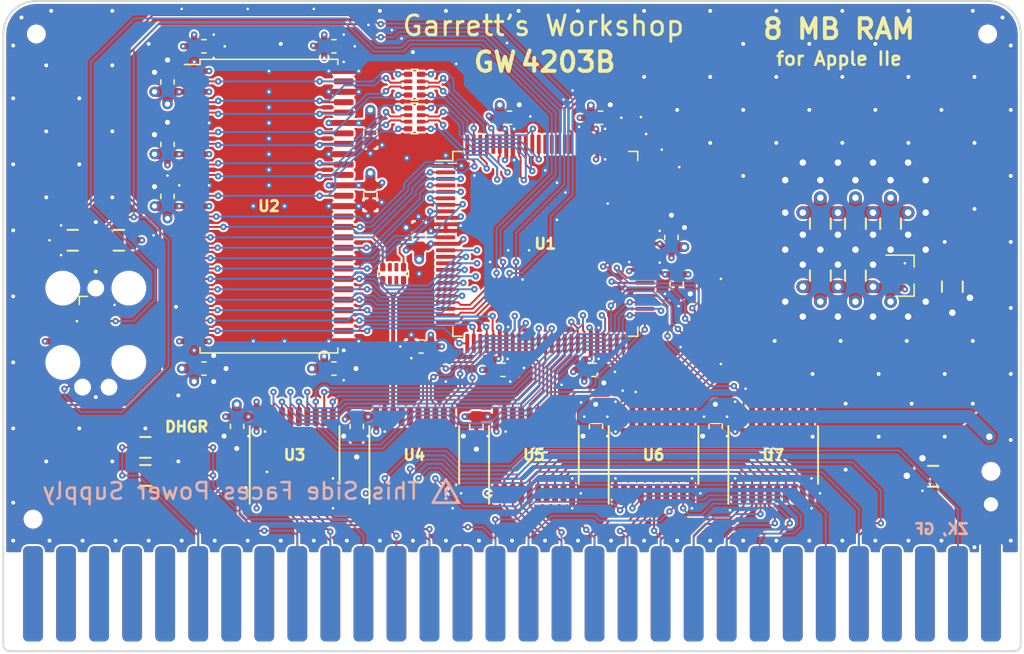
<source format=kicad_pcb>
(kicad_pcb (version 20171130) (host pcbnew "(5.1.5-0-10_14)")

  (general
    (thickness 1.6)
    (drawings 23)
    (tracks 2102)
    (zones 0)
    (modules 55)
    (nets 164)
  )

  (page A4)
  (title_block
    (title "GW4203B (RAM2E II)")
    (date 2020-08-04)
    (rev 1.1)
    (company "Garrett's Workshop")
  )

  (layers
    (0 F.Cu signal)
    (1 In1.Cu signal)
    (2 In2.Cu signal)
    (31 B.Cu signal)
    (32 B.Adhes user)
    (33 F.Adhes user)
    (34 B.Paste user)
    (35 F.Paste user)
    (36 B.SilkS user)
    (37 F.SilkS user)
    (38 B.Mask user)
    (39 F.Mask user)
    (40 Dwgs.User user)
    (41 Cmts.User user)
    (42 Eco1.User user)
    (43 Eco2.User user)
    (44 Edge.Cuts user)
    (45 Margin user)
    (46 B.CrtYd user)
    (47 F.CrtYd user)
    (48 B.Fab user)
    (49 F.Fab user)
  )

  (setup
    (last_trace_width 0.15)
    (user_trace_width 0.2)
    (user_trace_width 0.25)
    (user_trace_width 0.3)
    (user_trace_width 0.35)
    (user_trace_width 0.4)
    (user_trace_width 0.45)
    (user_trace_width 0.5)
    (user_trace_width 0.6)
    (user_trace_width 0.8)
    (user_trace_width 1)
    (user_trace_width 1.27)
    (user_trace_width 1.524)
    (trace_clearance 0.15)
    (zone_clearance 0.154)
    (zone_45_only no)
    (trace_min 0.15)
    (via_size 0.5)
    (via_drill 0.2)
    (via_min_size 0.5)
    (via_min_drill 0.2)
    (user_via 0.6 0.3)
    (user_via 0.8 0.4)
    (user_via 1 0.5)
    (user_via 1.524 0.762)
    (uvia_size 0.3)
    (uvia_drill 0.1)
    (uvias_allowed no)
    (uvia_min_size 0.2)
    (uvia_min_drill 0.1)
    (edge_width 0.15)
    (segment_width 0.1524)
    (pcb_text_width 0.3)
    (pcb_text_size 1.5 1.5)
    (mod_edge_width 0.15)
    (mod_text_size 1 1)
    (mod_text_width 0.15)
    (pad_size 0.85 1.4)
    (pad_drill 0)
    (pad_to_mask_clearance 0.05)
    (solder_mask_min_width 0.1)
    (pad_to_paste_clearance -0.0381)
    (aux_axis_origin 0 0)
    (visible_elements FFFFFF7F)
    (pcbplotparams
      (layerselection 0x010f8_ffffffff)
      (usegerberextensions true)
      (usegerberattributes false)
      (usegerberadvancedattributes false)
      (creategerberjobfile false)
      (excludeedgelayer true)
      (linewidth 0.100000)
      (plotframeref false)
      (viasonmask false)
      (mode 1)
      (useauxorigin false)
      (hpglpennumber 1)
      (hpglpenspeed 20)
      (hpglpendiameter 15.000000)
      (psnegative false)
      (psa4output false)
      (plotreference true)
      (plotvalue true)
      (plotinvisibletext false)
      (padsonsilk false)
      (subtractmaskfromsilk true)
      (outputformat 1)
      (mirror false)
      (drillshape 0)
      (scaleselection 1)
      (outputdirectory "gerber/"))
  )

  (net 0 "")
  (net 1 +5V)
  (net 2 GND)
  (net 3 /Vid7M)
  (net 4 /~SYNC~)
  (net 5 /~PRAS~)
  (net 6 /VC)
  (net 7 /~C07X~)
  (net 8 /~WNDW~)
  (net 9 /SEGA)
  (net 10 /ROMEN1)
  (net 11 /ROMEN2)
  (net 12 /MD7)
  (net 13 /MD6)
  (net 14 /MD5)
  (net 15 /MD4)
  (net 16 /PHI0)
  (net 17 /~CLRGAT~)
  (net 18 /~80VID~)
  (net 19 /~PCAS~)
  (net 20 /~LDPS~)
  (net 21 /R~W~80)
  (net 22 /PHI1)
  (net 23 /~CASEN~)
  (net 24 /MD3)
  (net 25 /MD2)
  (net 26 /MD1)
  (net 27 /MD0)
  (net 28 /H0)
  (net 29 /AN3)
  (net 30 /~EN80~)
  (net 31 /~ALTVID~)
  (net 32 /~SEROUT~)
  (net 33 /~ENVID~)
  (net 34 /R~W~)
  (net 35 /Q3)
  (net 36 /SEGB)
  (net 37 /~RA9~)
  (net 38 /~RA10~)
  (net 39 /GR)
  (net 40 /~ENTMG~)
  (net 41 /MA6)
  (net 42 /MA5)
  (net 43 /MA4)
  (net 44 /MA3)
  (net 45 /MA2)
  (net 46 /MA1)
  (net 47 /MA0)
  (net 48 /MA7)
  (net 49 /C7M)
  (net 50 /C14M)
  (net 51 /C3M58)
  (net 52 /VD0)
  (net 53 /VD1)
  (net 54 /VD2)
  (net 55 /VD3)
  (net 56 /VD4)
  (net 57 /VD5)
  (net 58 /VD6)
  (net 59 /VD7)
  (net 60 +3V3)
  (net 61 /TDI)
  (net 62 "Net-(J2-Pad8)")
  (net 63 "Net-(J2-Pad7)")
  (net 64 "Net-(J2-Pad6)")
  (net 65 /TMS)
  (net 66 /TDO)
  (net 67 /TCK)
  (net 68 /RD5)
  (net 69 /RD4)
  (net 70 /RD3)
  (net 71 /RD2)
  (net 72 /RD7)
  (net 73 /RD6)
  (net 74 /RD0)
  (net 75 /RD1)
  (net 76 /DQMH)
  (net 77 /~WE~)
  (net 78 /~CAS~)
  (net 79 /CKE)
  (net 80 /~RAS~)
  (net 81 /BA0)
  (net 82 /RA11)
  (net 83 /~CS~)
  (net 84 /BA1)
  (net 85 /RA9)
  (net 86 /RA10)
  (net 87 /RA8)
  (net 88 /RA0)
  (net 89 /RA7)
  (net 90 /RA1)
  (net 91 /RA6)
  (net 92 /RA4)
  (net 93 /RA3)
  (net 94 /~EN80~in)
  (net 95 /RA5)
  (net 96 /RA2)
  (net 97 /R~W~80in)
  (net 98 /Ain5)
  (net 99 /PHI1in)
  (net 100 /Ain6)
  (net 101 "Net-(U1-Pad61)")
  (net 102 "Net-(U1-Pad64)")
  (net 103 "Net-(U1-Pad66)")
  (net 104 "Net-(U1-Pad78)")
  (net 105 "Net-(U1-Pad81)")
  (net 106 /DQML)
  (net 107 /~C07X~in)
  (net 108 /R~W~in)
  (net 109 /Ain0)
  (net 110 /Ain1)
  (net 111 /Ain2)
  (net 112 /Ain3)
  (net 113 /Ain4)
  (net 114 /Ain7)
  (net 115 /Din0)
  (net 116 /Din1)
  (net 117 /Din2)
  (net 118 /Din3)
  (net 119 /Din4)
  (net 120 /Din5)
  (net 121 /Din6)
  (net 122 /Din7)
  (net 123 /V~OE~)
  (net 124 /Vout7)
  (net 125 /Vout6)
  (net 126 /Vout5)
  (net 127 /Vout4)
  (net 128 /Vout3)
  (net 129 /Vout2)
  (net 130 /Vout1)
  (net 131 /Vout0)
  (net 132 /D~OE~)
  (net 133 /Dout0)
  (net 134 /Dout1)
  (net 135 /Dout2)
  (net 136 /Dout3)
  (net 137 /Dout4)
  (net 138 /Dout5)
  (net 139 /Dout6)
  (net 140 /Dout7)
  (net 141 /RD1r)
  (net 142 /RD0r)
  (net 143 /RD2r)
  (net 144 /RD3r)
  (net 145 /RD7r)
  (net 146 /RD6r)
  (net 147 /RD4r)
  (net 148 /RD5r)
  (net 149 /RCLK)
  (net 150 /ACLK)
  (net 151 "Net-(RN3-Pad1)")
  (net 152 "Net-(U4-Pad17)")
  (net 153 "Net-(U4-Pad16)")
  (net 154 /~FRCTXT~)
  (net 155 "Net-(U1-Pad88)")
  (net 156 "Net-(U1-Pad87)")
  (net 157 "Net-(U1-Pad86)")
  (net 158 "Net-(RN3-Pad3)")
  (net 159 "Net-(RN3-Pad2)")
  (net 160 "Net-(RN3-Pad7)")
  (net 161 "Net-(RN3-Pad6)")
  (net 162 "Net-(U1-Pad82)")
  (net 163 "Net-(U1-Pad83)")

  (net_class Default "This is the default net class."
    (clearance 0.15)
    (trace_width 0.15)
    (via_dia 0.5)
    (via_drill 0.2)
    (uvia_dia 0.3)
    (uvia_drill 0.1)
    (add_net +3V3)
    (add_net +5V)
    (add_net /ACLK)
    (add_net /AN3)
    (add_net /Ain0)
    (add_net /Ain1)
    (add_net /Ain2)
    (add_net /Ain3)
    (add_net /Ain4)
    (add_net /Ain5)
    (add_net /Ain6)
    (add_net /Ain7)
    (add_net /BA0)
    (add_net /BA1)
    (add_net /C14M)
    (add_net /C3M58)
    (add_net /C7M)
    (add_net /CKE)
    (add_net /DQMH)
    (add_net /DQML)
    (add_net /Din0)
    (add_net /Din1)
    (add_net /Din2)
    (add_net /Din3)
    (add_net /Din4)
    (add_net /Din5)
    (add_net /Din6)
    (add_net /Din7)
    (add_net /Dout0)
    (add_net /Dout1)
    (add_net /Dout2)
    (add_net /Dout3)
    (add_net /Dout4)
    (add_net /Dout5)
    (add_net /Dout6)
    (add_net /Dout7)
    (add_net /D~OE~)
    (add_net /GR)
    (add_net /H0)
    (add_net /MA0)
    (add_net /MA1)
    (add_net /MA2)
    (add_net /MA3)
    (add_net /MA4)
    (add_net /MA5)
    (add_net /MA6)
    (add_net /MA7)
    (add_net /MD0)
    (add_net /MD1)
    (add_net /MD2)
    (add_net /MD3)
    (add_net /MD4)
    (add_net /MD5)
    (add_net /MD6)
    (add_net /MD7)
    (add_net /PHI0)
    (add_net /PHI1)
    (add_net /PHI1in)
    (add_net /Q3)
    (add_net /RA0)
    (add_net /RA1)
    (add_net /RA10)
    (add_net /RA11)
    (add_net /RA2)
    (add_net /RA3)
    (add_net /RA4)
    (add_net /RA5)
    (add_net /RA6)
    (add_net /RA7)
    (add_net /RA8)
    (add_net /RA9)
    (add_net /RCLK)
    (add_net /RD0)
    (add_net /RD0r)
    (add_net /RD1)
    (add_net /RD1r)
    (add_net /RD2)
    (add_net /RD2r)
    (add_net /RD3)
    (add_net /RD3r)
    (add_net /RD4)
    (add_net /RD4r)
    (add_net /RD5)
    (add_net /RD5r)
    (add_net /RD6)
    (add_net /RD6r)
    (add_net /RD7)
    (add_net /RD7r)
    (add_net /ROMEN1)
    (add_net /ROMEN2)
    (add_net /R~W~)
    (add_net /R~W~80)
    (add_net /R~W~80in)
    (add_net /R~W~in)
    (add_net /SEGA)
    (add_net /SEGB)
    (add_net /TCK)
    (add_net /TDI)
    (add_net /TDO)
    (add_net /TMS)
    (add_net /VC)
    (add_net /VD0)
    (add_net /VD1)
    (add_net /VD2)
    (add_net /VD3)
    (add_net /VD4)
    (add_net /VD5)
    (add_net /VD6)
    (add_net /VD7)
    (add_net /Vid7M)
    (add_net /Vout0)
    (add_net /Vout1)
    (add_net /Vout2)
    (add_net /Vout3)
    (add_net /Vout4)
    (add_net /Vout5)
    (add_net /Vout6)
    (add_net /Vout7)
    (add_net /V~OE~)
    (add_net /~80VID~)
    (add_net /~ALTVID~)
    (add_net /~C07X~)
    (add_net /~C07X~in)
    (add_net /~CASEN~)
    (add_net /~CAS~)
    (add_net /~CLRGAT~)
    (add_net /~CS~)
    (add_net /~EN80~)
    (add_net /~EN80~in)
    (add_net /~ENTMG~)
    (add_net /~ENVID~)
    (add_net /~FRCTXT~)
    (add_net /~LDPS~)
    (add_net /~PCAS~)
    (add_net /~PRAS~)
    (add_net /~RA10~)
    (add_net /~RA9~)
    (add_net /~RAS~)
    (add_net /~SEROUT~)
    (add_net /~SYNC~)
    (add_net /~WE~)
    (add_net /~WNDW~)
    (add_net GND)
    (add_net "Net-(J2-Pad6)")
    (add_net "Net-(J2-Pad7)")
    (add_net "Net-(J2-Pad8)")
    (add_net "Net-(RN3-Pad1)")
    (add_net "Net-(RN3-Pad2)")
    (add_net "Net-(RN3-Pad3)")
    (add_net "Net-(RN3-Pad6)")
    (add_net "Net-(RN3-Pad7)")
    (add_net "Net-(U1-Pad61)")
    (add_net "Net-(U1-Pad64)")
    (add_net "Net-(U1-Pad66)")
    (add_net "Net-(U1-Pad78)")
    (add_net "Net-(U1-Pad81)")
    (add_net "Net-(U1-Pad82)")
    (add_net "Net-(U1-Pad83)")
    (add_net "Net-(U1-Pad86)")
    (add_net "Net-(U1-Pad87)")
    (add_net "Net-(U1-Pad88)")
    (add_net "Net-(U4-Pad16)")
    (add_net "Net-(U4-Pad17)")
  )

  (module stdpads:C_0603 (layer F.Cu) (tedit 5E890746) (tstamp 5F2C3B04)
    (at 213.8 93.15)
    (tags capacitor)
    (path /5FAE052B)
    (attr smd)
    (fp_text reference C20 (at 0 0) (layer F.Fab)
      (effects (font (size 0.254 0.254) (thickness 0.0635)))
    )
    (fp_text value 2u2 (at 0 0.25) (layer F.Fab)
      (effects (font (size 0.127 0.127) (thickness 0.03175)))
    )
    (fp_text user %R (at 0 0) (layer F.SilkS) hide
      (effects (font (size 0.254 0.254) (thickness 0.0635)))
    )
    (fp_line (start 1.4 0.7) (end -1.4 0.7) (layer F.CrtYd) (width 0.05))
    (fp_line (start 1.4 -0.7) (end 1.4 0.7) (layer F.CrtYd) (width 0.05))
    (fp_line (start -1.4 -0.7) (end 1.4 -0.7) (layer F.CrtYd) (width 0.05))
    (fp_line (start -1.4 0.7) (end -1.4 -0.7) (layer F.CrtYd) (width 0.05))
    (fp_line (start -0.162779 0.51) (end 0.162779 0.51) (layer F.SilkS) (width 0.12))
    (fp_line (start -0.162779 -0.51) (end 0.162779 -0.51) (layer F.SilkS) (width 0.12))
    (fp_line (start 0.8 0.4) (end -0.8 0.4) (layer F.Fab) (width 0.1))
    (fp_line (start 0.8 -0.4) (end 0.8 0.4) (layer F.Fab) (width 0.1))
    (fp_line (start -0.8 -0.4) (end 0.8 -0.4) (layer F.Fab) (width 0.1))
    (fp_line (start -0.8 0.4) (end -0.8 -0.4) (layer F.Fab) (width 0.1))
    (pad 2 smd roundrect (at 0.75 0) (size 0.85 0.95) (layers F.Cu F.Paste F.Mask) (roundrect_rratio 0.25)
      (net 2 GND))
    (pad 1 smd roundrect (at -0.75 0) (size 0.85 0.95) (layers F.Cu F.Paste F.Mask) (roundrect_rratio 0.25)
      (net 60 +3V3))
    (model ${KISYS3DMOD}/Capacitor_SMD.3dshapes/C_0603_1608Metric.wrl
      (at (xyz 0 0 0))
      (scale (xyz 1 1 1))
      (rotate (xyz 0 0 0))
    )
  )

  (module stdpads:C_0805 (layer F.Cu) (tedit 5F02840E) (tstamp 5F2C29C4)
    (at 266.6 106.8 270)
    (tags capacitor)
    (path /5F4A1C4C)
    (solder_mask_margin 0.05)
    (solder_paste_margin -0.025)
    (attr smd)
    (fp_text reference C2 (at 0 0 270) (layer F.Fab)
      (effects (font (size 0.254 0.254) (thickness 0.0635)))
    )
    (fp_text value 10u (at 0 0.35 90) (layer F.Fab)
      (effects (font (size 0.254 0.254) (thickness 0.0635)))
    )
    (fp_text user %R (at 0 0 270) (layer F.SilkS) hide
      (effects (font (size 0.254 0.254) (thickness 0.0635)))
    )
    (fp_line (start 1.7 1) (end -1.7 1) (layer F.CrtYd) (width 0.05))
    (fp_line (start 1.7 -1) (end 1.7 1) (layer F.CrtYd) (width 0.05))
    (fp_line (start -1.7 -1) (end 1.7 -1) (layer F.CrtYd) (width 0.05))
    (fp_line (start -1.7 1) (end -1.7 -1) (layer F.CrtYd) (width 0.05))
    (fp_line (start -0.4064 0.8) (end 0.4064 0.8) (layer F.SilkS) (width 0.1524))
    (fp_line (start -0.4064 -0.8) (end 0.4064 -0.8) (layer F.SilkS) (width 0.1524))
    (fp_line (start 1 0.625) (end -1 0.625) (layer F.Fab) (width 0.15))
    (fp_line (start 1 -0.625) (end 1 0.625) (layer F.Fab) (width 0.15))
    (fp_line (start -1 -0.625) (end 1 -0.625) (layer F.Fab) (width 0.15))
    (fp_line (start -1 0.625) (end -1 -0.625) (layer F.Fab) (width 0.15))
    (pad 2 smd roundrect (at 0.85 0 270) (size 1.05 1.4) (layers F.Cu F.Paste F.Mask) (roundrect_rratio 0.25)
      (net 2 GND))
    (pad 1 smd roundrect (at -0.85 0 270) (size 1.05 1.4) (layers F.Cu F.Paste F.Mask) (roundrect_rratio 0.25)
      (net 60 +3V3))
    (model ${KISYS3DMOD}/Capacitor_SMD.3dshapes/C_0805_2012Metric.wrl
      (at (xyz 0 0 0))
      (scale (xyz 1 1 1))
      (rotate (xyz 0 0 0))
    )
  )

  (module stdpads:TQFP-100_14x14mm_P0.5mm (layer F.Cu) (tedit 5F27CA0E) (tstamp 5E7F8776)
    (at 240.05 108.35 270)
    (descr "TQFP, 100 Pin (http://www.microsemi.com/index.php?option=com_docman&task=doc_download&gid=131095), generated with kicad-footprint-generator ipc_gullwing_generator.py")
    (tags "TQFP QFP")
    (path /5EF407E5)
    (solder_mask_margin 0.024)
    (solder_paste_margin -0.03)
    (attr smd)
    (fp_text reference U1 (at 0 0 180) (layer F.Fab)
      (effects (font (size 0.8128 0.8128) (thickness 0.2032)))
    )
    (fp_text value EPM240T100 (at 0.95 0) (layer F.Fab)
      (effects (font (size 0.508 0.508) (thickness 0.127)))
    )
    (fp_line (start 7.11 -6.41) (end 7.11 -7.11) (layer F.SilkS) (width 0.12))
    (fp_line (start 7.11 -7.11) (end 6.41 -7.11) (layer F.SilkS) (width 0.12))
    (fp_line (start 7.11 6.41) (end 7.11 7.11) (layer F.SilkS) (width 0.12))
    (fp_line (start 7.11 7.11) (end 6.41 7.11) (layer F.SilkS) (width 0.12))
    (fp_line (start -7.11 -6.41) (end -7.11 -7.11) (layer F.SilkS) (width 0.12))
    (fp_line (start -7.11 -7.11) (end -6.41 -7.11) (layer F.SilkS) (width 0.12))
    (fp_line (start -7.11 6.41) (end -7.11 7.11) (layer F.SilkS) (width 0.12))
    (fp_line (start -7.11 7.11) (end -6.41 7.11) (layer F.SilkS) (width 0.12))
    (fp_line (start -6.41 7.11) (end -6.41 8.4) (layer F.SilkS) (width 0.12))
    (fp_line (start -7 6) (end -7 -7) (layer F.Fab) (width 0.1))
    (fp_line (start -7 -7) (end 7 -7) (layer F.Fab) (width 0.1))
    (fp_line (start 7 -7) (end 7 7) (layer F.Fab) (width 0.1))
    (fp_line (start 7 7) (end -6 7) (layer F.Fab) (width 0.1))
    (fp_line (start -6 7) (end -7 6) (layer F.Fab) (width 0.1))
    (fp_line (start -8.65 0) (end -8.65 6.4) (layer F.CrtYd) (width 0.05))
    (fp_line (start -8.65 6.4) (end -7.25 6.4) (layer F.CrtYd) (width 0.05))
    (fp_line (start -7.25 6.4) (end -7.25 7.25) (layer F.CrtYd) (width 0.05))
    (fp_line (start -7.25 7.25) (end -6.4 7.25) (layer F.CrtYd) (width 0.05))
    (fp_line (start -6.4 7.25) (end -6.4 8.65) (layer F.CrtYd) (width 0.05))
    (fp_line (start -6.4 8.65) (end 0 8.65) (layer F.CrtYd) (width 0.05))
    (fp_line (start -8.65 0) (end -8.65 -6.4) (layer F.CrtYd) (width 0.05))
    (fp_line (start -8.65 -6.4) (end -7.25 -6.4) (layer F.CrtYd) (width 0.05))
    (fp_line (start -7.25 -6.4) (end -7.25 -7.25) (layer F.CrtYd) (width 0.05))
    (fp_line (start -7.25 -7.25) (end -6.4 -7.25) (layer F.CrtYd) (width 0.05))
    (fp_line (start -6.4 -7.25) (end -6.4 -8.65) (layer F.CrtYd) (width 0.05))
    (fp_line (start -6.4 -8.65) (end 0 -8.65) (layer F.CrtYd) (width 0.05))
    (fp_line (start 8.65 0) (end 8.65 6.4) (layer F.CrtYd) (width 0.05))
    (fp_line (start 8.65 6.4) (end 7.25 6.4) (layer F.CrtYd) (width 0.05))
    (fp_line (start 7.25 6.4) (end 7.25 7.25) (layer F.CrtYd) (width 0.05))
    (fp_line (start 7.25 7.25) (end 6.4 7.25) (layer F.CrtYd) (width 0.05))
    (fp_line (start 6.4 7.25) (end 6.4 8.65) (layer F.CrtYd) (width 0.05))
    (fp_line (start 6.4 8.65) (end 0 8.65) (layer F.CrtYd) (width 0.05))
    (fp_line (start 8.65 0) (end 8.65 -6.4) (layer F.CrtYd) (width 0.05))
    (fp_line (start 8.65 -6.4) (end 7.25 -6.4) (layer F.CrtYd) (width 0.05))
    (fp_line (start 7.25 -6.4) (end 7.25 -7.25) (layer F.CrtYd) (width 0.05))
    (fp_line (start 7.25 -7.25) (end 6.4 -7.25) (layer F.CrtYd) (width 0.05))
    (fp_line (start 6.4 -7.25) (end 6.4 -8.65) (layer F.CrtYd) (width 0.05))
    (fp_line (start 6.4 -8.65) (end 0 -8.65) (layer F.CrtYd) (width 0.05))
    (fp_text user %R (at 0 0 180) (layer F.SilkS)
      (effects (font (size 0.8128 0.8128) (thickness 0.2032)))
    )
    (pad 1 smd roundrect (at -6 7.6625) (size 1.475 0.3) (layers F.Cu F.Paste F.Mask) (roundrect_rratio 0.25)
      (net 2 GND))
    (pad 2 smd roundrect (at -5.5 7.6625) (size 1.475 0.3) (layers F.Cu F.Paste F.Mask) (roundrect_rratio 0.25)
      (net 77 /~WE~))
    (pad 3 smd roundrect (at -5 7.6625) (size 1.475 0.3) (layers F.Cu F.Paste F.Mask) (roundrect_rratio 0.25)
      (net 78 /~CAS~))
    (pad 4 smd roundrect (at -4.5 7.6625) (size 1.475 0.3) (layers F.Cu F.Paste F.Mask) (roundrect_rratio 0.25)
      (net 79 /CKE))
    (pad 5 smd roundrect (at -4 7.6625) (size 1.475 0.3) (layers F.Cu F.Paste F.Mask) (roundrect_rratio 0.25)
      (net 80 /~RAS~))
    (pad 6 smd roundrect (at -3.5 7.6625) (size 1.475 0.3) (layers F.Cu F.Paste F.Mask) (roundrect_rratio 0.25)
      (net 81 /BA0))
    (pad 7 smd roundrect (at -3 7.6625) (size 1.475 0.3) (layers F.Cu F.Paste F.Mask) (roundrect_rratio 0.25)
      (net 82 /RA11))
    (pad 8 smd roundrect (at -2.5 7.6625) (size 1.475 0.3) (layers F.Cu F.Paste F.Mask) (roundrect_rratio 0.25)
      (net 83 /~CS~))
    (pad 9 smd roundrect (at -2 7.6625) (size 1.475 0.3) (layers F.Cu F.Paste F.Mask) (roundrect_rratio 0.25)
      (net 60 +3V3))
    (pad 10 smd roundrect (at -1.5 7.6625) (size 1.475 0.3) (layers F.Cu F.Paste F.Mask) (roundrect_rratio 0.25)
      (net 2 GND))
    (pad 11 smd roundrect (at -1 7.6625) (size 1.475 0.3) (layers F.Cu F.Paste F.Mask) (roundrect_rratio 0.25)
      (net 2 GND))
    (pad 12 smd roundrect (at -0.5 7.6625) (size 1.475 0.3) (layers F.Cu F.Paste F.Mask) (roundrect_rratio 0.25)
      (net 150 /ACLK))
    (pad 13 smd roundrect (at 0 7.6625) (size 1.475 0.3) (layers F.Cu F.Paste F.Mask) (roundrect_rratio 0.25)
      (net 60 +3V3))
    (pad 14 smd roundrect (at 0.5 7.6625) (size 1.475 0.3) (layers F.Cu F.Paste F.Mask) (roundrect_rratio 0.25)
      (net 84 /BA1))
    (pad 15 smd roundrect (at 1 7.6625) (size 1.475 0.3) (layers F.Cu F.Paste F.Mask) (roundrect_rratio 0.25)
      (net 85 /RA9))
    (pad 16 smd roundrect (at 1.5 7.6625) (size 1.475 0.3) (layers F.Cu F.Paste F.Mask) (roundrect_rratio 0.25)
      (net 86 /RA10))
    (pad 17 smd roundrect (at 2 7.6625) (size 1.475 0.3) (layers F.Cu F.Paste F.Mask) (roundrect_rratio 0.25)
      (net 87 /RA8))
    (pad 18 smd roundrect (at 2.5 7.6625) (size 1.475 0.3) (layers F.Cu F.Paste F.Mask) (roundrect_rratio 0.25)
      (net 88 /RA0))
    (pad 19 smd roundrect (at 3 7.6625) (size 1.475 0.3) (layers F.Cu F.Paste F.Mask) (roundrect_rratio 0.25)
      (net 89 /RA7))
    (pad 20 smd roundrect (at 3.5 7.6625) (size 1.475 0.3) (layers F.Cu F.Paste F.Mask) (roundrect_rratio 0.25)
      (net 90 /RA1))
    (pad 21 smd roundrect (at 4 7.6625) (size 1.475 0.3) (layers F.Cu F.Paste F.Mask) (roundrect_rratio 0.25)
      (net 91 /RA6))
    (pad 22 smd roundrect (at 4.5 7.6625) (size 1.475 0.3) (layers F.Cu F.Paste F.Mask) (roundrect_rratio 0.25)
      (net 65 /TMS))
    (pad 23 smd roundrect (at 5 7.6625) (size 1.475 0.3) (layers F.Cu F.Paste F.Mask) (roundrect_rratio 0.25)
      (net 61 /TDI))
    (pad 24 smd roundrect (at 5.5 7.6625) (size 1.475 0.3) (layers F.Cu F.Paste F.Mask) (roundrect_rratio 0.25)
      (net 67 /TCK))
    (pad 25 smd roundrect (at 6 7.6625) (size 1.475 0.3) (layers F.Cu F.Paste F.Mask) (roundrect_rratio 0.25)
      (net 66 /TDO))
    (pad 26 smd roundrect (at 7.6625 6) (size 0.3 1.475) (layers F.Cu F.Paste F.Mask) (roundrect_rratio 0.25)
      (net 92 /RA4))
    (pad 27 smd roundrect (at 7.6625 5.5) (size 0.3 1.475) (layers F.Cu F.Paste F.Mask) (roundrect_rratio 0.25)
      (net 93 /RA3))
    (pad 28 smd roundrect (at 7.6625 5) (size 0.3 1.475) (layers F.Cu F.Paste F.Mask) (roundrect_rratio 0.25)
      (net 94 /~EN80~in))
    (pad 29 smd roundrect (at 7.6625 4.5) (size 0.3 1.475) (layers F.Cu F.Paste F.Mask) (roundrect_rratio 0.25)
      (net 95 /RA5))
    (pad 30 smd roundrect (at 7.6625 4) (size 0.3 1.475) (layers F.Cu F.Paste F.Mask) (roundrect_rratio 0.25)
      (net 96 /RA2))
    (pad 31 smd roundrect (at 7.6625 3.5) (size 0.3 1.475) (layers F.Cu F.Paste F.Mask) (roundrect_rratio 0.25)
      (net 60 +3V3))
    (pad 32 smd roundrect (at 7.6625 3) (size 0.3 1.475) (layers F.Cu F.Paste F.Mask) (roundrect_rratio 0.25)
      (net 2 GND))
    (pad 33 smd roundrect (at 7.6625 2.5) (size 0.3 1.475) (layers F.Cu F.Paste F.Mask) (roundrect_rratio 0.25)
      (net 97 /R~W~80in))
    (pad 34 smd roundrect (at 7.6625 2) (size 0.3 1.475) (layers F.Cu F.Paste F.Mask) (roundrect_rratio 0.25)
      (net 98 /Ain5))
    (pad 35 smd roundrect (at 7.6625 1.5) (size 0.3 1.475) (layers F.Cu F.Paste F.Mask) (roundrect_rratio 0.25)
      (net 122 /Din7))
    (pad 36 smd roundrect (at 7.6625 1) (size 0.3 1.475) (layers F.Cu F.Paste F.Mask) (roundrect_rratio 0.25)
      (net 121 /Din6))
    (pad 37 smd roundrect (at 7.6625 0.5) (size 0.3 1.475) (layers F.Cu F.Paste F.Mask) (roundrect_rratio 0.25)
      (net 99 /PHI1in))
    (pad 38 smd roundrect (at 7.6625 0) (size 0.3 1.475) (layers F.Cu F.Paste F.Mask) (roundrect_rratio 0.25)
      (net 115 /Din0))
    (pad 39 smd roundrect (at 7.6625 -0.5) (size 0.3 1.475) (layers F.Cu F.Paste F.Mask) (roundrect_rratio 0.25)
      (net 100 /Ain6))
    (pad 40 smd roundrect (at 7.6625 -1) (size 0.3 1.475) (layers F.Cu F.Paste F.Mask) (roundrect_rratio 0.25)
      (net 116 /Din1))
    (pad 41 smd roundrect (at 7.6625 -1.5) (size 0.3 1.475) (layers F.Cu F.Paste F.Mask) (roundrect_rratio 0.25)
      (net 118 /Din3))
    (pad 42 smd roundrect (at 7.6625 -2) (size 0.3 1.475) (layers F.Cu F.Paste F.Mask) (roundrect_rratio 0.25)
      (net 117 /Din2))
    (pad 43 smd roundrect (at 7.6625 -2.5) (size 0.3 1.475) (layers F.Cu F.Paste F.Mask) (roundrect_rratio 0.25)
      (net 111 /Ain2))
    (pad 44 smd roundrect (at 7.6625 -3) (size 0.3 1.475) (layers F.Cu F.Paste F.Mask) (roundrect_rratio 0.25)
      (net 113 /Ain4))
    (pad 45 smd roundrect (at 7.6625 -3.5) (size 0.3 1.475) (layers F.Cu F.Paste F.Mask) (roundrect_rratio 0.25)
      (net 60 +3V3))
    (pad 46 smd roundrect (at 7.6625 -4) (size 0.3 1.475) (layers F.Cu F.Paste F.Mask) (roundrect_rratio 0.25)
      (net 2 GND))
    (pad 47 smd roundrect (at 7.6625 -4.5) (size 0.3 1.475) (layers F.Cu F.Paste F.Mask) (roundrect_rratio 0.25)
      (net 112 /Ain3))
    (pad 48 smd roundrect (at 7.6625 -5) (size 0.3 1.475) (layers F.Cu F.Paste F.Mask) (roundrect_rratio 0.25)
      (net 119 /Din4))
    (pad 49 smd roundrect (at 7.6625 -5.5) (size 0.3 1.475) (layers F.Cu F.Paste F.Mask) (roundrect_rratio 0.25)
      (net 120 /Din5))
    (pad 50 smd roundrect (at 7.6625 -6) (size 0.3 1.475) (layers F.Cu F.Paste F.Mask) (roundrect_rratio 0.25)
      (net 123 /V~OE~))
    (pad 51 smd roundrect (at 6 -7.6625) (size 1.475 0.3) (layers F.Cu F.Paste F.Mask) (roundrect_rratio 0.25)
      (net 108 /R~W~in))
    (pad 52 smd roundrect (at 5.5 -7.6625) (size 1.475 0.3) (layers F.Cu F.Paste F.Mask) (roundrect_rratio 0.25)
      (net 107 /~C07X~in))
    (pad 53 smd roundrect (at 5 -7.6625) (size 1.475 0.3) (layers F.Cu F.Paste F.Mask) (roundrect_rratio 0.25)
      (net 114 /Ain7))
    (pad 54 smd roundrect (at 4.5 -7.6625) (size 1.475 0.3) (layers F.Cu F.Paste F.Mask) (roundrect_rratio 0.25)
      (net 110 /Ain1))
    (pad 55 smd roundrect (at 4 -7.6625) (size 1.475 0.3) (layers F.Cu F.Paste F.Mask) (roundrect_rratio 0.25)
      (net 132 /D~OE~))
    (pad 56 smd roundrect (at 3.5 -7.6625) (size 1.475 0.3) (layers F.Cu F.Paste F.Mask) (roundrect_rratio 0.25)
      (net 109 /Ain0))
    (pad 57 smd roundrect (at 3 -7.6625) (size 1.475 0.3) (layers F.Cu F.Paste F.Mask) (roundrect_rratio 0.25)
      (net 124 /Vout7))
    (pad 58 smd roundrect (at 2.5 -7.6625) (size 1.475 0.3) (layers F.Cu F.Paste F.Mask) (roundrect_rratio 0.25)
      (net 125 /Vout6))
    (pad 59 smd roundrect (at 2 -7.6625) (size 1.475 0.3) (layers F.Cu F.Paste F.Mask) (roundrect_rratio 0.25)
      (net 60 +3V3))
    (pad 60 smd roundrect (at 1.5 -7.6625) (size 1.475 0.3) (layers F.Cu F.Paste F.Mask) (roundrect_rratio 0.25)
      (net 2 GND))
    (pad 61 smd roundrect (at 1 -7.6625) (size 1.475 0.3) (layers F.Cu F.Paste F.Mask) (roundrect_rratio 0.25)
      (net 101 "Net-(U1-Pad61)"))
    (pad 62 smd roundrect (at 0.5 -7.6625) (size 1.475 0.3) (layers F.Cu F.Paste F.Mask) (roundrect_rratio 0.25)
      (net 128 /Vout3))
    (pad 63 smd roundrect (at 0 -7.6625) (size 1.475 0.3) (layers F.Cu F.Paste F.Mask) (roundrect_rratio 0.25)
      (net 60 +3V3))
    (pad 64 smd roundrect (at -0.5 -7.6625) (size 1.475 0.3) (layers F.Cu F.Paste F.Mask) (roundrect_rratio 0.25)
      (net 102 "Net-(U1-Pad64)"))
    (pad 65 smd roundrect (at -1 -7.6625) (size 1.475 0.3) (layers F.Cu F.Paste F.Mask) (roundrect_rratio 0.25)
      (net 2 GND))
    (pad 66 smd roundrect (at -1.5 -7.6625) (size 1.475 0.3) (layers F.Cu F.Paste F.Mask) (roundrect_rratio 0.25)
      (net 103 "Net-(U1-Pad66)"))
    (pad 67 smd roundrect (at -2 -7.6625) (size 1.475 0.3) (layers F.Cu F.Paste F.Mask) (roundrect_rratio 0.25)
      (net 130 /Vout1))
    (pad 68 smd roundrect (at -2.5 -7.6625) (size 1.475 0.3) (layers F.Cu F.Paste F.Mask) (roundrect_rratio 0.25)
      (net 126 /Vout5))
    (pad 69 smd roundrect (at -3 -7.6625) (size 1.475 0.3) (layers F.Cu F.Paste F.Mask) (roundrect_rratio 0.25)
      (net 129 /Vout2))
    (pad 70 smd roundrect (at -3.5 -7.6625) (size 1.475 0.3) (layers F.Cu F.Paste F.Mask) (roundrect_rratio 0.25)
      (net 131 /Vout0))
    (pad 71 smd roundrect (at -4 -7.6625) (size 1.475 0.3) (layers F.Cu F.Paste F.Mask) (roundrect_rratio 0.25)
      (net 127 /Vout4))
    (pad 72 smd roundrect (at -4.5 -7.6625) (size 1.475 0.3) (layers F.Cu F.Paste F.Mask) (roundrect_rratio 0.25)
      (net 138 /Dout5))
    (pad 73 smd roundrect (at -5 -7.6625) (size 1.475 0.3) (layers F.Cu F.Paste F.Mask) (roundrect_rratio 0.25)
      (net 137 /Dout4))
    (pad 74 smd roundrect (at -5.5 -7.6625) (size 1.475 0.3) (layers F.Cu F.Paste F.Mask) (roundrect_rratio 0.25)
      (net 135 /Dout2))
    (pad 75 smd roundrect (at -6 -7.6625) (size 1.475 0.3) (layers F.Cu F.Paste F.Mask) (roundrect_rratio 0.25)
      (net 136 /Dout3))
    (pad 76 smd roundrect (at -7.6625 -6) (size 0.3 1.475) (layers F.Cu F.Paste F.Mask) (roundrect_rratio 0.25)
      (net 134 /Dout1))
    (pad 77 smd roundrect (at -7.6625 -5.5) (size 0.3 1.475) (layers F.Cu F.Paste F.Mask) (roundrect_rratio 0.25)
      (net 133 /Dout0))
    (pad 78 smd roundrect (at -7.6625 -5) (size 0.3 1.475) (layers F.Cu F.Paste F.Mask) (roundrect_rratio 0.25)
      (net 104 "Net-(U1-Pad78)"))
    (pad 79 smd roundrect (at -7.6625 -4.5) (size 0.3 1.475) (layers F.Cu F.Paste F.Mask) (roundrect_rratio 0.25)
      (net 2 GND))
    (pad 80 smd roundrect (at -7.6625 -4) (size 0.3 1.475) (layers F.Cu F.Paste F.Mask) (roundrect_rratio 0.25)
      (net 60 +3V3))
    (pad 81 smd roundrect (at -7.6625 -3.5) (size 0.3 1.475) (layers F.Cu F.Paste F.Mask) (roundrect_rratio 0.25)
      (net 105 "Net-(U1-Pad81)"))
    (pad 82 smd roundrect (at -7.6625 -3) (size 0.3 1.475) (layers F.Cu F.Paste F.Mask) (roundrect_rratio 0.25)
      (net 162 "Net-(U1-Pad82)"))
    (pad 83 smd roundrect (at -7.6625 -2.5) (size 0.3 1.475) (layers F.Cu F.Paste F.Mask) (roundrect_rratio 0.25)
      (net 163 "Net-(U1-Pad83)"))
    (pad 84 smd roundrect (at -7.6625 -2) (size 0.3 1.475) (layers F.Cu F.Paste F.Mask) (roundrect_rratio 0.25)
      (net 139 /Dout6))
    (pad 85 smd roundrect (at -7.6625 -1.5) (size 0.3 1.475) (layers F.Cu F.Paste F.Mask) (roundrect_rratio 0.25)
      (net 140 /Dout7))
    (pad 86 smd roundrect (at -7.6625 -1) (size 0.3 1.475) (layers F.Cu F.Paste F.Mask) (roundrect_rratio 0.25)
      (net 157 "Net-(U1-Pad86)"))
    (pad 87 smd roundrect (at -7.6625 -0.5) (size 0.3 1.475) (layers F.Cu F.Paste F.Mask) (roundrect_rratio 0.25)
      (net 156 "Net-(U1-Pad87)"))
    (pad 88 smd roundrect (at -7.6625 0) (size 0.3 1.475) (layers F.Cu F.Paste F.Mask) (roundrect_rratio 0.25)
      (net 155 "Net-(U1-Pad88)"))
    (pad 89 smd roundrect (at -7.6625 0.5) (size 0.3 1.475) (layers F.Cu F.Paste F.Mask) (roundrect_rratio 0.25)
      (net 144 /RD3r))
    (pad 90 smd roundrect (at -7.6625 1) (size 0.3 1.475) (layers F.Cu F.Paste F.Mask) (roundrect_rratio 0.25)
      (net 141 /RD1r))
    (pad 91 smd roundrect (at -7.6625 1.5) (size 0.3 1.475) (layers F.Cu F.Paste F.Mask) (roundrect_rratio 0.25)
      (net 147 /RD4r))
    (pad 92 smd roundrect (at -7.6625 2) (size 0.3 1.475) (layers F.Cu F.Paste F.Mask) (roundrect_rratio 0.25)
      (net 148 /RD5r))
    (pad 93 smd roundrect (at -7.6625 2.5) (size 0.3 1.475) (layers F.Cu F.Paste F.Mask) (roundrect_rratio 0.25)
      (net 2 GND))
    (pad 94 smd roundrect (at -7.6625 3) (size 0.3 1.475) (layers F.Cu F.Paste F.Mask) (roundrect_rratio 0.25)
      (net 60 +3V3))
    (pad 95 smd roundrect (at -7.6625 3.5) (size 0.3 1.475) (layers F.Cu F.Paste F.Mask) (roundrect_rratio 0.25)
      (net 146 /RD6r))
    (pad 96 smd roundrect (at -7.6625 4) (size 0.3 1.475) (layers F.Cu F.Paste F.Mask) (roundrect_rratio 0.25)
      (net 145 /RD7r))
    (pad 97 smd roundrect (at -7.6625 4.5) (size 0.3 1.475) (layers F.Cu F.Paste F.Mask) (roundrect_rratio 0.25)
      (net 142 /RD0r))
    (pad 98 smd roundrect (at -7.6625 5) (size 0.3 1.475) (layers F.Cu F.Paste F.Mask) (roundrect_rratio 0.25)
      (net 106 /DQML))
    (pad 99 smd roundrect (at -7.6625 5.5) (size 0.3 1.475) (layers F.Cu F.Paste F.Mask) (roundrect_rratio 0.25)
      (net 143 /RD2r))
    (pad 100 smd roundrect (at -7.6625 6) (size 0.3 1.475) (layers F.Cu F.Paste F.Mask) (roundrect_rratio 0.25)
      (net 76 /DQMH))
    (model ${KISYS3DMOD}/Package_QFP.3dshapes/TQFP-100_14x14mm_P0.5mm.wrl
      (at (xyz 0 0 0))
      (scale (xyz 1 1 1))
      (rotate (xyz 0 0 -90))
    )
  )

  (module stdpads:SOT-23 (layer F.Cu) (tedit 5F29B98F) (tstamp 5F289F4D)
    (at 267.65 110.8 180)
    (tags SOT-23)
    (path /5F5E8C45)
    (solder_mask_margin 0.05)
    (solder_paste_margin -0.05)
    (attr smd)
    (fp_text reference U8 (at 0 0 270) (layer F.Fab)
      (effects (font (size 0.381 0.381) (thickness 0.09525)))
    )
    (fp_text value AP2125N-3.3 (at 0.45 0 270) (layer F.Fab)
      (effects (font (size 0.127 0.127) (thickness 0.03175)))
    )
    (fp_line (start 0.7 0.95) (end 0.7 -1.5) (layer F.Fab) (width 0.1))
    (fp_line (start 0.15 1.52) (end -0.7 1.52) (layer F.Fab) (width 0.1))
    (fp_line (start 0.7 0.95) (end 0.15 1.52) (layer F.Fab) (width 0.1))
    (fp_line (start -0.7 1.52) (end -0.7 -1.52) (layer F.Fab) (width 0.1))
    (fp_line (start 0.7 -1.52) (end -0.7 -1.52) (layer F.Fab) (width 0.1))
    (fp_line (start -0.76 -1.58) (end -0.76 -0.65) (layer F.SilkS) (width 0.12))
    (fp_line (start -0.76 1.58) (end -0.76 0.65) (layer F.SilkS) (width 0.12))
    (fp_line (start 2 1.8) (end -2 1.8) (layer F.CrtYd) (width 0.05))
    (fp_line (start -2 1.8) (end -2 -1.8) (layer F.CrtYd) (width 0.05))
    (fp_line (start -2 -1.8) (end 2 -1.8) (layer F.CrtYd) (width 0.05))
    (fp_line (start 2 -1.8) (end 2 1.8) (layer F.CrtYd) (width 0.05))
    (fp_line (start -0.76 1.58) (end 1.4 1.58) (layer F.SilkS) (width 0.12))
    (fp_line (start -0.76 -1.58) (end 0.7 -1.58) (layer F.SilkS) (width 0.12))
    (pad 1 smd roundrect (at 1.05 0.95) (size 1.35 0.8) (layers F.Cu F.Paste F.Mask) (roundrect_rratio 0.25)
      (net 2 GND))
    (pad 2 smd roundrect (at 1.05 -0.95) (size 1.35 0.8) (layers F.Cu F.Paste F.Mask) (roundrect_rratio 0.25)
      (net 60 +3V3))
    (pad 3 smd roundrect (at -1.05 0) (size 1.35 0.8) (layers F.Cu F.Paste F.Mask) (roundrect_rratio 0.25)
      (net 1 +5V))
    (model ${KISYS3DMOD}/Package_TO_SOT_SMD.3dshapes/SOT-23.wrl
      (at (xyz 0 0 0))
      (scale (xyz 1 1 1))
      (rotate (xyz 0 0 180))
    )
  )

  (module stdpads:R4_0402 (layer F.Cu) (tedit 5F27CA30) (tstamp 5F28ADBB)
    (at 230 96.1 270)
    (tags "resistor array")
    (path /5E9DBDA3)
    (solder_mask_margin 0.024)
    (solder_paste_margin -0.03)
    (attr smd)
    (fp_text reference RN1 (at 0 0 270) (layer F.Fab)
      (effects (font (size 0.254 0.254) (thickness 0.0635)))
    )
    (fp_text value 4x33 (at 0 -0.3 270) (layer F.Fab)
      (effects (font (size 0.1905 0.1905) (thickness 0.047625)))
    )
    (fp_text user %R (at 0 0 90) (layer F.SilkS) hide
      (effects (font (size 0.254 0.254) (thickness 0.0635)))
    )
    (fp_line (start -1 0.5) (end -1 -0.5) (layer F.Fab) (width 0.1))
    (fp_line (start -1 -0.5) (end 1 -0.5) (layer F.Fab) (width 0.1))
    (fp_line (start 1 -0.5) (end 1 0.5) (layer F.Fab) (width 0.1))
    (fp_line (start 1 0.5) (end -1 0.5) (layer F.Fab) (width 0.1))
    (fp_line (start -1.18 -0.25) (end -1.18 0.25) (layer F.SilkS) (width 0.12))
    (fp_line (start 1.18 -0.25) (end 1.18 0.25) (layer F.SilkS) (width 0.12))
    (fp_line (start -1.25 1.1) (end -1.25 -1.1) (layer F.CrtYd) (width 0.05))
    (fp_line (start -1.25 1.1) (end 1.25 1.1) (layer F.CrtYd) (width 0.05))
    (fp_line (start 1.25 -1.1) (end -1.25 -1.1) (layer F.CrtYd) (width 0.05))
    (fp_line (start 1.25 -1.1) (end 1.25 1.1) (layer F.CrtYd) (width 0.05))
    (pad 1 smd roundrect (at -0.8 0.5) (size 0.65 0.4) (layers F.Cu F.Paste F.Mask) (roundrect_rratio 0.25)
      (net 74 /RD0) (solder_paste_margin -0.035))
    (pad 3 smd roundrect (at 0.25 0.5) (size 0.65 0.3) (layers F.Cu F.Paste F.Mask) (roundrect_rratio 0.25)
      (net 71 /RD2))
    (pad 2 smd roundrect (at -0.25 0.5) (size 0.65 0.3) (layers F.Cu F.Paste F.Mask) (roundrect_rratio 0.25)
      (net 75 /RD1))
    (pad 4 smd roundrect (at 0.8 0.5) (size 0.65 0.4) (layers F.Cu F.Paste F.Mask) (roundrect_rratio 0.25)
      (net 70 /RD3) (solder_paste_margin -0.035))
    (pad 7 smd roundrect (at -0.25 -0.5) (size 0.65 0.3) (layers F.Cu F.Paste F.Mask) (roundrect_rratio 0.25)
      (net 141 /RD1r))
    (pad 8 smd roundrect (at -0.8 -0.5) (size 0.65 0.4) (layers F.Cu F.Paste F.Mask) (roundrect_rratio 0.25)
      (net 145 /RD7r) (solder_paste_margin -0.035))
    (pad 6 smd roundrect (at 0.25 -0.5) (size 0.65 0.3) (layers F.Cu F.Paste F.Mask) (roundrect_rratio 0.25)
      (net 143 /RD2r))
    (pad 5 smd roundrect (at 0.8 -0.5) (size 0.65 0.4) (layers F.Cu F.Paste F.Mask) (roundrect_rratio 0.25)
      (net 144 /RD3r) (solder_paste_margin -0.035))
    (model ${KISYS3DMOD}/Resistor_SMD.3dshapes/R_Array_Convex_4x0402.wrl
      (at (xyz 0 0 0))
      (scale (xyz 1 1 1))
      (rotate (xyz 0 0 -90))
    )
  )

  (module stdpads:R4_0402 (layer F.Cu) (tedit 5F27CA30) (tstamp 5F28ADD1)
    (at 230 98.7 270)
    (tags "resistor array")
    (path /5EA17AFE)
    (solder_mask_margin 0.024)
    (solder_paste_margin -0.03)
    (attr smd)
    (fp_text reference RN2 (at 0 0 270) (layer F.Fab)
      (effects (font (size 0.254 0.254) (thickness 0.0635)))
    )
    (fp_text value 4x33 (at 0 -0.3 270) (layer F.Fab)
      (effects (font (size 0.1905 0.1905) (thickness 0.047625)))
    )
    (fp_text user %R (at 0 0 90) (layer F.SilkS) hide
      (effects (font (size 0.254 0.254) (thickness 0.0635)))
    )
    (fp_line (start -1 0.5) (end -1 -0.5) (layer F.Fab) (width 0.1))
    (fp_line (start -1 -0.5) (end 1 -0.5) (layer F.Fab) (width 0.1))
    (fp_line (start 1 -0.5) (end 1 0.5) (layer F.Fab) (width 0.1))
    (fp_line (start 1 0.5) (end -1 0.5) (layer F.Fab) (width 0.1))
    (fp_line (start -1.18 -0.25) (end -1.18 0.25) (layer F.SilkS) (width 0.12))
    (fp_line (start 1.18 -0.25) (end 1.18 0.25) (layer F.SilkS) (width 0.12))
    (fp_line (start -1.25 1.1) (end -1.25 -1.1) (layer F.CrtYd) (width 0.05))
    (fp_line (start -1.25 1.1) (end 1.25 1.1) (layer F.CrtYd) (width 0.05))
    (fp_line (start 1.25 -1.1) (end -1.25 -1.1) (layer F.CrtYd) (width 0.05))
    (fp_line (start 1.25 -1.1) (end 1.25 1.1) (layer F.CrtYd) (width 0.05))
    (pad 1 smd roundrect (at -0.8 0.5) (size 0.65 0.4) (layers F.Cu F.Paste F.Mask) (roundrect_rratio 0.25)
      (net 69 /RD4) (solder_paste_margin -0.035))
    (pad 3 smd roundrect (at 0.25 0.5) (size 0.65 0.3) (layers F.Cu F.Paste F.Mask) (roundrect_rratio 0.25)
      (net 73 /RD6))
    (pad 2 smd roundrect (at -0.25 0.5) (size 0.65 0.3) (layers F.Cu F.Paste F.Mask) (roundrect_rratio 0.25)
      (net 68 /RD5))
    (pad 4 smd roundrect (at 0.8 0.5) (size 0.65 0.4) (layers F.Cu F.Paste F.Mask) (roundrect_rratio 0.25)
      (net 72 /RD7) (solder_paste_margin -0.035))
    (pad 7 smd roundrect (at -0.25 -0.5) (size 0.65 0.3) (layers F.Cu F.Paste F.Mask) (roundrect_rratio 0.25)
      (net 148 /RD5r))
    (pad 8 smd roundrect (at -0.8 -0.5) (size 0.65 0.4) (layers F.Cu F.Paste F.Mask) (roundrect_rratio 0.25)
      (net 147 /RD4r) (solder_paste_margin -0.035))
    (pad 6 smd roundrect (at 0.25 -0.5) (size 0.65 0.3) (layers F.Cu F.Paste F.Mask) (roundrect_rratio 0.25)
      (net 146 /RD6r))
    (pad 5 smd roundrect (at 0.8 -0.5) (size 0.65 0.4) (layers F.Cu F.Paste F.Mask) (roundrect_rratio 0.25)
      (net 142 /RD0r) (solder_paste_margin -0.035))
    (model ${KISYS3DMOD}/Resistor_SMD.3dshapes/R_Array_Convex_4x0402.wrl
      (at (xyz 0 0 0))
      (scale (xyz 1 1 1))
      (rotate (xyz 0 0 -90))
    )
  )

  (module stdpads:R4_0402 (layer F.Cu) (tedit 5F27CA30) (tstamp 5F28ADE7)
    (at 228.35 110.65)
    (tags "resistor array")
    (path /5F475CD8)
    (solder_mask_margin 0.024)
    (solder_paste_margin -0.03)
    (attr smd)
    (fp_text reference RN3 (at 0 0 180) (layer F.Fab)
      (effects (font (size 0.254 0.254) (thickness 0.0635)))
    )
    (fp_text value 4x33 (at 0 -0.3 180) (layer F.Fab)
      (effects (font (size 0.1905 0.1905) (thickness 0.047625)))
    )
    (fp_text user %R (at 0 0) (layer F.SilkS) hide
      (effects (font (size 0.254 0.254) (thickness 0.0635)))
    )
    (fp_line (start -1 0.5) (end -1 -0.5) (layer F.Fab) (width 0.1))
    (fp_line (start -1 -0.5) (end 1 -0.5) (layer F.Fab) (width 0.1))
    (fp_line (start 1 -0.5) (end 1 0.5) (layer F.Fab) (width 0.1))
    (fp_line (start 1 0.5) (end -1 0.5) (layer F.Fab) (width 0.1))
    (fp_line (start -1.18 -0.25) (end -1.18 0.25) (layer F.SilkS) (width 0.12))
    (fp_line (start 1.18 -0.25) (end 1.18 0.25) (layer F.SilkS) (width 0.12))
    (fp_line (start -1.25 1.1) (end -1.25 -1.1) (layer F.CrtYd) (width 0.05))
    (fp_line (start -1.25 1.1) (end 1.25 1.1) (layer F.CrtYd) (width 0.05))
    (fp_line (start 1.25 -1.1) (end -1.25 -1.1) (layer F.CrtYd) (width 0.05))
    (fp_line (start 1.25 -1.1) (end 1.25 1.1) (layer F.CrtYd) (width 0.05))
    (pad 1 smd roundrect (at -0.8 0.5 90) (size 0.65 0.4) (layers F.Cu F.Paste F.Mask) (roundrect_rratio 0.25)
      (net 151 "Net-(RN3-Pad1)") (solder_paste_margin -0.035))
    (pad 3 smd roundrect (at 0.25 0.5 90) (size 0.65 0.3) (layers F.Cu F.Paste F.Mask) (roundrect_rratio 0.25)
      (net 158 "Net-(RN3-Pad3)"))
    (pad 2 smd roundrect (at -0.25 0.5 90) (size 0.65 0.3) (layers F.Cu F.Paste F.Mask) (roundrect_rratio 0.25)
      (net 159 "Net-(RN3-Pad2)"))
    (pad 4 smd roundrect (at 0.8 0.5 90) (size 0.65 0.4) (layers F.Cu F.Paste F.Mask) (roundrect_rratio 0.25)
      (net 151 "Net-(RN3-Pad1)") (solder_paste_margin -0.035))
    (pad 7 smd roundrect (at -0.25 -0.5 90) (size 0.65 0.3) (layers F.Cu F.Paste F.Mask) (roundrect_rratio 0.25)
      (net 160 "Net-(RN3-Pad7)"))
    (pad 8 smd roundrect (at -0.8 -0.5 90) (size 0.65 0.4) (layers F.Cu F.Paste F.Mask) (roundrect_rratio 0.25)
      (net 149 /RCLK) (solder_paste_margin -0.035))
    (pad 6 smd roundrect (at 0.25 -0.5 90) (size 0.65 0.3) (layers F.Cu F.Paste F.Mask) (roundrect_rratio 0.25)
      (net 161 "Net-(RN3-Pad6)"))
    (pad 5 smd roundrect (at 0.8 -0.5 90) (size 0.65 0.4) (layers F.Cu F.Paste F.Mask) (roundrect_rratio 0.25)
      (net 150 /ACLK) (solder_paste_margin -0.035))
    (model ${KISYS3DMOD}/Resistor_SMD.3dshapes/R_Array_Convex_4x0402.wrl
      (at (xyz 0 0 0))
      (scale (xyz 1 1 1))
      (rotate (xyz 0 0 -90))
    )
  )

  (module stdpads:TSSOP-20_4.4x6.5mm_P0.65mm (layer F.Cu) (tedit 5F27C9F6) (tstamp 5E74A123)
    (at 229.975 124.6)
    (descr "20-Lead Plastic Thin Shrink Small Outline (ST)-4.4 mm Body [TSSOP] (see Microchip Packaging Specification 00000049BS.pdf)")
    (tags "SSOP 0.65")
    (path /5F3A2248)
    (solder_mask_margin 0.024)
    (solder_paste_margin -0.04)
    (attr smd)
    (fp_text reference U4 (at 0 0 180) (layer F.Fab)
      (effects (font (size 0.8128 0.8128) (thickness 0.2032)))
    )
    (fp_text value 74LVC245 (at 0 1.016 180) (layer F.Fab)
      (effects (font (size 0.508 0.508) (thickness 0.127)))
    )
    (fp_text user %R (at 0 0) (layer F.SilkS)
      (effects (font (size 0.8128 0.8128) (thickness 0.2032)))
    )
    (fp_line (start -3.45 3.75) (end -3.45 -2.225) (layer F.SilkS) (width 0.15))
    (fp_line (start 3.45 2.225) (end 3.45 -2.225) (layer F.SilkS) (width 0.15))
    (fp_line (start 3.55 3.95) (end 3.55 -3.95) (layer F.CrtYd) (width 0.05))
    (fp_line (start -3.55 3.95) (end -3.55 -3.95) (layer F.CrtYd) (width 0.05))
    (fp_line (start -3.55 -3.95) (end 3.55 -3.95) (layer F.CrtYd) (width 0.05))
    (fp_line (start -3.55 3.95) (end 3.55 3.95) (layer F.CrtYd) (width 0.05))
    (fp_line (start -2.25 2.2) (end -3.25 1.2) (layer F.Fab) (width 0.15))
    (fp_line (start 3.25 2.2) (end -2.25 2.2) (layer F.Fab) (width 0.15))
    (fp_line (start 3.25 -2.2) (end 3.25 2.2) (layer F.Fab) (width 0.15))
    (fp_line (start -3.25 -2.2) (end 3.25 -2.2) (layer F.Fab) (width 0.15))
    (fp_line (start -3.25 1.2) (end -3.25 -2.2) (layer F.Fab) (width 0.15))
    (pad 20 smd roundrect (at -2.925 -2.95 90) (size 1.45 0.45) (layers F.Cu F.Paste F.Mask) (roundrect_rratio 0.25)
      (net 60 +3V3))
    (pad 19 smd roundrect (at -2.275 -2.95 90) (size 1.45 0.45) (layers F.Cu F.Paste F.Mask) (roundrect_rratio 0.25)
      (net 2 GND))
    (pad 18 smd roundrect (at -1.625 -2.95 90) (size 1.45 0.45) (layers F.Cu F.Paste F.Mask) (roundrect_rratio 0.25)
      (net 151 "Net-(RN3-Pad1)"))
    (pad 17 smd roundrect (at -0.975 -2.95 90) (size 1.45 0.45) (layers F.Cu F.Paste F.Mask) (roundrect_rratio 0.25)
      (net 152 "Net-(U4-Pad17)"))
    (pad 16 smd roundrect (at -0.325 -2.95 90) (size 1.45 0.45) (layers F.Cu F.Paste F.Mask) (roundrect_rratio 0.25)
      (net 153 "Net-(U4-Pad16)"))
    (pad 15 smd roundrect (at 0.325 -2.95 90) (size 1.45 0.45) (layers F.Cu F.Paste F.Mask) (roundrect_rratio 0.25)
      (net 94 /~EN80~in))
    (pad 14 smd roundrect (at 0.975 -2.95 90) (size 1.45 0.45) (layers F.Cu F.Paste F.Mask) (roundrect_rratio 0.25)
      (net 97 /R~W~80in))
    (pad 13 smd roundrect (at 1.625 -2.95 90) (size 1.45 0.45) (layers F.Cu F.Paste F.Mask) (roundrect_rratio 0.25)
      (net 98 /Ain5))
    (pad 12 smd roundrect (at 2.275 -2.95 90) (size 1.45 0.45) (layers F.Cu F.Paste F.Mask) (roundrect_rratio 0.25)
      (net 99 /PHI1in))
    (pad 11 smd roundrect (at 2.925 -2.95 90) (size 1.45 0.45) (layers F.Cu F.Paste F.Mask) (roundrect_rratio 0.25)
      (net 100 /Ain6))
    (pad 10 smd roundrect (at 2.925 2.95 90) (size 1.45 0.45) (layers F.Cu F.Paste F.Mask) (roundrect_rratio 0.25)
      (net 2 GND))
    (pad 9 smd roundrect (at 2.275 2.95 90) (size 1.45 0.45) (layers F.Cu F.Paste F.Mask) (roundrect_rratio 0.25)
      (net 41 /MA6))
    (pad 8 smd roundrect (at 1.625 2.95 90) (size 1.45 0.45) (layers F.Cu F.Paste F.Mask) (roundrect_rratio 0.25)
      (net 22 /PHI1))
    (pad 7 smd roundrect (at 0.975 2.95 90) (size 1.45 0.45) (layers F.Cu F.Paste F.Mask) (roundrect_rratio 0.25)
      (net 42 /MA5))
    (pad 6 smd roundrect (at 0.325 2.95 90) (size 1.45 0.45) (layers F.Cu F.Paste F.Mask) (roundrect_rratio 0.25)
      (net 21 /R~W~80))
    (pad 5 smd roundrect (at -0.325 2.95 90) (size 1.45 0.45) (layers F.Cu F.Paste F.Mask) (roundrect_rratio 0.25)
      (net 30 /~EN80~))
    (pad 4 smd roundrect (at -0.975 2.95 90) (size 1.45 0.45) (layers F.Cu F.Paste F.Mask) (roundrect_rratio 0.25)
      (net 2 GND))
    (pad 3 smd roundrect (at -1.625 2.95 90) (size 1.45 0.45) (layers F.Cu F.Paste F.Mask) (roundrect_rratio 0.25)
      (net 2 GND))
    (pad 2 smd roundrect (at -2.275 2.95 90) (size 1.45 0.45) (layers F.Cu F.Paste F.Mask) (roundrect_rratio 0.25)
      (net 50 /C14M))
    (pad 1 smd roundrect (at -2.925 2.95 90) (size 1.45 0.45) (layers F.Cu F.Paste F.Mask) (roundrect_rratio 0.25)
      (net 60 +3V3))
    (model ${KISYS3DMOD}/Package_SO.3dshapes/TSSOP-20_4.4x6.5mm_P0.65mm.wrl
      (at (xyz 0 0 0))
      (scale (xyz 1 1 1))
      (rotate (xyz 0 0 -90))
    )
  )

  (module stdpads:TSSOP-20_4.4x6.5mm_P0.65mm (layer F.Cu) (tedit 5F27C9F6) (tstamp 5E713ABA)
    (at 220.775 124.6)
    (descr "20-Lead Plastic Thin Shrink Small Outline (ST)-4.4 mm Body [TSSOP] (see Microchip Packaging Specification 00000049BS.pdf)")
    (tags "SSOP 0.65")
    (path /5E8972EF)
    (solder_mask_margin 0.024)
    (solder_paste_margin -0.04)
    (attr smd)
    (fp_text reference U3 (at 0 0 180) (layer F.Fab)
      (effects (font (size 0.8128 0.8128) (thickness 0.2032)))
    )
    (fp_text value 74AHC245 (at 0 1.016 180) (layer F.Fab)
      (effects (font (size 0.508 0.508) (thickness 0.127)))
    )
    (fp_text user %R (at 0 0) (layer F.SilkS)
      (effects (font (size 0.8128 0.8128) (thickness 0.2032)))
    )
    (fp_line (start -3.45 3.75) (end -3.45 -2.225) (layer F.SilkS) (width 0.15))
    (fp_line (start 3.45 2.225) (end 3.45 -2.225) (layer F.SilkS) (width 0.15))
    (fp_line (start 3.55 3.95) (end 3.55 -3.95) (layer F.CrtYd) (width 0.05))
    (fp_line (start -3.55 3.95) (end -3.55 -3.95) (layer F.CrtYd) (width 0.05))
    (fp_line (start -3.55 -3.95) (end 3.55 -3.95) (layer F.CrtYd) (width 0.05))
    (fp_line (start -3.55 3.95) (end 3.55 3.95) (layer F.CrtYd) (width 0.05))
    (fp_line (start -2.25 2.2) (end -3.25 1.2) (layer F.Fab) (width 0.15))
    (fp_line (start 3.25 2.2) (end -2.25 2.2) (layer F.Fab) (width 0.15))
    (fp_line (start 3.25 -2.2) (end 3.25 2.2) (layer F.Fab) (width 0.15))
    (fp_line (start -3.25 -2.2) (end 3.25 -2.2) (layer F.Fab) (width 0.15))
    (fp_line (start -3.25 1.2) (end -3.25 -2.2) (layer F.Fab) (width 0.15))
    (pad 20 smd roundrect (at -2.925 -2.95 90) (size 1.45 0.45) (layers F.Cu F.Paste F.Mask) (roundrect_rratio 0.25)
      (net 60 +3V3))
    (pad 19 smd roundrect (at -2.275 -2.95 90) (size 1.45 0.45) (layers F.Cu F.Paste F.Mask) (roundrect_rratio 0.25)
      (net 2 GND))
    (pad 18 smd roundrect (at -1.625 -2.95 90) (size 1.45 0.45) (layers F.Cu F.Paste F.Mask) (roundrect_rratio 0.25)
      (net 108 /R~W~in))
    (pad 17 smd roundrect (at -0.975 -2.95 90) (size 1.45 0.45) (layers F.Cu F.Paste F.Mask) (roundrect_rratio 0.25)
      (net 107 /~C07X~in))
    (pad 16 smd roundrect (at -0.325 -2.95 90) (size 1.45 0.45) (layers F.Cu F.Paste F.Mask) (roundrect_rratio 0.25)
      (net 114 /Ain7))
    (pad 15 smd roundrect (at 0.325 -2.95 90) (size 1.45 0.45) (layers F.Cu F.Paste F.Mask) (roundrect_rratio 0.25)
      (net 110 /Ain1))
    (pad 14 smd roundrect (at 0.975 -2.95 90) (size 1.45 0.45) (layers F.Cu F.Paste F.Mask) (roundrect_rratio 0.25)
      (net 109 /Ain0))
    (pad 13 smd roundrect (at 1.625 -2.95 90) (size 1.45 0.45) (layers F.Cu F.Paste F.Mask) (roundrect_rratio 0.25)
      (net 111 /Ain2))
    (pad 12 smd roundrect (at 2.275 -2.95 90) (size 1.45 0.45) (layers F.Cu F.Paste F.Mask) (roundrect_rratio 0.25)
      (net 113 /Ain4))
    (pad 11 smd roundrect (at 2.925 -2.95 90) (size 1.45 0.45) (layers F.Cu F.Paste F.Mask) (roundrect_rratio 0.25)
      (net 112 /Ain3))
    (pad 10 smd roundrect (at 2.925 2.95 90) (size 1.45 0.45) (layers F.Cu F.Paste F.Mask) (roundrect_rratio 0.25)
      (net 2 GND))
    (pad 9 smd roundrect (at 2.275 2.95 90) (size 1.45 0.45) (layers F.Cu F.Paste F.Mask) (roundrect_rratio 0.25)
      (net 44 /MA3))
    (pad 8 smd roundrect (at 1.625 2.95 90) (size 1.45 0.45) (layers F.Cu F.Paste F.Mask) (roundrect_rratio 0.25)
      (net 43 /MA4))
    (pad 7 smd roundrect (at 0.975 2.95 90) (size 1.45 0.45) (layers F.Cu F.Paste F.Mask) (roundrect_rratio 0.25)
      (net 45 /MA2))
    (pad 6 smd roundrect (at 0.325 2.95 90) (size 1.45 0.45) (layers F.Cu F.Paste F.Mask) (roundrect_rratio 0.25)
      (net 47 /MA0))
    (pad 5 smd roundrect (at -0.325 2.95 90) (size 1.45 0.45) (layers F.Cu F.Paste F.Mask) (roundrect_rratio 0.25)
      (net 46 /MA1))
    (pad 4 smd roundrect (at -0.975 2.95 90) (size 1.45 0.45) (layers F.Cu F.Paste F.Mask) (roundrect_rratio 0.25)
      (net 48 /MA7))
    (pad 3 smd roundrect (at -1.625 2.95 90) (size 1.45 0.45) (layers F.Cu F.Paste F.Mask) (roundrect_rratio 0.25)
      (net 7 /~C07X~))
    (pad 2 smd roundrect (at -2.275 2.95 90) (size 1.45 0.45) (layers F.Cu F.Paste F.Mask) (roundrect_rratio 0.25)
      (net 34 /R~W~))
    (pad 1 smd roundrect (at -2.925 2.95 90) (size 1.45 0.45) (layers F.Cu F.Paste F.Mask) (roundrect_rratio 0.25)
      (net 60 +3V3))
    (model ${KISYS3DMOD}/Package_SO.3dshapes/TSSOP-20_4.4x6.5mm_P0.65mm.wrl
      (at (xyz 0 0 0))
      (scale (xyz 1 1 1))
      (rotate (xyz 0 0 -90))
    )
  )

  (module stdpads:TSSOP-20_4.4x6.5mm_P0.65mm (layer F.Cu) (tedit 5F27C9F6) (tstamp 5E713813)
    (at 257.575 124.6)
    (descr "20-Lead Plastic Thin Shrink Small Outline (ST)-4.4 mm Body [TSSOP] (see Microchip Packaging Specification 00000049BS.pdf)")
    (tags "SSOP 0.65")
    (path /5E8FF16F)
    (solder_mask_margin 0.024)
    (solder_paste_margin -0.04)
    (attr smd)
    (fp_text reference U7 (at 0 0 180) (layer F.Fab)
      (effects (font (size 0.8128 0.8128) (thickness 0.2032)))
    )
    (fp_text value 74AHCT245 (at 0 1.016 180) (layer F.Fab)
      (effects (font (size 0.508 0.508) (thickness 0.127)))
    )
    (fp_text user %R (at 0 0) (layer F.SilkS)
      (effects (font (size 0.8128 0.8128) (thickness 0.2032)))
    )
    (fp_line (start -3.45 3.75) (end -3.45 -2.225) (layer F.SilkS) (width 0.15))
    (fp_line (start 3.45 2.225) (end 3.45 -2.225) (layer F.SilkS) (width 0.15))
    (fp_line (start 3.55 3.95) (end 3.55 -3.95) (layer F.CrtYd) (width 0.05))
    (fp_line (start -3.55 3.95) (end -3.55 -3.95) (layer F.CrtYd) (width 0.05))
    (fp_line (start -3.55 -3.95) (end 3.55 -3.95) (layer F.CrtYd) (width 0.05))
    (fp_line (start -3.55 3.95) (end 3.55 3.95) (layer F.CrtYd) (width 0.05))
    (fp_line (start -2.25 2.2) (end -3.25 1.2) (layer F.Fab) (width 0.15))
    (fp_line (start 3.25 2.2) (end -2.25 2.2) (layer F.Fab) (width 0.15))
    (fp_line (start 3.25 -2.2) (end 3.25 2.2) (layer F.Fab) (width 0.15))
    (fp_line (start -3.25 -2.2) (end 3.25 -2.2) (layer F.Fab) (width 0.15))
    (fp_line (start -3.25 1.2) (end -3.25 -2.2) (layer F.Fab) (width 0.15))
    (pad 20 smd roundrect (at -2.925 -2.95 90) (size 1.45 0.45) (layers F.Cu F.Paste F.Mask) (roundrect_rratio 0.25)
      (net 1 +5V))
    (pad 19 smd roundrect (at -2.275 -2.95 90) (size 1.45 0.45) (layers F.Cu F.Paste F.Mask) (roundrect_rratio 0.25)
      (net 132 /D~OE~))
    (pad 18 smd roundrect (at -1.625 -2.95 90) (size 1.45 0.45) (layers F.Cu F.Paste F.Mask) (roundrect_rratio 0.25)
      (net 138 /Dout5))
    (pad 17 smd roundrect (at -0.975 -2.95 90) (size 1.45 0.45) (layers F.Cu F.Paste F.Mask) (roundrect_rratio 0.25)
      (net 137 /Dout4))
    (pad 16 smd roundrect (at -0.325 -2.95 90) (size 1.45 0.45) (layers F.Cu F.Paste F.Mask) (roundrect_rratio 0.25)
      (net 135 /Dout2))
    (pad 15 smd roundrect (at 0.325 -2.95 90) (size 1.45 0.45) (layers F.Cu F.Paste F.Mask) (roundrect_rratio 0.25)
      (net 136 /Dout3))
    (pad 14 smd roundrect (at 0.975 -2.95 90) (size 1.45 0.45) (layers F.Cu F.Paste F.Mask) (roundrect_rratio 0.25)
      (net 134 /Dout1))
    (pad 13 smd roundrect (at 1.625 -2.95 90) (size 1.45 0.45) (layers F.Cu F.Paste F.Mask) (roundrect_rratio 0.25)
      (net 133 /Dout0))
    (pad 12 smd roundrect (at 2.275 -2.95 90) (size 1.45 0.45) (layers F.Cu F.Paste F.Mask) (roundrect_rratio 0.25)
      (net 139 /Dout6))
    (pad 11 smd roundrect (at 2.925 -2.95 90) (size 1.45 0.45) (layers F.Cu F.Paste F.Mask) (roundrect_rratio 0.25)
      (net 140 /Dout7))
    (pad 10 smd roundrect (at 2.925 2.95 90) (size 1.45 0.45) (layers F.Cu F.Paste F.Mask) (roundrect_rratio 0.25)
      (net 2 GND))
    (pad 9 smd roundrect (at 2.275 2.95 90) (size 1.45 0.45) (layers F.Cu F.Paste F.Mask) (roundrect_rratio 0.25)
      (net 12 /MD7))
    (pad 8 smd roundrect (at 1.625 2.95 90) (size 1.45 0.45) (layers F.Cu F.Paste F.Mask) (roundrect_rratio 0.25)
      (net 13 /MD6))
    (pad 7 smd roundrect (at 0.975 2.95 90) (size 1.45 0.45) (layers F.Cu F.Paste F.Mask) (roundrect_rratio 0.25)
      (net 27 /MD0))
    (pad 6 smd roundrect (at 0.325 2.95 90) (size 1.45 0.45) (layers F.Cu F.Paste F.Mask) (roundrect_rratio 0.25)
      (net 26 /MD1))
    (pad 5 smd roundrect (at -0.325 2.95 90) (size 1.45 0.45) (layers F.Cu F.Paste F.Mask) (roundrect_rratio 0.25)
      (net 24 /MD3))
    (pad 4 smd roundrect (at -0.975 2.95 90) (size 1.45 0.45) (layers F.Cu F.Paste F.Mask) (roundrect_rratio 0.25)
      (net 25 /MD2))
    (pad 3 smd roundrect (at -1.625 2.95 90) (size 1.45 0.45) (layers F.Cu F.Paste F.Mask) (roundrect_rratio 0.25)
      (net 15 /MD4))
    (pad 2 smd roundrect (at -2.275 2.95 90) (size 1.45 0.45) (layers F.Cu F.Paste F.Mask) (roundrect_rratio 0.25)
      (net 14 /MD5))
    (pad 1 smd roundrect (at -2.925 2.95 90) (size 1.45 0.45) (layers F.Cu F.Paste F.Mask) (roundrect_rratio 0.25)
      (net 2 GND))
    (model ${KISYS3DMOD}/Package_SO.3dshapes/TSSOP-20_4.4x6.5mm_P0.65mm.wrl
      (at (xyz 0 0 0))
      (scale (xyz 1 1 1))
      (rotate (xyz 0 0 -90))
    )
  )

  (module stdpads:TSSOP-20_4.4x6.5mm_P0.65mm (layer F.Cu) (tedit 5F27C9F6) (tstamp 5E71B0D7)
    (at 248.375 124.6)
    (descr "20-Lead Plastic Thin Shrink Small Outline (ST)-4.4 mm Body [TSSOP] (see Microchip Packaging Specification 00000049BS.pdf)")
    (tags "SSOP 0.65")
    (path /5F24DF9F)
    (solder_mask_margin 0.024)
    (solder_paste_margin -0.04)
    (attr smd)
    (fp_text reference U6 (at 0 0 180) (layer F.Fab)
      (effects (font (size 0.8128 0.8128) (thickness 0.2032)))
    )
    (fp_text value 74AHCT245 (at 0 1.016 180) (layer F.Fab)
      (effects (font (size 0.508 0.508) (thickness 0.127)))
    )
    (fp_text user %R (at 0 0) (layer F.SilkS)
      (effects (font (size 0.8128 0.8128) (thickness 0.2032)))
    )
    (fp_line (start -3.45 3.75) (end -3.45 -2.225) (layer F.SilkS) (width 0.15))
    (fp_line (start 3.45 2.225) (end 3.45 -2.225) (layer F.SilkS) (width 0.15))
    (fp_line (start 3.55 3.95) (end 3.55 -3.95) (layer F.CrtYd) (width 0.05))
    (fp_line (start -3.55 3.95) (end -3.55 -3.95) (layer F.CrtYd) (width 0.05))
    (fp_line (start -3.55 -3.95) (end 3.55 -3.95) (layer F.CrtYd) (width 0.05))
    (fp_line (start -3.55 3.95) (end 3.55 3.95) (layer F.CrtYd) (width 0.05))
    (fp_line (start -2.25 2.2) (end -3.25 1.2) (layer F.Fab) (width 0.15))
    (fp_line (start 3.25 2.2) (end -2.25 2.2) (layer F.Fab) (width 0.15))
    (fp_line (start 3.25 -2.2) (end 3.25 2.2) (layer F.Fab) (width 0.15))
    (fp_line (start -3.25 -2.2) (end 3.25 -2.2) (layer F.Fab) (width 0.15))
    (fp_line (start -3.25 1.2) (end -3.25 -2.2) (layer F.Fab) (width 0.15))
    (pad 20 smd roundrect (at -2.925 -2.95 90) (size 1.45 0.45) (layers F.Cu F.Paste F.Mask) (roundrect_rratio 0.25)
      (net 1 +5V))
    (pad 19 smd roundrect (at -2.275 -2.95 90) (size 1.45 0.45) (layers F.Cu F.Paste F.Mask) (roundrect_rratio 0.25)
      (net 123 /V~OE~))
    (pad 18 smd roundrect (at -1.625 -2.95 90) (size 1.45 0.45) (layers F.Cu F.Paste F.Mask) (roundrect_rratio 0.25)
      (net 124 /Vout7))
    (pad 17 smd roundrect (at -0.975 -2.95 90) (size 1.45 0.45) (layers F.Cu F.Paste F.Mask) (roundrect_rratio 0.25)
      (net 128 /Vout3))
    (pad 16 smd roundrect (at -0.325 -2.95 90) (size 1.45 0.45) (layers F.Cu F.Paste F.Mask) (roundrect_rratio 0.25)
      (net 125 /Vout6))
    (pad 15 smd roundrect (at 0.325 -2.95 90) (size 1.45 0.45) (layers F.Cu F.Paste F.Mask) (roundrect_rratio 0.25)
      (net 130 /Vout1))
    (pad 14 smd roundrect (at 0.975 -2.95 90) (size 1.45 0.45) (layers F.Cu F.Paste F.Mask) (roundrect_rratio 0.25)
      (net 126 /Vout5))
    (pad 13 smd roundrect (at 1.625 -2.95 90) (size 1.45 0.45) (layers F.Cu F.Paste F.Mask) (roundrect_rratio 0.25)
      (net 129 /Vout2))
    (pad 12 smd roundrect (at 2.275 -2.95 90) (size 1.45 0.45) (layers F.Cu F.Paste F.Mask) (roundrect_rratio 0.25)
      (net 131 /Vout0))
    (pad 11 smd roundrect (at 2.925 -2.95 90) (size 1.45 0.45) (layers F.Cu F.Paste F.Mask) (roundrect_rratio 0.25)
      (net 127 /Vout4))
    (pad 10 smd roundrect (at 2.925 2.95 90) (size 1.45 0.45) (layers F.Cu F.Paste F.Mask) (roundrect_rratio 0.25)
      (net 2 GND))
    (pad 9 smd roundrect (at 2.275 2.95 90) (size 1.45 0.45) (layers F.Cu F.Paste F.Mask) (roundrect_rratio 0.25)
      (net 56 /VD4))
    (pad 8 smd roundrect (at 1.625 2.95 90) (size 1.45 0.45) (layers F.Cu F.Paste F.Mask) (roundrect_rratio 0.25)
      (net 52 /VD0))
    (pad 7 smd roundrect (at 0.975 2.95 90) (size 1.45 0.45) (layers F.Cu F.Paste F.Mask) (roundrect_rratio 0.25)
      (net 54 /VD2))
    (pad 6 smd roundrect (at 0.325 2.95 90) (size 1.45 0.45) (layers F.Cu F.Paste F.Mask) (roundrect_rratio 0.25)
      (net 57 /VD5))
    (pad 5 smd roundrect (at -0.325 2.95 90) (size 1.45 0.45) (layers F.Cu F.Paste F.Mask) (roundrect_rratio 0.25)
      (net 53 /VD1))
    (pad 4 smd roundrect (at -0.975 2.95 90) (size 1.45 0.45) (layers F.Cu F.Paste F.Mask) (roundrect_rratio 0.25)
      (net 58 /VD6))
    (pad 3 smd roundrect (at -1.625 2.95 90) (size 1.45 0.45) (layers F.Cu F.Paste F.Mask) (roundrect_rratio 0.25)
      (net 55 /VD3))
    (pad 2 smd roundrect (at -2.275 2.95 90) (size 1.45 0.45) (layers F.Cu F.Paste F.Mask) (roundrect_rratio 0.25)
      (net 59 /VD7))
    (pad 1 smd roundrect (at -2.925 2.95 90) (size 1.45 0.45) (layers F.Cu F.Paste F.Mask) (roundrect_rratio 0.25)
      (net 2 GND))
    (model ${KISYS3DMOD}/Package_SO.3dshapes/TSSOP-20_4.4x6.5mm_P0.65mm.wrl
      (at (xyz 0 0 0))
      (scale (xyz 1 1 1))
      (rotate (xyz 0 0 -90))
    )
  )

  (module stdpads:TSSOP-20_4.4x6.5mm_P0.65mm (layer F.Cu) (tedit 5F27C9F6) (tstamp 5E71374A)
    (at 239.175 124.6)
    (descr "20-Lead Plastic Thin Shrink Small Outline (ST)-4.4 mm Body [TSSOP] (see Microchip Packaging Specification 00000049BS.pdf)")
    (tags "SSOP 0.65")
    (path /5E8F097C)
    (solder_mask_margin 0.024)
    (solder_paste_margin -0.04)
    (attr smd)
    (fp_text reference U5 (at 0 0 180) (layer F.Fab)
      (effects (font (size 0.8128 0.8128) (thickness 0.2032)))
    )
    (fp_text value 74AHC245 (at 0 1.016 180) (layer F.Fab)
      (effects (font (size 0.508 0.508) (thickness 0.127)))
    )
    (fp_text user %R (at 0 0) (layer F.SilkS)
      (effects (font (size 0.8128 0.8128) (thickness 0.2032)))
    )
    (fp_line (start -3.45 3.75) (end -3.45 -2.225) (layer F.SilkS) (width 0.15))
    (fp_line (start 3.45 2.225) (end 3.45 -2.225) (layer F.SilkS) (width 0.15))
    (fp_line (start 3.55 3.95) (end 3.55 -3.95) (layer F.CrtYd) (width 0.05))
    (fp_line (start -3.55 3.95) (end -3.55 -3.95) (layer F.CrtYd) (width 0.05))
    (fp_line (start -3.55 -3.95) (end 3.55 -3.95) (layer F.CrtYd) (width 0.05))
    (fp_line (start -3.55 3.95) (end 3.55 3.95) (layer F.CrtYd) (width 0.05))
    (fp_line (start -2.25 2.2) (end -3.25 1.2) (layer F.Fab) (width 0.15))
    (fp_line (start 3.25 2.2) (end -2.25 2.2) (layer F.Fab) (width 0.15))
    (fp_line (start 3.25 -2.2) (end 3.25 2.2) (layer F.Fab) (width 0.15))
    (fp_line (start -3.25 -2.2) (end 3.25 -2.2) (layer F.Fab) (width 0.15))
    (fp_line (start -3.25 1.2) (end -3.25 -2.2) (layer F.Fab) (width 0.15))
    (pad 20 smd roundrect (at -2.925 -2.95 90) (size 1.45 0.45) (layers F.Cu F.Paste F.Mask) (roundrect_rratio 0.25)
      (net 60 +3V3))
    (pad 19 smd roundrect (at -2.275 -2.95 90) (size 1.45 0.45) (layers F.Cu F.Paste F.Mask) (roundrect_rratio 0.25)
      (net 2 GND))
    (pad 18 smd roundrect (at -1.625 -2.95 90) (size 1.45 0.45) (layers F.Cu F.Paste F.Mask) (roundrect_rratio 0.25)
      (net 122 /Din7))
    (pad 17 smd roundrect (at -0.975 -2.95 90) (size 1.45 0.45) (layers F.Cu F.Paste F.Mask) (roundrect_rratio 0.25)
      (net 121 /Din6))
    (pad 16 smd roundrect (at -0.325 -2.95 90) (size 1.45 0.45) (layers F.Cu F.Paste F.Mask) (roundrect_rratio 0.25)
      (net 115 /Din0))
    (pad 15 smd roundrect (at 0.325 -2.95 90) (size 1.45 0.45) (layers F.Cu F.Paste F.Mask) (roundrect_rratio 0.25)
      (net 116 /Din1))
    (pad 14 smd roundrect (at 0.975 -2.95 90) (size 1.45 0.45) (layers F.Cu F.Paste F.Mask) (roundrect_rratio 0.25)
      (net 118 /Din3))
    (pad 13 smd roundrect (at 1.625 -2.95 90) (size 1.45 0.45) (layers F.Cu F.Paste F.Mask) (roundrect_rratio 0.25)
      (net 117 /Din2))
    (pad 12 smd roundrect (at 2.275 -2.95 90) (size 1.45 0.45) (layers F.Cu F.Paste F.Mask) (roundrect_rratio 0.25)
      (net 119 /Din4))
    (pad 11 smd roundrect (at 2.925 -2.95 90) (size 1.45 0.45) (layers F.Cu F.Paste F.Mask) (roundrect_rratio 0.25)
      (net 120 /Din5))
    (pad 10 smd roundrect (at 2.925 2.95 90) (size 1.45 0.45) (layers F.Cu F.Paste F.Mask) (roundrect_rratio 0.25)
      (net 2 GND))
    (pad 9 smd roundrect (at 2.275 2.95 90) (size 1.45 0.45) (layers F.Cu F.Paste F.Mask) (roundrect_rratio 0.25)
      (net 14 /MD5))
    (pad 8 smd roundrect (at 1.625 2.95 90) (size 1.45 0.45) (layers F.Cu F.Paste F.Mask) (roundrect_rratio 0.25)
      (net 15 /MD4))
    (pad 7 smd roundrect (at 0.975 2.95 90) (size 1.45 0.45) (layers F.Cu F.Paste F.Mask) (roundrect_rratio 0.25)
      (net 25 /MD2))
    (pad 6 smd roundrect (at 0.325 2.95 90) (size 1.45 0.45) (layers F.Cu F.Paste F.Mask) (roundrect_rratio 0.25)
      (net 24 /MD3))
    (pad 5 smd roundrect (at -0.325 2.95 90) (size 1.45 0.45) (layers F.Cu F.Paste F.Mask) (roundrect_rratio 0.25)
      (net 26 /MD1))
    (pad 4 smd roundrect (at -0.975 2.95 90) (size 1.45 0.45) (layers F.Cu F.Paste F.Mask) (roundrect_rratio 0.25)
      (net 27 /MD0))
    (pad 3 smd roundrect (at -1.625 2.95 90) (size 1.45 0.45) (layers F.Cu F.Paste F.Mask) (roundrect_rratio 0.25)
      (net 13 /MD6))
    (pad 2 smd roundrect (at -2.275 2.95 90) (size 1.45 0.45) (layers F.Cu F.Paste F.Mask) (roundrect_rratio 0.25)
      (net 12 /MD7))
    (pad 1 smd roundrect (at -2.925 2.95 90) (size 1.45 0.45) (layers F.Cu F.Paste F.Mask) (roundrect_rratio 0.25)
      (net 60 +3V3))
    (model ${KISYS3DMOD}/Package_SO.3dshapes/TSSOP-20_4.4x6.5mm_P0.65mm.wrl
      (at (xyz 0 0 0))
      (scale (xyz 1 1 1))
      (rotate (xyz 0 0 -90))
    )
  )

  (module stdpads:Fiducial (layer F.Cu) (tedit 5F1BCA76) (tstamp 5E818137)
    (at 270.129 129.286)
    (descr "Circular Fiducial, 1mm bare copper top; 2mm keepout (Level A)")
    (tags marker)
    (path /5CC4DBDF)
    (attr smd)
    (fp_text reference FID4 (at 0 0.05) (layer F.Fab)
      (effects (font (size 0.381 0.381) (thickness 0.09525)))
    )
    (fp_text value Fiducial (at 0 1.651) (layer F.Fab) hide
      (effects (font (size 0.508 0.508) (thickness 0.127)))
    )
    (fp_circle (center 0 0) (end 1 0) (layer F.Fab) (width 0.1))
    (pad ~ smd circle (at 0 0) (size 1 1) (layers F.Cu F.Mask)
      (solder_mask_margin 0.5) (clearance 0.575))
  )

  (module stdpads:Fiducial (layer F.Cu) (tedit 5F1BCA76) (tstamp 5CFE8A63)
    (at 271.526 92.202)
    (descr "Circular Fiducial, 1mm bare copper top; 2mm keepout (Level A)")
    (tags marker)
    (path /5CC4DBD8)
    (attr smd)
    (fp_text reference FID3 (at 0 0.05) (layer F.Fab)
      (effects (font (size 0.381 0.381) (thickness 0.09525)))
    )
    (fp_text value Fiducial (at 0 1.651) (layer F.Fab) hide
      (effects (font (size 0.508 0.508) (thickness 0.127)))
    )
    (fp_circle (center 0 0) (end 1 0) (layer F.Fab) (width 0.1))
    (pad ~ smd circle (at 0 0) (size 1 1) (layers F.Cu F.Mask)
      (solder_mask_margin 0.5) (clearance 0.575))
  )

  (module stdpads:Fiducial (layer F.Cu) (tedit 5F1BCA76) (tstamp 5CFE8A53)
    (at 203.2 129.54)
    (descr "Circular Fiducial, 1mm bare copper top; 2mm keepout (Level A)")
    (tags marker)
    (path /5CC47A28)
    (attr smd)
    (fp_text reference FID1 (at 0 0.05) (layer F.Fab)
      (effects (font (size 0.381 0.381) (thickness 0.09525)))
    )
    (fp_text value Fiducial (at 0 1.651) (layer F.Fab) hide
      (effects (font (size 0.508 0.508) (thickness 0.127)))
    )
    (fp_circle (center 0 0) (end 1 0) (layer F.Fab) (width 0.1))
    (pad ~ smd circle (at 0 0) (size 1 1) (layers F.Cu F.Mask)
      (solder_mask_margin 0.5) (clearance 0.575))
  )

  (module stdpads:Fiducial (layer F.Cu) (tedit 5F1BCA76) (tstamp 5E7F67BF)
    (at 203.454 92.202)
    (descr "Circular Fiducial, 1mm bare copper top; 2mm keepout (Level A)")
    (tags marker)
    (path /5CC4921D)
    (attr smd)
    (fp_text reference FID2 (at 0 0.05) (layer F.Fab)
      (effects (font (size 0.381 0.381) (thickness 0.09525)))
    )
    (fp_text value Fiducial (at 0 1.651) (layer F.Fab) hide
      (effects (font (size 0.508 0.508) (thickness 0.127)))
    )
    (fp_circle (center 0 0) (end 1 0) (layer F.Fab) (width 0.1))
    (pad ~ smd circle (at 0 0) (size 1 1) (layers F.Cu F.Mask)
      (solder_mask_margin 0.5) (clearance 0.575))
  )

  (module stdpads:PasteHole_1.1mm_PTH (layer F.Cu) (tedit 5E892B4B) (tstamp 5E7F7C0B)
    (at 274.32 128.397)
    (descr "Circular Fiducial, 1mm bare copper top; 2mm keepout (Level A)")
    (tags marker)
    (path /5ED15A93)
    (zone_connect 2)
    (attr virtual)
    (fp_text reference H5 (at 0 0) (layer F.Fab)
      (effects (font (size 0.4 0.4) (thickness 0.1)))
    )
    (fp_text value " " (at 0 2) (layer F.Fab) hide
      (effects (font (size 0.508 0.508) (thickness 0.127)))
    )
    (fp_circle (center 0 0) (end 1 0) (layer F.Fab) (width 0.1))
    (pad 1 thru_hole circle (at 0 0) (size 2 2) (drill 1.1) (layers *.Cu *.Mask)
      (net 2 GND) (zone_connect 2))
  )

  (module stdpads:TC2050 (layer F.Cu) (tedit 5F1BC96E) (tstamp 5E8E90DE)
    (at 205.486 115.57 270)
    (descr "Tag-Connect programming header; http://www.tag-connect.com/Materials/TC2050-IDC-430%20Datasheet.pdf")
    (tags "tag connect programming header pogo pins")
    (path /5EC5BECD)
    (attr virtual)
    (fp_text reference J2 (at 0 0 90) (layer F.Fab)
      (effects (font (size 0.508 0.508) (thickness 0.127)))
    )
    (fp_text value JTAG (at 0 0.635 90) (layer F.Fab)
      (effects (font (size 0.381 0.381) (thickness 0.09525)))
    )
    (fp_line (start -2.921 1.016) (end -2.921 -1.016) (layer F.Fab) (width 0.12))
    (fp_line (start 2.921 1.016) (end -2.921 1.016) (layer F.Fab) (width 0.12))
    (fp_line (start 2.921 -1.016) (end 2.921 1.016) (layer F.Fab) (width 0.12))
    (fp_line (start -2.921 -1.016) (end 2.921 -1.016) (layer F.Fab) (width 0.12))
    (fp_line (start 1.27 0.635) (end 2.54 -0.635) (layer Dwgs.User) (width 0.1))
    (fp_line (start 0.635 0.635) (end 1.905 -0.635) (layer Dwgs.User) (width 0.1))
    (fp_line (start 0 0.635) (end 1.27 -0.635) (layer Dwgs.User) (width 0.1))
    (fp_line (start -0.635 0.635) (end 0.635 -0.635) (layer Dwgs.User) (width 0.1))
    (fp_text user KEEPOUT (at 0 0 90) (layer Cmts.User)
      (effects (font (size 0.4 0.4) (thickness 0.07)))
    )
    (fp_line (start 1.905 0.635) (end 2.54 0) (layer Dwgs.User) (width 0.1))
    (fp_line (start -1.27 0.635) (end 0 -0.635) (layer Dwgs.User) (width 0.1))
    (fp_line (start -1.905 0.635) (end -0.635 -0.635) (layer Dwgs.User) (width 0.1))
    (fp_line (start -2.54 0) (end -1.905 -0.635) (layer Dwgs.User) (width 0.1))
    (fp_line (start -2.54 0.635) (end -1.27 -0.635) (layer Dwgs.User) (width 0.1))
    (fp_line (start -2.54 -0.635) (end 2.54 -0.635) (layer Dwgs.User) (width 0.1))
    (fp_line (start 2.54 -0.635) (end 2.54 0.635) (layer Dwgs.User) (width 0.1))
    (fp_line (start 2.54 0.635) (end -2.54 0.635) (layer Dwgs.User) (width 0.1))
    (fp_line (start -2.54 0.635) (end -2.54 -0.635) (layer Dwgs.User) (width 0.1))
    (fp_line (start -5.5 -4.25) (end 4.75 -4.25) (layer F.CrtYd) (width 0.05))
    (fp_line (start 4.75 -4.25) (end 4.75 4.25) (layer F.CrtYd) (width 0.05))
    (fp_line (start 4.75 4.25) (end -5.5 4.25) (layer F.CrtYd) (width 0.05))
    (fp_line (start -5.5 4.25) (end -5.5 -4.25) (layer F.CrtYd) (width 0.05))
    (fp_line (start -2.54 1.27) (end -3.175 1.27) (layer F.SilkS) (width 0.12))
    (fp_line (start -3.175 1.27) (end -3.175 0.635) (layer F.SilkS) (width 0.12))
    (pad "" np_thru_hole circle (at 1.905 -2.54 270) (size 2.3749 2.3749) (drill 2.3749) (layers *.Cu *.Mask))
    (pad "" np_thru_hole circle (at 1.905 2.54 270) (size 2.3749 2.3749) (drill 2.3749) (layers *.Cu *.Mask))
    (pad "" np_thru_hole circle (at -3.81 2.54 270) (size 2.3749 2.3749) (drill 2.3749) (layers *.Cu *.Mask))
    (pad "" np_thru_hole circle (at -3.81 -2.54 270) (size 2.3749 2.3749) (drill 2.3749) (layers *.Cu *.Mask))
    (pad 10 connect circle (at -2.54 -0.635 270) (size 0.7874 0.7874) (layers F.Cu F.Mask)
      (net 2 GND))
    (pad 9 connect circle (at -1.27 -0.635 270) (size 0.7874 0.7874) (layers F.Cu F.Mask)
      (net 61 /TDI))
    (pad 8 connect circle (at 0 -0.635 270) (size 0.7874 0.7874) (layers F.Cu F.Mask)
      (net 62 "Net-(J2-Pad8)"))
    (pad 7 connect circle (at 1.27 -0.635 270) (size 0.7874 0.7874) (layers F.Cu F.Mask)
      (net 63 "Net-(J2-Pad7)"))
    (pad 6 connect circle (at 2.54 -0.635 270) (size 0.7874 0.7874) (layers F.Cu F.Mask)
      (net 64 "Net-(J2-Pad6)"))
    (pad 5 connect circle (at 2.54 0.635 270) (size 0.7874 0.7874) (layers F.Cu F.Mask)
      (net 65 /TMS))
    (pad 4 connect circle (at 1.27 0.635 270) (size 0.7874 0.7874) (layers F.Cu F.Mask)
      (net 60 +3V3))
    (pad 3 connect circle (at 0 0.635 270) (size 0.7874 0.7874) (layers F.Cu F.Mask)
      (net 66 /TDO))
    (pad 2 connect circle (at -1.27 0.635 270) (size 0.7874 0.7874) (layers F.Cu F.Mask)
      (net 2 GND))
    (pad 1 connect circle (at -2.54 0.635 270) (size 0.7874 0.7874) (layers F.Cu F.Mask)
      (net 67 /TCK))
    (pad "" np_thru_hole circle (at -3.81 0 270) (size 0.9906 0.9906) (drill 0.9906) (layers *.Cu *.Mask))
    (pad "" np_thru_hole circle (at 3.81 1.016 270) (size 0.9906 0.9906) (drill 0.9906) (layers *.Cu *.Mask))
    (pad "" np_thru_hole circle (at 3.81 -1.016 270) (size 0.9906 0.9906) (drill 0.9906) (layers *.Cu *.Mask))
  )

  (module stdpads:R_0805 (layer F.Cu) (tedit 5F027DD1) (tstamp 5EB33A55)
    (at 207.264 108.077 180)
    (tags resistor)
    (path /5EBEA685)
    (solder_mask_margin 0.05)
    (solder_paste_margin -0.025)
    (attr smd)
    (fp_text reference R10 (at 0 0) (layer F.Fab)
      (effects (font (size 0.254 0.254) (thickness 0.0635)))
    )
    (fp_text value 22k (at 0 0.35) (layer F.Fab)
      (effects (font (size 0.254 0.254) (thickness 0.0635)))
    )
    (fp_text user %R (at 0 0 180) (layer F.SilkS) hide
      (effects (font (size 0.254 0.254) (thickness 0.0635)))
    )
    (fp_line (start 1.7 1) (end -1.7 1) (layer F.CrtYd) (width 0.05))
    (fp_line (start 1.7 -1) (end 1.7 1) (layer F.CrtYd) (width 0.05))
    (fp_line (start -1.7 -1) (end 1.7 -1) (layer F.CrtYd) (width 0.05))
    (fp_line (start -1.7 1) (end -1.7 -1) (layer F.CrtYd) (width 0.05))
    (fp_line (start -0.4064 0.8) (end 0.4064 0.8) (layer F.SilkS) (width 0.1524))
    (fp_line (start -0.4064 -0.8) (end 0.4064 -0.8) (layer F.SilkS) (width 0.1524))
    (fp_line (start 1 0.625) (end -1 0.625) (layer F.Fab) (width 0.1))
    (fp_line (start 1 -0.625) (end 1 0.625) (layer F.Fab) (width 0.1))
    (fp_line (start -1 -0.625) (end 1 -0.625) (layer F.Fab) (width 0.1))
    (fp_line (start -1 0.625) (end -1 -0.625) (layer F.Fab) (width 0.1))
    (pad 2 smd roundrect (at 0.95 0 180) (size 0.85 1.4) (layers F.Cu F.Paste F.Mask) (roundrect_rratio 0.25)
      (net 65 /TMS))
    (pad 1 smd roundrect (at -0.95 0 180) (size 0.85 1.4) (layers F.Cu F.Paste F.Mask) (roundrect_rratio 0.25)
      (net 60 +3V3))
    (model ${KISYS3DMOD}/Resistor_SMD.3dshapes/R_0805_2012Metric.wrl
      (at (xyz 0 0 0))
      (scale (xyz 1 1 1))
      (rotate (xyz 0 0 0))
    )
  )

  (module stdpads:R_0805 (layer F.Cu) (tedit 5F027DD1) (tstamp 5EB32AFE)
    (at 203.708 108.077 180)
    (tags resistor)
    (path /5EBE988D)
    (solder_mask_margin 0.05)
    (solder_paste_margin -0.025)
    (attr smd)
    (fp_text reference R9 (at 0 0) (layer F.Fab)
      (effects (font (size 0.254 0.254) (thickness 0.0635)))
    )
    (fp_text value 22k (at 0 0.35) (layer F.Fab)
      (effects (font (size 0.254 0.254) (thickness 0.0635)))
    )
    (fp_text user %R (at 0 0 180) (layer F.SilkS) hide
      (effects (font (size 0.254 0.254) (thickness 0.0635)))
    )
    (fp_line (start 1.7 1) (end -1.7 1) (layer F.CrtYd) (width 0.05))
    (fp_line (start 1.7 -1) (end 1.7 1) (layer F.CrtYd) (width 0.05))
    (fp_line (start -1.7 -1) (end 1.7 -1) (layer F.CrtYd) (width 0.05))
    (fp_line (start -1.7 1) (end -1.7 -1) (layer F.CrtYd) (width 0.05))
    (fp_line (start -0.4064 0.8) (end 0.4064 0.8) (layer F.SilkS) (width 0.1524))
    (fp_line (start -0.4064 -0.8) (end 0.4064 -0.8) (layer F.SilkS) (width 0.1524))
    (fp_line (start 1 0.625) (end -1 0.625) (layer F.Fab) (width 0.1))
    (fp_line (start 1 -0.625) (end 1 0.625) (layer F.Fab) (width 0.1))
    (fp_line (start -1 -0.625) (end 1 -0.625) (layer F.Fab) (width 0.1))
    (fp_line (start -1 0.625) (end -1 -0.625) (layer F.Fab) (width 0.1))
    (pad 2 smd roundrect (at 0.95 0 180) (size 0.85 1.4) (layers F.Cu F.Paste F.Mask) (roundrect_rratio 0.25)
      (net 2 GND))
    (pad 1 smd roundrect (at -0.95 0 180) (size 0.85 1.4) (layers F.Cu F.Paste F.Mask) (roundrect_rratio 0.25)
      (net 67 /TCK))
    (model ${KISYS3DMOD}/Resistor_SMD.3dshapes/R_0805_2012Metric.wrl
      (at (xyz 0 0 0))
      (scale (xyz 1 1 1))
      (rotate (xyz 0 0 0))
    )
  )

  (module stdpads:R_0805 (layer F.Cu) (tedit 5F027DD1) (tstamp 5EB3589E)
    (at 209.296 124.0155)
    (tags resistor)
    (path /602F9D9A)
    (solder_mask_margin 0.05)
    (solder_paste_margin -0.025)
    (attr smd)
    (fp_text reference R6 (at 0 0) (layer F.Fab)
      (effects (font (size 0.254 0.254) (thickness 0.0635)))
    )
    (fp_text value 0 (at 0 0.35) (layer F.Fab)
      (effects (font (size 0.254 0.254) (thickness 0.0635)))
    )
    (fp_text user %R (at 0 0 180) (layer F.SilkS) hide
      (effects (font (size 0.254 0.254) (thickness 0.0635)))
    )
    (fp_line (start 1.7 1) (end -1.7 1) (layer F.CrtYd) (width 0.05))
    (fp_line (start 1.7 -1) (end 1.7 1) (layer F.CrtYd) (width 0.05))
    (fp_line (start -1.7 -1) (end 1.7 -1) (layer F.CrtYd) (width 0.05))
    (fp_line (start -1.7 1) (end -1.7 -1) (layer F.CrtYd) (width 0.05))
    (fp_line (start -0.4064 0.8) (end 0.4064 0.8) (layer F.SilkS) (width 0.1524))
    (fp_line (start -0.4064 -0.8) (end 0.4064 -0.8) (layer F.SilkS) (width 0.1524))
    (fp_line (start 1 0.625) (end -1 0.625) (layer F.Fab) (width 0.1))
    (fp_line (start 1 -0.625) (end 1 0.625) (layer F.Fab) (width 0.1))
    (fp_line (start -1 -0.625) (end 1 -0.625) (layer F.Fab) (width 0.1))
    (fp_line (start -1 0.625) (end -1 -0.625) (layer F.Fab) (width 0.1))
    (pad 2 smd roundrect (at 0.95 0) (size 0.85 1.4) (layers F.Cu F.Paste F.Mask) (roundrect_rratio 0.25)
      (net 29 /AN3))
    (pad 1 smd roundrect (at -0.95 0) (size 0.85 1.4) (layers F.Cu F.Paste F.Mask) (roundrect_rratio 0.25)
      (net 154 /~FRCTXT~))
    (model ${KISYS3DMOD}/Resistor_SMD.3dshapes/R_0805_2012Metric.wrl
      (at (xyz 0 0 0))
      (scale (xyz 1 1 1))
      (rotate (xyz 0 0 0))
    )
  )

  (module stdpads:R_0805 (layer F.Cu) (tedit 5F027DD1) (tstamp 5E9242DB)
    (at 209.296 126.1745)
    (tags resistor)
    (path /5E94455C)
    (solder_mask_margin 0.05)
    (solder_paste_margin -0.025)
    (attr smd)
    (fp_text reference R7 (at 0 0) (layer F.Fab)
      (effects (font (size 0.254 0.254) (thickness 0.0635)))
    )
    (fp_text value DNP (at 0 0.35) (layer F.Fab)
      (effects (font (size 0.254 0.254) (thickness 0.0635)))
    )
    (fp_text user %R (at 0 0 180) (layer F.SilkS) hide
      (effects (font (size 0.254 0.254) (thickness 0.0635)))
    )
    (fp_line (start 1.7 1) (end -1.7 1) (layer F.CrtYd) (width 0.05))
    (fp_line (start 1.7 -1) (end 1.7 1) (layer F.CrtYd) (width 0.05))
    (fp_line (start -1.7 -1) (end 1.7 -1) (layer F.CrtYd) (width 0.05))
    (fp_line (start -1.7 1) (end -1.7 -1) (layer F.CrtYd) (width 0.05))
    (fp_line (start -0.4064 0.8) (end 0.4064 0.8) (layer F.SilkS) (width 0.1524))
    (fp_line (start -0.4064 -0.8) (end 0.4064 -0.8) (layer F.SilkS) (width 0.1524))
    (fp_line (start 1 0.625) (end -1 0.625) (layer F.Fab) (width 0.1))
    (fp_line (start 1 -0.625) (end 1 0.625) (layer F.Fab) (width 0.1))
    (fp_line (start -1 -0.625) (end 1 -0.625) (layer F.Fab) (width 0.1))
    (fp_line (start -1 0.625) (end -1 -0.625) (layer F.Fab) (width 0.1))
    (pad 2 smd roundrect (at 0.95 0) (size 0.85 1.4) (layers F.Cu F.Paste F.Mask) (roundrect_rratio 0.25)
      (net 29 /AN3))
    (pad 1 smd roundrect (at -0.95 0) (size 0.85 1.4) (layers F.Cu F.Paste F.Mask) (roundrect_rratio 0.25)
      (net 154 /~FRCTXT~))
  )

  (module stdpads:C_0805 (layer F.Cu) (tedit 5F02840E) (tstamp 5E81676C)
    (at 269.875 126.238 180)
    (tags capacitor)
    (path /5FE97ED3)
    (solder_mask_margin 0.05)
    (solder_paste_margin -0.025)
    (attr smd)
    (fp_text reference C29 (at 0 0 180) (layer F.Fab)
      (effects (font (size 0.254 0.254) (thickness 0.0635)))
    )
    (fp_text value 10u (at 0 0.35) (layer F.Fab)
      (effects (font (size 0.254 0.254) (thickness 0.0635)))
    )
    (fp_text user %R (at 0 0 180) (layer F.SilkS) hide
      (effects (font (size 0.254 0.254) (thickness 0.0635)))
    )
    (fp_line (start 1.7 1) (end -1.7 1) (layer F.CrtYd) (width 0.05))
    (fp_line (start 1.7 -1) (end 1.7 1) (layer F.CrtYd) (width 0.05))
    (fp_line (start -1.7 -1) (end 1.7 -1) (layer F.CrtYd) (width 0.05))
    (fp_line (start -1.7 1) (end -1.7 -1) (layer F.CrtYd) (width 0.05))
    (fp_line (start -0.4064 0.8) (end 0.4064 0.8) (layer F.SilkS) (width 0.1524))
    (fp_line (start -0.4064 -0.8) (end 0.4064 -0.8) (layer F.SilkS) (width 0.1524))
    (fp_line (start 1 0.625) (end -1 0.625) (layer F.Fab) (width 0.15))
    (fp_line (start 1 -0.625) (end 1 0.625) (layer F.Fab) (width 0.15))
    (fp_line (start -1 -0.625) (end 1 -0.625) (layer F.Fab) (width 0.15))
    (fp_line (start -1 0.625) (end -1 -0.625) (layer F.Fab) (width 0.15))
    (pad 2 smd roundrect (at 0.85 0 180) (size 1.05 1.4) (layers F.Cu F.Paste F.Mask) (roundrect_rratio 0.25)
      (net 2 GND))
    (pad 1 smd roundrect (at -0.85 0 180) (size 1.05 1.4) (layers F.Cu F.Paste F.Mask) (roundrect_rratio 0.25)
      (net 1 +5V))
    (model ${KISYS3DMOD}/Capacitor_SMD.3dshapes/C_0805_2012Metric.wrl
      (at (xyz 0 0 0))
      (scale (xyz 1 1 1))
      (rotate (xyz 0 0 0))
    )
  )

  (module stdpads:C_0805 (layer F.Cu) (tedit 5F02840E) (tstamp 5E829102)
    (at 271.35 111.65 270)
    (tags capacitor)
    (path /5D136B08)
    (solder_mask_margin 0.05)
    (solder_paste_margin -0.025)
    (attr smd)
    (fp_text reference C1 (at 0 0 270) (layer F.Fab)
      (effects (font (size 0.254 0.254) (thickness 0.0635)))
    )
    (fp_text value 10u (at 0 0.35 90) (layer F.Fab)
      (effects (font (size 0.254 0.254) (thickness 0.0635)))
    )
    (fp_text user %R (at 0 0 270) (layer F.SilkS) hide
      (effects (font (size 0.254 0.254) (thickness 0.0635)))
    )
    (fp_line (start 1.7 1) (end -1.7 1) (layer F.CrtYd) (width 0.05))
    (fp_line (start 1.7 -1) (end 1.7 1) (layer F.CrtYd) (width 0.05))
    (fp_line (start -1.7 -1) (end 1.7 -1) (layer F.CrtYd) (width 0.05))
    (fp_line (start -1.7 1) (end -1.7 -1) (layer F.CrtYd) (width 0.05))
    (fp_line (start -0.4064 0.8) (end 0.4064 0.8) (layer F.SilkS) (width 0.1524))
    (fp_line (start -0.4064 -0.8) (end 0.4064 -0.8) (layer F.SilkS) (width 0.1524))
    (fp_line (start 1 0.625) (end -1 0.625) (layer F.Fab) (width 0.15))
    (fp_line (start 1 -0.625) (end 1 0.625) (layer F.Fab) (width 0.15))
    (fp_line (start -1 -0.625) (end 1 -0.625) (layer F.Fab) (width 0.15))
    (fp_line (start -1 0.625) (end -1 -0.625) (layer F.Fab) (width 0.15))
    (pad 2 smd roundrect (at 0.85 0 270) (size 1.05 1.4) (layers F.Cu F.Paste F.Mask) (roundrect_rratio 0.25)
      (net 2 GND))
    (pad 1 smd roundrect (at -0.85 0 270) (size 1.05 1.4) (layers F.Cu F.Paste F.Mask) (roundrect_rratio 0.25)
      (net 1 +5V))
    (model ${KISYS3DMOD}/Capacitor_SMD.3dshapes/C_0805_2012Metric.wrl
      (at (xyz 0 0 0))
      (scale (xyz 1 1 1))
      (rotate (xyz 0 0 0))
    )
  )

  (module stdpads:C_0603 (layer F.Cu) (tedit 5EE29C36) (tstamp 5E8A0AAB)
    (at 223.8 117.95)
    (tags capacitor)
    (path /5FB22AB9)
    (solder_mask_margin 0.05)
    (solder_paste_margin -0.04)
    (attr smd)
    (fp_text reference C25 (at 0 0) (layer F.Fab)
      (effects (font (size 0.254 0.254) (thickness 0.0635)))
    )
    (fp_text value 2u2 (at 0 0.25) (layer F.Fab)
      (effects (font (size 0.127 0.127) (thickness 0.03175)))
    )
    (fp_text user %R (at 0 0) (layer F.SilkS) hide
      (effects (font (size 0.254 0.254) (thickness 0.0635)))
    )
    (fp_line (start 1.4 0.7) (end -1.4 0.7) (layer F.CrtYd) (width 0.05))
    (fp_line (start 1.4 -0.7) (end 1.4 0.7) (layer F.CrtYd) (width 0.05))
    (fp_line (start -1.4 -0.7) (end 1.4 -0.7) (layer F.CrtYd) (width 0.05))
    (fp_line (start -1.4 0.7) (end -1.4 -0.7) (layer F.CrtYd) (width 0.05))
    (fp_line (start -0.162779 0.51) (end 0.162779 0.51) (layer F.SilkS) (width 0.12))
    (fp_line (start -0.162779 -0.51) (end 0.162779 -0.51) (layer F.SilkS) (width 0.12))
    (fp_line (start 0.8 0.4) (end -0.8 0.4) (layer F.Fab) (width 0.1))
    (fp_line (start 0.8 -0.4) (end 0.8 0.4) (layer F.Fab) (width 0.1))
    (fp_line (start -0.8 -0.4) (end 0.8 -0.4) (layer F.Fab) (width 0.1))
    (fp_line (start -0.8 0.4) (end -0.8 -0.4) (layer F.Fab) (width 0.1))
    (pad 2 smd roundrect (at 0.75 0) (size 0.85 0.95) (layers F.Cu F.Paste F.Mask) (roundrect_rratio 0.25)
      (net 2 GND))
    (pad 1 smd roundrect (at -0.75 0) (size 0.85 0.95) (layers F.Cu F.Paste F.Mask) (roundrect_rratio 0.25)
      (net 60 +3V3))
    (model ${KISYS3DMOD}/Capacitor_SMD.3dshapes/C_0603_1608Metric.wrl
      (at (xyz 0 0 0))
      (scale (xyz 1 1 1))
      (rotate (xyz 0 0 0))
    )
  )

  (module stdpads:C_0603 (layer F.Cu) (tedit 5EE29C36) (tstamp 5E7137D0)
    (at 253.15 122.4 270)
    (tags capacitor)
    (path /5FB36CF2)
    (solder_mask_margin 0.05)
    (solder_paste_margin -0.04)
    (attr smd)
    (fp_text reference C11 (at 0 0 90) (layer F.Fab)
      (effects (font (size 0.254 0.254) (thickness 0.0635)))
    )
    (fp_text value 2u2 (at 0 0.25 90) (layer F.Fab)
      (effects (font (size 0.127 0.127) (thickness 0.03175)))
    )
    (fp_text user %R (at 0 0 90) (layer F.SilkS) hide
      (effects (font (size 0.254 0.254) (thickness 0.0635)))
    )
    (fp_line (start 1.4 0.7) (end -1.4 0.7) (layer F.CrtYd) (width 0.05))
    (fp_line (start 1.4 -0.7) (end 1.4 0.7) (layer F.CrtYd) (width 0.05))
    (fp_line (start -1.4 -0.7) (end 1.4 -0.7) (layer F.CrtYd) (width 0.05))
    (fp_line (start -1.4 0.7) (end -1.4 -0.7) (layer F.CrtYd) (width 0.05))
    (fp_line (start -0.162779 0.51) (end 0.162779 0.51) (layer F.SilkS) (width 0.12))
    (fp_line (start -0.162779 -0.51) (end 0.162779 -0.51) (layer F.SilkS) (width 0.12))
    (fp_line (start 0.8 0.4) (end -0.8 0.4) (layer F.Fab) (width 0.1))
    (fp_line (start 0.8 -0.4) (end 0.8 0.4) (layer F.Fab) (width 0.1))
    (fp_line (start -0.8 -0.4) (end 0.8 -0.4) (layer F.Fab) (width 0.1))
    (fp_line (start -0.8 0.4) (end -0.8 -0.4) (layer F.Fab) (width 0.1))
    (pad 2 smd roundrect (at 0.75 0 270) (size 0.85 0.95) (layers F.Cu F.Paste F.Mask) (roundrect_rratio 0.25)
      (net 2 GND))
    (pad 1 smd roundrect (at -0.75 0 270) (size 0.85 0.95) (layers F.Cu F.Paste F.Mask) (roundrect_rratio 0.25)
      (net 1 +5V))
    (model ${KISYS3DMOD}/Capacitor_SMD.3dshapes/C_0603_1608Metric.wrl
      (at (xyz 0 0 0))
      (scale (xyz 1 1 1))
      (rotate (xyz 0 0 0))
    )
  )

  (module stdpads:C_0603 (layer F.Cu) (tedit 5EE29C36) (tstamp 5E7137A0)
    (at 234.75 122.4 270)
    (tags capacitor)
    (path /5FDCD964)
    (solder_mask_margin 0.05)
    (solder_paste_margin -0.04)
    (attr smd)
    (fp_text reference C9 (at 0 0 90) (layer F.Fab)
      (effects (font (size 0.254 0.254) (thickness 0.0635)))
    )
    (fp_text value 2u2 (at 0 0.25 90) (layer F.Fab)
      (effects (font (size 0.127 0.127) (thickness 0.03175)))
    )
    (fp_text user %R (at 0 0 90) (layer F.SilkS) hide
      (effects (font (size 0.254 0.254) (thickness 0.0635)))
    )
    (fp_line (start 1.4 0.7) (end -1.4 0.7) (layer F.CrtYd) (width 0.05))
    (fp_line (start 1.4 -0.7) (end 1.4 0.7) (layer F.CrtYd) (width 0.05))
    (fp_line (start -1.4 -0.7) (end 1.4 -0.7) (layer F.CrtYd) (width 0.05))
    (fp_line (start -1.4 0.7) (end -1.4 -0.7) (layer F.CrtYd) (width 0.05))
    (fp_line (start -0.162779 0.51) (end 0.162779 0.51) (layer F.SilkS) (width 0.12))
    (fp_line (start -0.162779 -0.51) (end 0.162779 -0.51) (layer F.SilkS) (width 0.12))
    (fp_line (start 0.8 0.4) (end -0.8 0.4) (layer F.Fab) (width 0.1))
    (fp_line (start 0.8 -0.4) (end 0.8 0.4) (layer F.Fab) (width 0.1))
    (fp_line (start -0.8 -0.4) (end 0.8 -0.4) (layer F.Fab) (width 0.1))
    (fp_line (start -0.8 0.4) (end -0.8 -0.4) (layer F.Fab) (width 0.1))
    (pad 2 smd roundrect (at 0.75 0 270) (size 0.85 0.95) (layers F.Cu F.Paste F.Mask) (roundrect_rratio 0.25)
      (net 2 GND))
    (pad 1 smd roundrect (at -0.75 0 270) (size 0.85 0.95) (layers F.Cu F.Paste F.Mask) (roundrect_rratio 0.25)
      (net 60 +3V3))
    (model ${KISYS3DMOD}/Capacitor_SMD.3dshapes/C_0603_1608Metric.wrl
      (at (xyz 0 0 0))
      (scale (xyz 1 1 1))
      (rotate (xyz 0 0 0))
    )
  )

  (module stdpads:C_0603 (layer F.Cu) (tedit 5EE29C36) (tstamp 5F2D5FF3)
    (at 216.35 122.4 270)
    (tags capacitor)
    (path /5FAD060F)
    (solder_mask_margin 0.05)
    (solder_paste_margin -0.04)
    (attr smd)
    (fp_text reference C7 (at 0 0 90) (layer F.Fab)
      (effects (font (size 0.254 0.254) (thickness 0.0635)))
    )
    (fp_text value 2u2 (at 0 0.25 90) (layer F.Fab)
      (effects (font (size 0.127 0.127) (thickness 0.03175)))
    )
    (fp_text user %R (at 0 0 90) (layer F.SilkS) hide
      (effects (font (size 0.254 0.254) (thickness 0.0635)))
    )
    (fp_line (start 1.4 0.7) (end -1.4 0.7) (layer F.CrtYd) (width 0.05))
    (fp_line (start 1.4 -0.7) (end 1.4 0.7) (layer F.CrtYd) (width 0.05))
    (fp_line (start -1.4 -0.7) (end 1.4 -0.7) (layer F.CrtYd) (width 0.05))
    (fp_line (start -1.4 0.7) (end -1.4 -0.7) (layer F.CrtYd) (width 0.05))
    (fp_line (start -0.162779 0.51) (end 0.162779 0.51) (layer F.SilkS) (width 0.12))
    (fp_line (start -0.162779 -0.51) (end 0.162779 -0.51) (layer F.SilkS) (width 0.12))
    (fp_line (start 0.8 0.4) (end -0.8 0.4) (layer F.Fab) (width 0.1))
    (fp_line (start 0.8 -0.4) (end 0.8 0.4) (layer F.Fab) (width 0.1))
    (fp_line (start -0.8 -0.4) (end 0.8 -0.4) (layer F.Fab) (width 0.1))
    (fp_line (start -0.8 0.4) (end -0.8 -0.4) (layer F.Fab) (width 0.1))
    (pad 2 smd roundrect (at 0.75 0 270) (size 0.85 0.95) (layers F.Cu F.Paste F.Mask) (roundrect_rratio 0.25)
      (net 2 GND))
    (pad 1 smd roundrect (at -0.75 0 270) (size 0.85 0.95) (layers F.Cu F.Paste F.Mask) (roundrect_rratio 0.25)
      (net 60 +3V3))
    (model ${KISYS3DMOD}/Capacitor_SMD.3dshapes/C_0603_1608Metric.wrl
      (at (xyz 0 0 0))
      (scale (xyz 1 1 1))
      (rotate (xyz 0 0 0))
    )
  )

  (module stdpads:TSOP-II-54_22.2x10.16mm_P0.8mm (layer F.Cu) (tedit 5E9238C1) (tstamp 5E7BC202)
    (at 218.8 105.45)
    (descr "54-lead TSOP typ II package")
    (tags "TSOPII TSOP2")
    (path /5E74FE5D)
    (solder_mask_margin 0.05)
    (attr smd)
    (fp_text reference U2 (at 0 0) (layer F.Fab)
      (effects (font (size 0.8128 0.8128) (thickness 0.2032)))
    )
    (fp_text value W9812G6KH-6 (at 0 0.95) (layer F.Fab)
      (effects (font (size 0.508 0.508) (thickness 0.127)))
    )
    (fp_text user %R (at 0 0) (layer F.SilkS)
      (effects (font (size 0.8128 0.8128) (thickness 0.2032)))
    )
    (fp_line (start -4.08 -11.11) (end 5.08 -11.11) (layer F.Fab) (width 0.1))
    (fp_line (start 5.08 -11.11) (end 5.08 11.11) (layer F.Fab) (width 0.1))
    (fp_line (start 5.08 11.11) (end -5.08 11.11) (layer F.Fab) (width 0.1))
    (fp_line (start -5.08 11.11) (end -5.08 -10.11) (layer F.Fab) (width 0.1))
    (fp_line (start -4.08 -11.11) (end -5.08 -10.11) (layer F.Fab) (width 0.1))
    (fp_line (start -6.5 -10.9) (end -5.3 -10.9) (layer F.SilkS) (width 0.12))
    (fp_line (start -5.3 -10.9) (end -5.3 -11.3) (layer F.SilkS) (width 0.12))
    (fp_line (start -5.3 -11.3) (end 5.3 -11.3) (layer F.SilkS) (width 0.12))
    (fp_line (start -5.3 11.3) (end 5.3 11.3) (layer F.SilkS) (width 0.12))
    (fp_line (start 5.3 -11.3) (end 5.3 -10.9) (layer F.SilkS) (width 0.12))
    (fp_line (start 5.3 10.9) (end 5.3 11.3) (layer F.SilkS) (width 0.12))
    (fp_line (start -5.3 10.9) (end -5.3 11.3) (layer F.SilkS) (width 0.12))
    (fp_line (start -6.76 -11.36) (end 6.76 -11.36) (layer F.CrtYd) (width 0.05))
    (fp_line (start 6.76 -11.36) (end 6.76 11.36) (layer F.CrtYd) (width 0.05))
    (fp_line (start 6.76 11.36) (end -6.76 11.36) (layer F.CrtYd) (width 0.05))
    (fp_line (start -6.76 -11.36) (end -6.76 11.36) (layer F.CrtYd) (width 0.05))
    (pad 54 smd roundrect (at 5.75 -10.4) (size 1.51 0.458) (layers F.Cu F.Paste F.Mask) (roundrect_rratio 0.25)
      (net 2 GND))
    (pad 53 smd roundrect (at 5.75 -9.6) (size 1.51 0.458) (layers F.Cu F.Paste F.Mask) (roundrect_rratio 0.25)
      (net 74 /RD0))
    (pad 52 smd roundrect (at 5.75 -8.8) (size 1.51 0.458) (layers F.Cu F.Paste F.Mask) (roundrect_rratio 0.25)
      (net 2 GND))
    (pad 51 smd roundrect (at 5.75 -8) (size 1.51 0.458) (layers F.Cu F.Paste F.Mask) (roundrect_rratio 0.25)
      (net 75 /RD1))
    (pad 50 smd roundrect (at 5.75 -7.2) (size 1.51 0.458) (layers F.Cu F.Paste F.Mask) (roundrect_rratio 0.25)
      (net 71 /RD2))
    (pad 49 smd roundrect (at 5.75 -6.4) (size 1.51 0.458) (layers F.Cu F.Paste F.Mask) (roundrect_rratio 0.25)
      (net 60 +3V3))
    (pad 48 smd roundrect (at 5.75 -5.6) (size 1.51 0.458) (layers F.Cu F.Paste F.Mask) (roundrect_rratio 0.25)
      (net 70 /RD3))
    (pad 47 smd roundrect (at 5.75 -4.8) (size 1.51 0.458) (layers F.Cu F.Paste F.Mask) (roundrect_rratio 0.25)
      (net 69 /RD4))
    (pad 46 smd roundrect (at 5.75 -4) (size 1.51 0.458) (layers F.Cu F.Paste F.Mask) (roundrect_rratio 0.25)
      (net 2 GND))
    (pad 45 smd roundrect (at 5.75 -3.2) (size 1.51 0.458) (layers F.Cu F.Paste F.Mask) (roundrect_rratio 0.25)
      (net 68 /RD5))
    (pad 44 smd roundrect (at 5.75 -2.4) (size 1.51 0.458) (layers F.Cu F.Paste F.Mask) (roundrect_rratio 0.25)
      (net 73 /RD6))
    (pad 43 smd roundrect (at 5.75 -1.6) (size 1.51 0.458) (layers F.Cu F.Paste F.Mask) (roundrect_rratio 0.25)
      (net 60 +3V3))
    (pad 42 smd roundrect (at 5.75 -0.8) (size 1.51 0.458) (layers F.Cu F.Paste F.Mask) (roundrect_rratio 0.25)
      (net 72 /RD7))
    (pad 41 smd roundrect (at 5.75 0) (size 1.51 0.458) (layers F.Cu F.Paste F.Mask) (roundrect_rratio 0.25)
      (net 2 GND))
    (pad 40 smd roundrect (at 5.75 0.8) (size 1.51 0.458) (layers F.Cu F.Paste F.Mask) (roundrect_rratio 0.25))
    (pad 39 smd roundrect (at 5.75 1.6) (size 1.51 0.458) (layers F.Cu F.Paste F.Mask) (roundrect_rratio 0.25)
      (net 76 /DQMH))
    (pad 38 smd roundrect (at 5.75 2.4) (size 1.51 0.458) (layers F.Cu F.Paste F.Mask) (roundrect_rratio 0.25)
      (net 149 /RCLK))
    (pad 37 smd roundrect (at 5.75 3.2) (size 1.51 0.458) (layers F.Cu F.Paste F.Mask) (roundrect_rratio 0.25)
      (net 79 /CKE))
    (pad 36 smd roundrect (at 5.75 4) (size 1.51 0.458) (layers F.Cu F.Paste F.Mask) (roundrect_rratio 0.25)
      (net 2 GND))
    (pad 35 smd roundrect (at 5.75 4.8) (size 1.51 0.458) (layers F.Cu F.Paste F.Mask) (roundrect_rratio 0.25)
      (net 82 /RA11))
    (pad 34 smd roundrect (at 5.75 5.6) (size 1.51 0.458) (layers F.Cu F.Paste F.Mask) (roundrect_rratio 0.25)
      (net 85 /RA9))
    (pad 33 smd roundrect (at 5.75 6.4) (size 1.51 0.458) (layers F.Cu F.Paste F.Mask) (roundrect_rratio 0.25)
      (net 87 /RA8))
    (pad 32 smd roundrect (at 5.75 7.2) (size 1.51 0.458) (layers F.Cu F.Paste F.Mask) (roundrect_rratio 0.25)
      (net 89 /RA7))
    (pad 31 smd roundrect (at 5.75 8) (size 1.51 0.458) (layers F.Cu F.Paste F.Mask) (roundrect_rratio 0.25)
      (net 91 /RA6))
    (pad 30 smd roundrect (at 5.75 8.8) (size 1.51 0.458) (layers F.Cu F.Paste F.Mask) (roundrect_rratio 0.25)
      (net 95 /RA5))
    (pad 29 smd roundrect (at 5.75 9.6) (size 1.51 0.458) (layers F.Cu F.Paste F.Mask) (roundrect_rratio 0.25)
      (net 92 /RA4))
    (pad 28 smd roundrect (at 5.75 10.4) (size 1.51 0.458) (layers F.Cu F.Paste F.Mask) (roundrect_rratio 0.25)
      (net 2 GND))
    (pad 27 smd roundrect (at -5.75 10.4) (size 1.51 0.458) (layers F.Cu F.Paste F.Mask) (roundrect_rratio 0.25)
      (net 60 +3V3))
    (pad 26 smd roundrect (at -5.75 9.6) (size 1.51 0.458) (layers F.Cu F.Paste F.Mask) (roundrect_rratio 0.25)
      (net 93 /RA3))
    (pad 25 smd roundrect (at -5.75 8.8) (size 1.51 0.458) (layers F.Cu F.Paste F.Mask) (roundrect_rratio 0.25)
      (net 96 /RA2))
    (pad 24 smd roundrect (at -5.75 8) (size 1.51 0.458) (layers F.Cu F.Paste F.Mask) (roundrect_rratio 0.25)
      (net 90 /RA1))
    (pad 23 smd roundrect (at -5.75 7.2) (size 1.51 0.458) (layers F.Cu F.Paste F.Mask) (roundrect_rratio 0.25)
      (net 88 /RA0))
    (pad 22 smd roundrect (at -5.75 6.4) (size 1.51 0.458) (layers F.Cu F.Paste F.Mask) (roundrect_rratio 0.25)
      (net 86 /RA10))
    (pad 21 smd roundrect (at -5.75 5.6) (size 1.51 0.458) (layers F.Cu F.Paste F.Mask) (roundrect_rratio 0.25)
      (net 84 /BA1))
    (pad 20 smd roundrect (at -5.75 4.8) (size 1.51 0.458) (layers F.Cu F.Paste F.Mask) (roundrect_rratio 0.25)
      (net 81 /BA0))
    (pad 19 smd roundrect (at -5.75 4) (size 1.51 0.458) (layers F.Cu F.Paste F.Mask) (roundrect_rratio 0.25)
      (net 83 /~CS~))
    (pad 18 smd roundrect (at -5.75 3.2) (size 1.51 0.458) (layers F.Cu F.Paste F.Mask) (roundrect_rratio 0.25)
      (net 80 /~RAS~))
    (pad 17 smd roundrect (at -5.75 2.4) (size 1.51 0.458) (layers F.Cu F.Paste F.Mask) (roundrect_rratio 0.25)
      (net 78 /~CAS~))
    (pad 16 smd roundrect (at -5.75 1.6) (size 1.51 0.458) (layers F.Cu F.Paste F.Mask) (roundrect_rratio 0.25)
      (net 77 /~WE~))
    (pad 15 smd roundrect (at -5.75 0.8) (size 1.51 0.458) (layers F.Cu F.Paste F.Mask) (roundrect_rratio 0.25)
      (net 106 /DQML))
    (pad 14 smd roundrect (at -5.75 0) (size 1.51 0.458) (layers F.Cu F.Paste F.Mask) (roundrect_rratio 0.25)
      (net 60 +3V3))
    (pad 13 smd roundrect (at -5.75 -0.8) (size 1.51 0.458) (layers F.Cu F.Paste F.Mask) (roundrect_rratio 0.25)
      (net 72 /RD7))
    (pad 12 smd roundrect (at -5.75 -1.6) (size 1.51 0.458) (layers F.Cu F.Paste F.Mask) (roundrect_rratio 0.25)
      (net 2 GND))
    (pad 11 smd roundrect (at -5.75 -2.4) (size 1.51 0.458) (layers F.Cu F.Paste F.Mask) (roundrect_rratio 0.25)
      (net 73 /RD6))
    (pad 10 smd roundrect (at -5.75 -3.2) (size 1.51 0.458) (layers F.Cu F.Paste F.Mask) (roundrect_rratio 0.25)
      (net 68 /RD5))
    (pad 9 smd roundrect (at -5.75 -4) (size 1.51 0.458) (layers F.Cu F.Paste F.Mask) (roundrect_rratio 0.25)
      (net 60 +3V3))
    (pad 8 smd roundrect (at -5.75 -4.8) (size 1.51 0.458) (layers F.Cu F.Paste F.Mask) (roundrect_rratio 0.25)
      (net 69 /RD4))
    (pad 7 smd roundrect (at -5.75 -5.6) (size 1.51 0.458) (layers F.Cu F.Paste F.Mask) (roundrect_rratio 0.25)
      (net 70 /RD3))
    (pad 6 smd roundrect (at -5.75 -6.4) (size 1.51 0.458) (layers F.Cu F.Paste F.Mask) (roundrect_rratio 0.25)
      (net 2 GND))
    (pad 5 smd roundrect (at -5.75 -7.2) (size 1.51 0.458) (layers F.Cu F.Paste F.Mask) (roundrect_rratio 0.25)
      (net 71 /RD2))
    (pad 4 smd roundrect (at -5.75 -8) (size 1.51 0.458) (layers F.Cu F.Paste F.Mask) (roundrect_rratio 0.25)
      (net 75 /RD1))
    (pad 3 smd roundrect (at -5.75 -8.8) (size 1.51 0.458) (layers F.Cu F.Paste F.Mask) (roundrect_rratio 0.25)
      (net 60 +3V3))
    (pad 2 smd roundrect (at -5.75 -9.6) (size 1.51 0.458) (layers F.Cu F.Paste F.Mask) (roundrect_rratio 0.25)
      (net 74 /RD0))
    (pad 1 smd roundrect (at -5.75 -10.4) (size 1.51 0.458) (layers F.Cu F.Paste F.Mask) (roundrect_rratio 0.25)
      (net 60 +3V3))
    (model ${KISYS3DMOD}/Package_SO.3dshapes/TSOP-II-54_22.2x10.16mm_P0.8mm.wrl
      (at (xyz 0 0 0))
      (scale (xyz 1 1 1))
      (rotate (xyz 0 0 0))
    )
  )

  (module stdpads:C_0603 (layer F.Cu) (tedit 5E890746) (tstamp 5E8A13E5)
    (at 223.8 93.15)
    (tags capacitor)
    (path /603A0238)
    (attr smd)
    (fp_text reference C28 (at 0 0) (layer F.Fab)
      (effects (font (size 0.254 0.254) (thickness 0.0635)))
    )
    (fp_text value 2u2 (at 0 0.25) (layer F.Fab)
      (effects (font (size 0.127 0.127) (thickness 0.03175)))
    )
    (fp_text user %R (at 0 0) (layer F.SilkS) hide
      (effects (font (size 0.254 0.254) (thickness 0.0635)))
    )
    (fp_line (start 1.4 0.7) (end -1.4 0.7) (layer F.CrtYd) (width 0.05))
    (fp_line (start 1.4 -0.7) (end 1.4 0.7) (layer F.CrtYd) (width 0.05))
    (fp_line (start -1.4 -0.7) (end 1.4 -0.7) (layer F.CrtYd) (width 0.05))
    (fp_line (start -1.4 0.7) (end -1.4 -0.7) (layer F.CrtYd) (width 0.05))
    (fp_line (start -0.162779 0.51) (end 0.162779 0.51) (layer F.SilkS) (width 0.12))
    (fp_line (start -0.162779 -0.51) (end 0.162779 -0.51) (layer F.SilkS) (width 0.12))
    (fp_line (start 0.8 0.4) (end -0.8 0.4) (layer F.Fab) (width 0.1))
    (fp_line (start 0.8 -0.4) (end 0.8 0.4) (layer F.Fab) (width 0.1))
    (fp_line (start -0.8 -0.4) (end 0.8 -0.4) (layer F.Fab) (width 0.1))
    (fp_line (start -0.8 0.4) (end -0.8 -0.4) (layer F.Fab) (width 0.1))
    (pad 2 smd roundrect (at 0.75 0) (size 0.85 0.95) (layers F.Cu F.Paste F.Mask) (roundrect_rratio 0.25)
      (net 2 GND))
    (pad 1 smd roundrect (at -0.75 0) (size 0.85 0.95) (layers F.Cu F.Paste F.Mask) (roundrect_rratio 0.25)
      (net 60 +3V3))
    (model ${KISYS3DMOD}/Capacitor_SMD.3dshapes/C_0603_1608Metric.wrl
      (at (xyz 0 0 0))
      (scale (xyz 1 1 1))
      (rotate (xyz 0 0 0))
    )
  )

  (module stdpads:C_0603 (layer F.Cu) (tedit 5E890746) (tstamp 5E7BC048)
    (at 237.3 98.65)
    (tags capacitor)
    (path /5FB36CC4)
    (attr smd)
    (fp_text reference C18 (at 0 0) (layer F.Fab)
      (effects (font (size 0.254 0.254) (thickness 0.0635)))
    )
    (fp_text value 2u2 (at 0 0.25) (layer F.Fab)
      (effects (font (size 0.127 0.127) (thickness 0.03175)))
    )
    (fp_text user %R (at 0 0) (layer F.SilkS) hide
      (effects (font (size 0.254 0.254) (thickness 0.0635)))
    )
    (fp_line (start 1.4 0.7) (end -1.4 0.7) (layer F.CrtYd) (width 0.05))
    (fp_line (start 1.4 -0.7) (end 1.4 0.7) (layer F.CrtYd) (width 0.05))
    (fp_line (start -1.4 -0.7) (end 1.4 -0.7) (layer F.CrtYd) (width 0.05))
    (fp_line (start -1.4 0.7) (end -1.4 -0.7) (layer F.CrtYd) (width 0.05))
    (fp_line (start -0.162779 0.51) (end 0.162779 0.51) (layer F.SilkS) (width 0.12))
    (fp_line (start -0.162779 -0.51) (end 0.162779 -0.51) (layer F.SilkS) (width 0.12))
    (fp_line (start 0.8 0.4) (end -0.8 0.4) (layer F.Fab) (width 0.1))
    (fp_line (start 0.8 -0.4) (end 0.8 0.4) (layer F.Fab) (width 0.1))
    (fp_line (start -0.8 -0.4) (end 0.8 -0.4) (layer F.Fab) (width 0.1))
    (fp_line (start -0.8 0.4) (end -0.8 -0.4) (layer F.Fab) (width 0.1))
    (pad 2 smd roundrect (at 0.75 0) (size 0.85 0.95) (layers F.Cu F.Paste F.Mask) (roundrect_rratio 0.25)
      (net 2 GND))
    (pad 1 smd roundrect (at -0.75 0) (size 0.85 0.95) (layers F.Cu F.Paste F.Mask) (roundrect_rratio 0.25)
      (net 60 +3V3))
    (model ${KISYS3DMOD}/Capacitor_SMD.3dshapes/C_0603_1608Metric.wrl
      (at (xyz 0 0 0))
      (scale (xyz 1 1 1))
      (rotate (xyz 0 0 0))
    )
  )

  (module stdpads:C_0603 (layer F.Cu) (tedit 5E890746) (tstamp 5E7F329D)
    (at 230.5 116.25 180)
    (tags capacitor)
    (path /5FADEA9C)
    (attr smd)
    (fp_text reference C12 (at 0 0) (layer F.Fab)
      (effects (font (size 0.254 0.254) (thickness 0.0635)))
    )
    (fp_text value 2u2 (at 0 0.25) (layer F.Fab)
      (effects (font (size 0.127 0.127) (thickness 0.03175)))
    )
    (fp_text user %R (at 0 0) (layer F.SilkS) hide
      (effects (font (size 0.254 0.254) (thickness 0.0635)))
    )
    (fp_line (start 1.4 0.7) (end -1.4 0.7) (layer F.CrtYd) (width 0.05))
    (fp_line (start 1.4 -0.7) (end 1.4 0.7) (layer F.CrtYd) (width 0.05))
    (fp_line (start -1.4 -0.7) (end 1.4 -0.7) (layer F.CrtYd) (width 0.05))
    (fp_line (start -1.4 0.7) (end -1.4 -0.7) (layer F.CrtYd) (width 0.05))
    (fp_line (start -0.162779 0.51) (end 0.162779 0.51) (layer F.SilkS) (width 0.12))
    (fp_line (start -0.162779 -0.51) (end 0.162779 -0.51) (layer F.SilkS) (width 0.12))
    (fp_line (start 0.8 0.4) (end -0.8 0.4) (layer F.Fab) (width 0.1))
    (fp_line (start 0.8 -0.4) (end 0.8 0.4) (layer F.Fab) (width 0.1))
    (fp_line (start -0.8 -0.4) (end 0.8 -0.4) (layer F.Fab) (width 0.1))
    (fp_line (start -0.8 0.4) (end -0.8 -0.4) (layer F.Fab) (width 0.1))
    (pad 2 smd roundrect (at 0.75 0 180) (size 0.85 0.95) (layers F.Cu F.Paste F.Mask) (roundrect_rratio 0.25)
      (net 2 GND))
    (pad 1 smd roundrect (at -0.75 0 180) (size 0.85 0.95) (layers F.Cu F.Paste F.Mask) (roundrect_rratio 0.25)
      (net 60 +3V3))
    (model ${KISYS3DMOD}/Capacitor_SMD.3dshapes/C_0603_1608Metric.wrl
      (at (xyz 0 0 0))
      (scale (xyz 1 1 1))
      (rotate (xyz 0 0 0))
    )
  )

  (module stdpads:C_0603 (layer F.Cu) (tedit 5E890746) (tstamp 5E876E52)
    (at 250.15 111.45 270)
    (tags capacitor)
    (path /5FB36CEC)
    (attr smd)
    (fp_text reference C15 (at 0 0 90) (layer F.Fab)
      (effects (font (size 0.254 0.254) (thickness 0.0635)))
    )
    (fp_text value 2u2 (at 0 0.25 90) (layer F.Fab)
      (effects (font (size 0.127 0.127) (thickness 0.03175)))
    )
    (fp_text user %R (at 0 0 90) (layer F.SilkS) hide
      (effects (font (size 0.254 0.254) (thickness 0.0635)))
    )
    (fp_line (start 1.4 0.7) (end -1.4 0.7) (layer F.CrtYd) (width 0.05))
    (fp_line (start 1.4 -0.7) (end 1.4 0.7) (layer F.CrtYd) (width 0.05))
    (fp_line (start -1.4 -0.7) (end 1.4 -0.7) (layer F.CrtYd) (width 0.05))
    (fp_line (start -1.4 0.7) (end -1.4 -0.7) (layer F.CrtYd) (width 0.05))
    (fp_line (start -0.162779 0.51) (end 0.162779 0.51) (layer F.SilkS) (width 0.12))
    (fp_line (start -0.162779 -0.51) (end 0.162779 -0.51) (layer F.SilkS) (width 0.12))
    (fp_line (start 0.8 0.4) (end -0.8 0.4) (layer F.Fab) (width 0.1))
    (fp_line (start 0.8 -0.4) (end 0.8 0.4) (layer F.Fab) (width 0.1))
    (fp_line (start -0.8 -0.4) (end 0.8 -0.4) (layer F.Fab) (width 0.1))
    (fp_line (start -0.8 0.4) (end -0.8 -0.4) (layer F.Fab) (width 0.1))
    (pad 2 smd roundrect (at 0.75 0 270) (size 0.85 0.95) (layers F.Cu F.Paste F.Mask) (roundrect_rratio 0.25)
      (net 2 GND))
    (pad 1 smd roundrect (at -0.75 0 270) (size 0.85 0.95) (layers F.Cu F.Paste F.Mask) (roundrect_rratio 0.25)
      (net 60 +3V3))
    (model ${KISYS3DMOD}/Capacitor_SMD.3dshapes/C_0603_1608Metric.wrl
      (at (xyz 0 0 0))
      (scale (xyz 1 1 1))
      (rotate (xyz 0 0 0))
    )
  )

  (module stdpads:C_0603 (layer F.Cu) (tedit 5E890746) (tstamp 5E74A146)
    (at 225.55 122.4 270)
    (tags capacitor)
    (path /5FB22AA7)
    (attr smd)
    (fp_text reference C8 (at 0 0 90) (layer F.Fab)
      (effects (font (size 0.254 0.254) (thickness 0.0635)))
    )
    (fp_text value 2u2 (at 0 0.25 90) (layer F.Fab)
      (effects (font (size 0.127 0.127) (thickness 0.03175)))
    )
    (fp_text user %R (at 0 0 90) (layer F.SilkS) hide
      (effects (font (size 0.254 0.254) (thickness 0.0635)))
    )
    (fp_line (start 1.4 0.7) (end -1.4 0.7) (layer F.CrtYd) (width 0.05))
    (fp_line (start 1.4 -0.7) (end 1.4 0.7) (layer F.CrtYd) (width 0.05))
    (fp_line (start -1.4 -0.7) (end 1.4 -0.7) (layer F.CrtYd) (width 0.05))
    (fp_line (start -1.4 0.7) (end -1.4 -0.7) (layer F.CrtYd) (width 0.05))
    (fp_line (start -0.162779 0.51) (end 0.162779 0.51) (layer F.SilkS) (width 0.12))
    (fp_line (start -0.162779 -0.51) (end 0.162779 -0.51) (layer F.SilkS) (width 0.12))
    (fp_line (start 0.8 0.4) (end -0.8 0.4) (layer F.Fab) (width 0.1))
    (fp_line (start 0.8 -0.4) (end 0.8 0.4) (layer F.Fab) (width 0.1))
    (fp_line (start -0.8 -0.4) (end 0.8 -0.4) (layer F.Fab) (width 0.1))
    (fp_line (start -0.8 0.4) (end -0.8 -0.4) (layer F.Fab) (width 0.1))
    (pad 2 smd roundrect (at 0.75 0 270) (size 0.85 0.95) (layers F.Cu F.Paste F.Mask) (roundrect_rratio 0.25)
      (net 2 GND))
    (pad 1 smd roundrect (at -0.75 0 270) (size 0.85 0.95) (layers F.Cu F.Paste F.Mask) (roundrect_rratio 0.25)
      (net 60 +3V3))
    (model ${KISYS3DMOD}/Capacitor_SMD.3dshapes/C_0603_1608Metric.wrl
      (at (xyz 0 0 0))
      (scale (xyz 1 1 1))
      (rotate (xyz 0 0 0))
    )
  )

  (module stdpads:C_0603 (layer F.Cu) (tedit 5E890746) (tstamp 5E713869)
    (at 243.95 122.4 270)
    (tags capacitor)
    (path /5FB36CB8)
    (attr smd)
    (fp_text reference C10 (at 0 0 90) (layer F.Fab)
      (effects (font (size 0.254 0.254) (thickness 0.0635)))
    )
    (fp_text value 2u2 (at 0 0.25 90) (layer F.Fab)
      (effects (font (size 0.127 0.127) (thickness 0.03175)))
    )
    (fp_text user %R (at 0 0 90) (layer F.SilkS) hide
      (effects (font (size 0.254 0.254) (thickness 0.0635)))
    )
    (fp_line (start 1.4 0.7) (end -1.4 0.7) (layer F.CrtYd) (width 0.05))
    (fp_line (start 1.4 -0.7) (end 1.4 0.7) (layer F.CrtYd) (width 0.05))
    (fp_line (start -1.4 -0.7) (end 1.4 -0.7) (layer F.CrtYd) (width 0.05))
    (fp_line (start -1.4 0.7) (end -1.4 -0.7) (layer F.CrtYd) (width 0.05))
    (fp_line (start -0.162779 0.51) (end 0.162779 0.51) (layer F.SilkS) (width 0.12))
    (fp_line (start -0.162779 -0.51) (end 0.162779 -0.51) (layer F.SilkS) (width 0.12))
    (fp_line (start 0.8 0.4) (end -0.8 0.4) (layer F.Fab) (width 0.1))
    (fp_line (start 0.8 -0.4) (end 0.8 0.4) (layer F.Fab) (width 0.1))
    (fp_line (start -0.8 -0.4) (end 0.8 -0.4) (layer F.Fab) (width 0.1))
    (fp_line (start -0.8 0.4) (end -0.8 -0.4) (layer F.Fab) (width 0.1))
    (pad 2 smd roundrect (at 0.75 0 270) (size 0.85 0.95) (layers F.Cu F.Paste F.Mask) (roundrect_rratio 0.25)
      (net 2 GND))
    (pad 1 smd roundrect (at -0.75 0 270) (size 0.85 0.95) (layers F.Cu F.Paste F.Mask) (roundrect_rratio 0.25)
      (net 1 +5V))
    (model ${KISYS3DMOD}/Capacitor_SMD.3dshapes/C_0603_1608Metric.wrl
      (at (xyz 0 0 0))
      (scale (xyz 1 1 1))
      (rotate (xyz 0 0 0))
    )
  )

  (module stdpads:C_0603 (layer F.Cu) (tedit 5E890746) (tstamp 5E7BC198)
    (at 226.6 99.8 270)
    (tags capacitor)
    (path /603A0244)
    (attr smd)
    (fp_text reference C27 (at 0 0 90) (layer F.Fab)
      (effects (font (size 0.254 0.254) (thickness 0.0635)))
    )
    (fp_text value 2u2 (at 0 0.25 90) (layer F.Fab)
      (effects (font (size 0.127 0.127) (thickness 0.03175)))
    )
    (fp_text user %R (at 0 0 90) (layer F.SilkS) hide
      (effects (font (size 0.254 0.254) (thickness 0.0635)))
    )
    (fp_line (start 1.4 0.7) (end -1.4 0.7) (layer F.CrtYd) (width 0.05))
    (fp_line (start 1.4 -0.7) (end 1.4 0.7) (layer F.CrtYd) (width 0.05))
    (fp_line (start -1.4 -0.7) (end 1.4 -0.7) (layer F.CrtYd) (width 0.05))
    (fp_line (start -1.4 0.7) (end -1.4 -0.7) (layer F.CrtYd) (width 0.05))
    (fp_line (start -0.162779 0.51) (end 0.162779 0.51) (layer F.SilkS) (width 0.12))
    (fp_line (start -0.162779 -0.51) (end 0.162779 -0.51) (layer F.SilkS) (width 0.12))
    (fp_line (start 0.8 0.4) (end -0.8 0.4) (layer F.Fab) (width 0.1))
    (fp_line (start 0.8 -0.4) (end 0.8 0.4) (layer F.Fab) (width 0.1))
    (fp_line (start -0.8 -0.4) (end 0.8 -0.4) (layer F.Fab) (width 0.1))
    (fp_line (start -0.8 0.4) (end -0.8 -0.4) (layer F.Fab) (width 0.1))
    (pad 2 smd roundrect (at 0.75 0 270) (size 0.85 0.95) (layers F.Cu F.Paste F.Mask) (roundrect_rratio 0.25)
      (net 2 GND))
    (pad 1 smd roundrect (at -0.75 0 270) (size 0.85 0.95) (layers F.Cu F.Paste F.Mask) (roundrect_rratio 0.25)
      (net 60 +3V3))
    (model ${KISYS3DMOD}/Capacitor_SMD.3dshapes/C_0603_1608Metric.wrl
      (at (xyz 0 0 0))
      (scale (xyz 1 1 1))
      (rotate (xyz 0 0 0))
    )
  )

  (module stdpads:C_0603 (layer F.Cu) (tedit 5E890746) (tstamp 5E7BC168)
    (at 211 104.7 90)
    (tags capacitor)
    (path /5FB36CF8)
    (attr smd)
    (fp_text reference C23 (at 0 0 90) (layer F.Fab)
      (effects (font (size 0.254 0.254) (thickness 0.0635)))
    )
    (fp_text value 2u2 (at 0 0.25 90) (layer F.Fab)
      (effects (font (size 0.127 0.127) (thickness 0.03175)))
    )
    (fp_text user %R (at 0 0 90) (layer F.SilkS) hide
      (effects (font (size 0.254 0.254) (thickness 0.0635)))
    )
    (fp_line (start 1.4 0.7) (end -1.4 0.7) (layer F.CrtYd) (width 0.05))
    (fp_line (start 1.4 -0.7) (end 1.4 0.7) (layer F.CrtYd) (width 0.05))
    (fp_line (start -1.4 -0.7) (end 1.4 -0.7) (layer F.CrtYd) (width 0.05))
    (fp_line (start -1.4 0.7) (end -1.4 -0.7) (layer F.CrtYd) (width 0.05))
    (fp_line (start -0.162779 0.51) (end 0.162779 0.51) (layer F.SilkS) (width 0.12))
    (fp_line (start -0.162779 -0.51) (end 0.162779 -0.51) (layer F.SilkS) (width 0.12))
    (fp_line (start 0.8 0.4) (end -0.8 0.4) (layer F.Fab) (width 0.1))
    (fp_line (start 0.8 -0.4) (end 0.8 0.4) (layer F.Fab) (width 0.1))
    (fp_line (start -0.8 -0.4) (end 0.8 -0.4) (layer F.Fab) (width 0.1))
    (fp_line (start -0.8 0.4) (end -0.8 -0.4) (layer F.Fab) (width 0.1))
    (pad 2 smd roundrect (at 0.75 0 90) (size 0.85 0.95) (layers F.Cu F.Paste F.Mask) (roundrect_rratio 0.25)
      (net 2 GND))
    (pad 1 smd roundrect (at -0.75 0 90) (size 0.85 0.95) (layers F.Cu F.Paste F.Mask) (roundrect_rratio 0.25)
      (net 60 +3V3))
    (model ${KISYS3DMOD}/Capacitor_SMD.3dshapes/C_0603_1608Metric.wrl
      (at (xyz 0 0 0))
      (scale (xyz 1 1 1))
      (rotate (xyz 0 0 0))
    )
  )

  (module stdpads:C_0603 (layer F.Cu) (tedit 5E890746) (tstamp 5E7BC138)
    (at 230.35 107.85 90)
    (tags capacitor)
    (path /5FB36CFE)
    (attr smd)
    (fp_text reference C19 (at 0 0 90) (layer F.Fab)
      (effects (font (size 0.254 0.254) (thickness 0.0635)))
    )
    (fp_text value 2u2 (at 0 0.25 90) (layer F.Fab)
      (effects (font (size 0.127 0.127) (thickness 0.03175)))
    )
    (fp_text user %R (at 0 0 90) (layer F.SilkS) hide
      (effects (font (size 0.254 0.254) (thickness 0.0635)))
    )
    (fp_line (start 1.4 0.7) (end -1.4 0.7) (layer F.CrtYd) (width 0.05))
    (fp_line (start 1.4 -0.7) (end 1.4 0.7) (layer F.CrtYd) (width 0.05))
    (fp_line (start -1.4 -0.7) (end 1.4 -0.7) (layer F.CrtYd) (width 0.05))
    (fp_line (start -1.4 0.7) (end -1.4 -0.7) (layer F.CrtYd) (width 0.05))
    (fp_line (start -0.162779 0.51) (end 0.162779 0.51) (layer F.SilkS) (width 0.12))
    (fp_line (start -0.162779 -0.51) (end 0.162779 -0.51) (layer F.SilkS) (width 0.12))
    (fp_line (start 0.8 0.4) (end -0.8 0.4) (layer F.Fab) (width 0.1))
    (fp_line (start 0.8 -0.4) (end 0.8 0.4) (layer F.Fab) (width 0.1))
    (fp_line (start -0.8 -0.4) (end 0.8 -0.4) (layer F.Fab) (width 0.1))
    (fp_line (start -0.8 0.4) (end -0.8 -0.4) (layer F.Fab) (width 0.1))
    (pad 2 smd roundrect (at 0.75 0 90) (size 0.85 0.95) (layers F.Cu F.Paste F.Mask) (roundrect_rratio 0.25)
      (net 2 GND))
    (pad 1 smd roundrect (at -0.75 0 90) (size 0.85 0.95) (layers F.Cu F.Paste F.Mask) (roundrect_rratio 0.25)
      (net 60 +3V3))
    (model ${KISYS3DMOD}/Capacitor_SMD.3dshapes/C_0603_1608Metric.wrl
      (at (xyz 0 0 0))
      (scale (xyz 1 1 1))
      (rotate (xyz 0 0 0))
    )
  )

  (module stdpads:C_0603 (layer F.Cu) (tedit 5E890746) (tstamp 5E7BC108)
    (at 249.75 107.85 90)
    (tags capacitor)
    (path /5FAE0531)
    (attr smd)
    (fp_text reference C16 (at 0 0 90) (layer F.Fab)
      (effects (font (size 0.254 0.254) (thickness 0.0635)))
    )
    (fp_text value 2u2 (at 0 0.25 90) (layer F.Fab)
      (effects (font (size 0.127 0.127) (thickness 0.03175)))
    )
    (fp_text user %R (at 0 0 90) (layer F.SilkS) hide
      (effects (font (size 0.254 0.254) (thickness 0.0635)))
    )
    (fp_line (start 1.4 0.7) (end -1.4 0.7) (layer F.CrtYd) (width 0.05))
    (fp_line (start 1.4 -0.7) (end 1.4 0.7) (layer F.CrtYd) (width 0.05))
    (fp_line (start -1.4 -0.7) (end 1.4 -0.7) (layer F.CrtYd) (width 0.05))
    (fp_line (start -1.4 0.7) (end -1.4 -0.7) (layer F.CrtYd) (width 0.05))
    (fp_line (start -0.162779 0.51) (end 0.162779 0.51) (layer F.SilkS) (width 0.12))
    (fp_line (start -0.162779 -0.51) (end 0.162779 -0.51) (layer F.SilkS) (width 0.12))
    (fp_line (start 0.8 0.4) (end -0.8 0.4) (layer F.Fab) (width 0.1))
    (fp_line (start 0.8 -0.4) (end 0.8 0.4) (layer F.Fab) (width 0.1))
    (fp_line (start -0.8 -0.4) (end 0.8 -0.4) (layer F.Fab) (width 0.1))
    (fp_line (start -0.8 0.4) (end -0.8 -0.4) (layer F.Fab) (width 0.1))
    (pad 2 smd roundrect (at 0.75 0 90) (size 0.85 0.95) (layers F.Cu F.Paste F.Mask) (roundrect_rratio 0.25)
      (net 2 GND))
    (pad 1 smd roundrect (at -0.75 0 90) (size 0.85 0.95) (layers F.Cu F.Paste F.Mask) (roundrect_rratio 0.25)
      (net 60 +3V3))
    (model ${KISYS3DMOD}/Capacitor_SMD.3dshapes/C_0603_1608Metric.wrl
      (at (xyz 0 0 0))
      (scale (xyz 1 1 1))
      (rotate (xyz 0 0 0))
    )
  )

  (module stdpads:C_0603 (layer F.Cu) (tedit 5E890746) (tstamp 5E7BC0D8)
    (at 236.8 118.05)
    (tags capacitor)
    (path /5FB22AA1)
    (attr smd)
    (fp_text reference C13 (at 0 0) (layer F.Fab)
      (effects (font (size 0.254 0.254) (thickness 0.0635)))
    )
    (fp_text value 2u2 (at 0 0.25) (layer F.Fab)
      (effects (font (size 0.127 0.127) (thickness 0.03175)))
    )
    (fp_text user %R (at 0 0) (layer F.SilkS) hide
      (effects (font (size 0.254 0.254) (thickness 0.0635)))
    )
    (fp_line (start 1.4 0.7) (end -1.4 0.7) (layer F.CrtYd) (width 0.05))
    (fp_line (start 1.4 -0.7) (end 1.4 0.7) (layer F.CrtYd) (width 0.05))
    (fp_line (start -1.4 -0.7) (end 1.4 -0.7) (layer F.CrtYd) (width 0.05))
    (fp_line (start -1.4 0.7) (end -1.4 -0.7) (layer F.CrtYd) (width 0.05))
    (fp_line (start -0.162779 0.51) (end 0.162779 0.51) (layer F.SilkS) (width 0.12))
    (fp_line (start -0.162779 -0.51) (end 0.162779 -0.51) (layer F.SilkS) (width 0.12))
    (fp_line (start 0.8 0.4) (end -0.8 0.4) (layer F.Fab) (width 0.1))
    (fp_line (start 0.8 -0.4) (end 0.8 0.4) (layer F.Fab) (width 0.1))
    (fp_line (start -0.8 -0.4) (end 0.8 -0.4) (layer F.Fab) (width 0.1))
    (fp_line (start -0.8 0.4) (end -0.8 -0.4) (layer F.Fab) (width 0.1))
    (pad 2 smd roundrect (at 0.75 0) (size 0.85 0.95) (layers F.Cu F.Paste F.Mask) (roundrect_rratio 0.25)
      (net 2 GND))
    (pad 1 smd roundrect (at -0.75 0) (size 0.85 0.95) (layers F.Cu F.Paste F.Mask) (roundrect_rratio 0.25)
      (net 60 +3V3))
    (model ${KISYS3DMOD}/Capacitor_SMD.3dshapes/C_0603_1608Metric.wrl
      (at (xyz 0 0 0))
      (scale (xyz 1 1 1))
      (rotate (xyz 0 0 0))
    )
  )

  (module stdpads:C_0603 (layer F.Cu) (tedit 5E890746) (tstamp 5E7BC0A8)
    (at 243.8 118.05)
    (tags capacitor)
    (path /5FB36CB2)
    (attr smd)
    (fp_text reference C14 (at 0 0) (layer F.Fab)
      (effects (font (size 0.254 0.254) (thickness 0.0635)))
    )
    (fp_text value 2u2 (at 0 0.25) (layer F.Fab)
      (effects (font (size 0.127 0.127) (thickness 0.03175)))
    )
    (fp_text user %R (at 0 0) (layer F.SilkS) hide
      (effects (font (size 0.254 0.254) (thickness 0.0635)))
    )
    (fp_line (start 1.4 0.7) (end -1.4 0.7) (layer F.CrtYd) (width 0.05))
    (fp_line (start 1.4 -0.7) (end 1.4 0.7) (layer F.CrtYd) (width 0.05))
    (fp_line (start -1.4 -0.7) (end 1.4 -0.7) (layer F.CrtYd) (width 0.05))
    (fp_line (start -1.4 0.7) (end -1.4 -0.7) (layer F.CrtYd) (width 0.05))
    (fp_line (start -0.162779 0.51) (end 0.162779 0.51) (layer F.SilkS) (width 0.12))
    (fp_line (start -0.162779 -0.51) (end 0.162779 -0.51) (layer F.SilkS) (width 0.12))
    (fp_line (start 0.8 0.4) (end -0.8 0.4) (layer F.Fab) (width 0.1))
    (fp_line (start 0.8 -0.4) (end 0.8 0.4) (layer F.Fab) (width 0.1))
    (fp_line (start -0.8 -0.4) (end 0.8 -0.4) (layer F.Fab) (width 0.1))
    (fp_line (start -0.8 0.4) (end -0.8 -0.4) (layer F.Fab) (width 0.1))
    (pad 2 smd roundrect (at 0.75 0) (size 0.85 0.95) (layers F.Cu F.Paste F.Mask) (roundrect_rratio 0.25)
      (net 2 GND))
    (pad 1 smd roundrect (at -0.75 0) (size 0.85 0.95) (layers F.Cu F.Paste F.Mask) (roundrect_rratio 0.25)
      (net 60 +3V3))
    (model ${KISYS3DMOD}/Capacitor_SMD.3dshapes/C_0603_1608Metric.wrl
      (at (xyz 0 0 0))
      (scale (xyz 1 1 1))
      (rotate (xyz 0 0 0))
    )
  )

  (module stdpads:C_0603 (layer F.Cu) (tedit 5E890746) (tstamp 5E7BC078)
    (at 244.3 98.65)
    (tags capacitor)
    (path /5FB22AB3)
    (attr smd)
    (fp_text reference C17 (at 0 0) (layer F.Fab)
      (effects (font (size 0.254 0.254) (thickness 0.0635)))
    )
    (fp_text value 2u2 (at 0 0.25) (layer F.Fab)
      (effects (font (size 0.127 0.127) (thickness 0.03175)))
    )
    (fp_text user %R (at 0 0) (layer F.SilkS) hide
      (effects (font (size 0.254 0.254) (thickness 0.0635)))
    )
    (fp_line (start 1.4 0.7) (end -1.4 0.7) (layer F.CrtYd) (width 0.05))
    (fp_line (start 1.4 -0.7) (end 1.4 0.7) (layer F.CrtYd) (width 0.05))
    (fp_line (start -1.4 -0.7) (end 1.4 -0.7) (layer F.CrtYd) (width 0.05))
    (fp_line (start -1.4 0.7) (end -1.4 -0.7) (layer F.CrtYd) (width 0.05))
    (fp_line (start -0.162779 0.51) (end 0.162779 0.51) (layer F.SilkS) (width 0.12))
    (fp_line (start -0.162779 -0.51) (end 0.162779 -0.51) (layer F.SilkS) (width 0.12))
    (fp_line (start 0.8 0.4) (end -0.8 0.4) (layer F.Fab) (width 0.1))
    (fp_line (start 0.8 -0.4) (end 0.8 0.4) (layer F.Fab) (width 0.1))
    (fp_line (start -0.8 -0.4) (end 0.8 -0.4) (layer F.Fab) (width 0.1))
    (fp_line (start -0.8 0.4) (end -0.8 -0.4) (layer F.Fab) (width 0.1))
    (pad 2 smd roundrect (at 0.75 0) (size 0.85 0.95) (layers F.Cu F.Paste F.Mask) (roundrect_rratio 0.25)
      (net 2 GND))
    (pad 1 smd roundrect (at -0.75 0) (size 0.85 0.95) (layers F.Cu F.Paste F.Mask) (roundrect_rratio 0.25)
      (net 60 +3V3))
    (model ${KISYS3DMOD}/Capacitor_SMD.3dshapes/C_0603_1608Metric.wrl
      (at (xyz 0 0 0))
      (scale (xyz 1 1 1))
      (rotate (xyz 0 0 0))
    )
  )

  (module stdpads:C_0603 (layer F.Cu) (tedit 5E890746) (tstamp 5E7BBFE8)
    (at 211 95.9 90)
    (tags capacitor)
    (path /5FB22AAD)
    (attr smd)
    (fp_text reference C21 (at 0 0 90) (layer F.Fab)
      (effects (font (size 0.254 0.254) (thickness 0.0635)))
    )
    (fp_text value 2u2 (at 0 0.25 90) (layer F.Fab)
      (effects (font (size 0.127 0.127) (thickness 0.03175)))
    )
    (fp_text user %R (at 0 0 90) (layer F.SilkS) hide
      (effects (font (size 0.254 0.254) (thickness 0.0635)))
    )
    (fp_line (start 1.4 0.7) (end -1.4 0.7) (layer F.CrtYd) (width 0.05))
    (fp_line (start 1.4 -0.7) (end 1.4 0.7) (layer F.CrtYd) (width 0.05))
    (fp_line (start -1.4 -0.7) (end 1.4 -0.7) (layer F.CrtYd) (width 0.05))
    (fp_line (start -1.4 0.7) (end -1.4 -0.7) (layer F.CrtYd) (width 0.05))
    (fp_line (start -0.162779 0.51) (end 0.162779 0.51) (layer F.SilkS) (width 0.12))
    (fp_line (start -0.162779 -0.51) (end 0.162779 -0.51) (layer F.SilkS) (width 0.12))
    (fp_line (start 0.8 0.4) (end -0.8 0.4) (layer F.Fab) (width 0.1))
    (fp_line (start 0.8 -0.4) (end 0.8 0.4) (layer F.Fab) (width 0.1))
    (fp_line (start -0.8 -0.4) (end 0.8 -0.4) (layer F.Fab) (width 0.1))
    (fp_line (start -0.8 0.4) (end -0.8 -0.4) (layer F.Fab) (width 0.1))
    (pad 2 smd roundrect (at 0.75 0 90) (size 0.85 0.95) (layers F.Cu F.Paste F.Mask) (roundrect_rratio 0.25)
      (net 2 GND))
    (pad 1 smd roundrect (at -0.75 0 90) (size 0.85 0.95) (layers F.Cu F.Paste F.Mask) (roundrect_rratio 0.25)
      (net 60 +3V3))
    (model ${KISYS3DMOD}/Capacitor_SMD.3dshapes/C_0603_1608Metric.wrl
      (at (xyz 0 0 0))
      (scale (xyz 1 1 1))
      (rotate (xyz 0 0 0))
    )
  )

  (module stdpads:C_0603 (layer F.Cu) (tedit 5E890746) (tstamp 5E7BBFB8)
    (at 211 100.7 90)
    (tags capacitor)
    (path /5FB36CBE)
    (attr smd)
    (fp_text reference C22 (at 0 0 90) (layer F.Fab)
      (effects (font (size 0.254 0.254) (thickness 0.0635)))
    )
    (fp_text value 2u2 (at 0 0.25 90) (layer F.Fab)
      (effects (font (size 0.127 0.127) (thickness 0.03175)))
    )
    (fp_text user %R (at 0 0 90) (layer F.SilkS) hide
      (effects (font (size 0.254 0.254) (thickness 0.0635)))
    )
    (fp_line (start 1.4 0.7) (end -1.4 0.7) (layer F.CrtYd) (width 0.05))
    (fp_line (start 1.4 -0.7) (end 1.4 0.7) (layer F.CrtYd) (width 0.05))
    (fp_line (start -1.4 -0.7) (end 1.4 -0.7) (layer F.CrtYd) (width 0.05))
    (fp_line (start -1.4 0.7) (end -1.4 -0.7) (layer F.CrtYd) (width 0.05))
    (fp_line (start -0.162779 0.51) (end 0.162779 0.51) (layer F.SilkS) (width 0.12))
    (fp_line (start -0.162779 -0.51) (end 0.162779 -0.51) (layer F.SilkS) (width 0.12))
    (fp_line (start 0.8 0.4) (end -0.8 0.4) (layer F.Fab) (width 0.1))
    (fp_line (start 0.8 -0.4) (end 0.8 0.4) (layer F.Fab) (width 0.1))
    (fp_line (start -0.8 -0.4) (end 0.8 -0.4) (layer F.Fab) (width 0.1))
    (fp_line (start -0.8 0.4) (end -0.8 -0.4) (layer F.Fab) (width 0.1))
    (pad 2 smd roundrect (at 0.75 0 90) (size 0.85 0.95) (layers F.Cu F.Paste F.Mask) (roundrect_rratio 0.25)
      (net 2 GND))
    (pad 1 smd roundrect (at -0.75 0 90) (size 0.85 0.95) (layers F.Cu F.Paste F.Mask) (roundrect_rratio 0.25)
      (net 60 +3V3))
    (model ${KISYS3DMOD}/Capacitor_SMD.3dshapes/C_0603_1608Metric.wrl
      (at (xyz 0 0 0))
      (scale (xyz 1 1 1))
      (rotate (xyz 0 0 0))
    )
  )

  (module stdpads:C_0603 (layer F.Cu) (tedit 5E890746) (tstamp 5E7BBF88)
    (at 226.6 104.6 270)
    (tags capacitor)
    (path /5FB36CCA)
    (attr smd)
    (fp_text reference C26 (at 0 0 90) (layer F.Fab)
      (effects (font (size 0.254 0.254) (thickness 0.0635)))
    )
    (fp_text value 2u2 (at 0 0.25 90) (layer F.Fab)
      (effects (font (size 0.127 0.127) (thickness 0.03175)))
    )
    (fp_text user %R (at 0 0 90) (layer F.SilkS) hide
      (effects (font (size 0.254 0.254) (thickness 0.0635)))
    )
    (fp_line (start 1.4 0.7) (end -1.4 0.7) (layer F.CrtYd) (width 0.05))
    (fp_line (start 1.4 -0.7) (end 1.4 0.7) (layer F.CrtYd) (width 0.05))
    (fp_line (start -1.4 -0.7) (end 1.4 -0.7) (layer F.CrtYd) (width 0.05))
    (fp_line (start -1.4 0.7) (end -1.4 -0.7) (layer F.CrtYd) (width 0.05))
    (fp_line (start -0.162779 0.51) (end 0.162779 0.51) (layer F.SilkS) (width 0.12))
    (fp_line (start -0.162779 -0.51) (end 0.162779 -0.51) (layer F.SilkS) (width 0.12))
    (fp_line (start 0.8 0.4) (end -0.8 0.4) (layer F.Fab) (width 0.1))
    (fp_line (start 0.8 -0.4) (end 0.8 0.4) (layer F.Fab) (width 0.1))
    (fp_line (start -0.8 -0.4) (end 0.8 -0.4) (layer F.Fab) (width 0.1))
    (fp_line (start -0.8 0.4) (end -0.8 -0.4) (layer F.Fab) (width 0.1))
    (pad 2 smd roundrect (at 0.75 0 270) (size 0.85 0.95) (layers F.Cu F.Paste F.Mask) (roundrect_rratio 0.25)
      (net 2 GND))
    (pad 1 smd roundrect (at -0.75 0 270) (size 0.85 0.95) (layers F.Cu F.Paste F.Mask) (roundrect_rratio 0.25)
      (net 60 +3V3))
    (model ${KISYS3DMOD}/Capacitor_SMD.3dshapes/C_0603_1608Metric.wrl
      (at (xyz 0 0 0))
      (scale (xyz 1 1 1))
      (rotate (xyz 0 0 0))
    )
  )

  (module stdpads:C_0603 (layer F.Cu) (tedit 5E890746) (tstamp 5F2EA09D)
    (at 213.8 117.95)
    (tags capacitor)
    (path /5FAEC760)
    (attr smd)
    (fp_text reference C24 (at 0 0) (layer F.Fab)
      (effects (font (size 0.254 0.254) (thickness 0.0635)))
    )
    (fp_text value 2u2 (at 0 0.25) (layer F.Fab)
      (effects (font (size 0.127 0.127) (thickness 0.03175)))
    )
    (fp_text user %R (at 0 0) (layer F.SilkS) hide
      (effects (font (size 0.254 0.254) (thickness 0.0635)))
    )
    (fp_line (start 1.4 0.7) (end -1.4 0.7) (layer F.CrtYd) (width 0.05))
    (fp_line (start 1.4 -0.7) (end 1.4 0.7) (layer F.CrtYd) (width 0.05))
    (fp_line (start -1.4 -0.7) (end 1.4 -0.7) (layer F.CrtYd) (width 0.05))
    (fp_line (start -1.4 0.7) (end -1.4 -0.7) (layer F.CrtYd) (width 0.05))
    (fp_line (start -0.162779 0.51) (end 0.162779 0.51) (layer F.SilkS) (width 0.12))
    (fp_line (start -0.162779 -0.51) (end 0.162779 -0.51) (layer F.SilkS) (width 0.12))
    (fp_line (start 0.8 0.4) (end -0.8 0.4) (layer F.Fab) (width 0.1))
    (fp_line (start 0.8 -0.4) (end 0.8 0.4) (layer F.Fab) (width 0.1))
    (fp_line (start -0.8 -0.4) (end 0.8 -0.4) (layer F.Fab) (width 0.1))
    (fp_line (start -0.8 0.4) (end -0.8 -0.4) (layer F.Fab) (width 0.1))
    (pad 2 smd roundrect (at 0.75 0) (size 0.85 0.95) (layers F.Cu F.Paste F.Mask) (roundrect_rratio 0.25)
      (net 2 GND))
    (pad 1 smd roundrect (at -0.75 0) (size 0.85 0.95) (layers F.Cu F.Paste F.Mask) (roundrect_rratio 0.25)
      (net 60 +3V3))
    (model ${KISYS3DMOD}/Capacitor_SMD.3dshapes/C_0603_1608Metric.wrl
      (at (xyz 0 0 0))
      (scale (xyz 1 1 1))
      (rotate (xyz 0 0 0))
    )
  )

  (module stdpads:AppleIIeAux_Edge (layer F.Cu) (tedit 5E74238D) (tstamp 5E71FE19)
    (at 237.49 135.382)
    (path /5CFB6FE3)
    (attr virtual)
    (fp_text reference J1 (at 0 -6.35) (layer F.SilkS) hide
      (effects (font (size 1.016 1.016) (thickness 0.1524)))
    )
    (fp_text value AppleIIeAux (at 0 -5.08) (layer F.Fab) hide
      (effects (font (size 1 1) (thickness 0.15)))
    )
    (fp_text user 30 (at 36.83 -6.35) (layer F.SilkS) hide
      (effects (font (size 1.016 1.016) (thickness 0.1524)))
    )
    (fp_text user 1 (at -36.83 -6.35) (layer F.SilkS) hide
      (effects (font (size 1.016 1.016) (thickness 0.1524)))
    )
    (fp_line (start -38.862 4.318) (end -38.862 -3.81) (layer B.Fab) (width 0.127))
    (fp_line (start 38.862 4.318) (end -38.862 4.318) (layer B.Fab) (width 0.127))
    (fp_line (start 38.862 -3.81) (end 38.862 4.318) (layer F.Fab) (width 0.127))
    (fp_line (start 38.862 4.318) (end -38.862 4.318) (layer F.Fab) (width 0.127))
    (fp_line (start -38.862 4.318) (end -38.862 -3.81) (layer F.Fab) (width 0.127))
    (fp_line (start 38.862 -3.81) (end 38.862 4.318) (layer B.Fab) (width 0.127))
    (pad 60 smd roundrect (at -36.83 -0.1 180) (size 1.524 7.34) (layers B.Cu B.Mask) (roundrect_rratio 0.25)
      (net 40 /~ENTMG~))
    (pad 59 smd roundrect (at -34.29 -0.1 180) (size 1.524 7.34) (layers B.Cu B.Mask) (roundrect_rratio 0.25)
      (net 49 /C7M))
    (pad 58 smd roundrect (at -31.75 -0.1 180) (size 1.524 7.34) (layers B.Cu B.Mask) (roundrect_rratio 0.25)
      (net 39 /GR))
    (pad 57 smd roundrect (at -29.21 -0.1 180) (size 1.524 7.34) (layers B.Cu B.Mask) (roundrect_rratio 0.25)
      (net 38 /~RA10~))
    (pad 56 smd roundrect (at -26.67 -0.1 180) (size 1.524 7.34) (layers B.Cu B.Mask) (roundrect_rratio 0.25)
      (net 37 /~RA9~))
    (pad 55 smd roundrect (at -24.13 -0.1 180) (size 1.524 7.34) (layers B.Cu B.Mask) (roundrect_rratio 0.25)
      (net 154 /~FRCTXT~))
    (pad 54 smd roundrect (at -21.59 -0.1 180) (size 1.524 7.34) (layers B.Cu B.Mask) (roundrect_rratio 0.25)
      (net 36 /SEGB))
    (pad 53 smd roundrect (at -19.05 -0.1 180) (size 1.524 7.34) (layers B.Cu B.Mask) (roundrect_rratio 0.25)
      (net 35 /Q3))
    (pad 52 smd roundrect (at -16.51 -0.1 180) (size 1.524 7.34) (layers B.Cu B.Mask) (roundrect_rratio 0.25)
      (net 34 /R~W~))
    (pad 51 smd roundrect (at -13.97 -0.1 180) (size 1.524 7.34) (layers B.Cu B.Mask) (roundrect_rratio 0.25)
      (net 47 /MA0))
    (pad 30 smd roundrect (at 36.83 -0.1 180) (size 1.524 7.34) (layers F.Cu F.Mask) (roundrect_rratio 0.25)
      (net 1 +5V))
    (pad 29 smd roundrect (at 34.29 -0.1 180) (size 1.524 7.34) (layers F.Cu F.Mask) (roundrect_rratio 0.25)
      (net 33 /~ENVID~))
    (pad 28 smd roundrect (at 31.75 -0.1 180) (size 1.524 7.34) (layers F.Cu F.Mask) (roundrect_rratio 0.25)
      (net 32 /~SEROUT~))
    (pad 27 smd roundrect (at 29.21 -0.1 180) (size 1.524 7.34) (layers F.Cu F.Mask) (roundrect_rratio 0.25)
      (net 31 /~ALTVID~))
    (pad 26 smd roundrect (at 26.67 -0.1 180) (size 1.524 7.34) (layers F.Cu F.Mask) (roundrect_rratio 0.25)
      (net 30 /~EN80~))
    (pad 50 smd roundrect (at -11.43 -0.1 180) (size 1.524 7.34) (layers B.Cu B.Mask) (roundrect_rratio 0.25)
      (net 29 /AN3))
    (pad 49 smd roundrect (at -8.89 -0.1 180) (size 1.524 7.34) (layers B.Cu B.Mask) (roundrect_rratio 0.25)
      (net 45 /MA2))
    (pad 48 smd roundrect (at -6.35 -0.1 180) (size 1.524 7.34) (layers B.Cu B.Mask) (roundrect_rratio 0.25)
      (net 44 /MA3))
    (pad 47 smd roundrect (at -3.81 -0.1 180) (size 1.524 7.34) (layers B.Cu B.Mask) (roundrect_rratio 0.25)
      (net 28 /H0))
    (pad 46 smd roundrect (at -1.27 -0.1 180) (size 1.524 7.34) (layers B.Cu B.Mask) (roundrect_rratio 0.25)
      (net 41 /MA6))
    (pad 45 smd roundrect (at 1.27 -0.1 180) (size 1.524 7.34) (layers B.Cu B.Mask) (roundrect_rratio 0.25)
      (net 52 /VD0))
    (pad 44 smd roundrect (at 3.81 -0.1 180) (size 1.524 7.34) (layers B.Cu B.Mask) (roundrect_rratio 0.25)
      (net 27 /MD0))
    (pad 43 smd roundrect (at 6.35 -0.1 180) (size 1.524 7.34) (layers B.Cu B.Mask) (roundrect_rratio 0.25)
      (net 26 /MD1))
    (pad 42 smd roundrect (at 8.89 -0.1 180) (size 1.524 7.34) (layers B.Cu B.Mask) (roundrect_rratio 0.25)
      (net 53 /VD1))
    (pad 41 smd roundrect (at 11.43 -0.1 180) (size 1.524 7.34) (layers B.Cu B.Mask) (roundrect_rratio 0.25)
      (net 54 /VD2))
    (pad 40 smd roundrect (at 13.97 -0.1 180) (size 1.524 7.34) (layers B.Cu B.Mask) (roundrect_rratio 0.25)
      (net 25 /MD2))
    (pad 39 smd roundrect (at 16.51 -0.1 180) (size 1.524 7.34) (layers B.Cu B.Mask) (roundrect_rratio 0.25)
      (net 24 /MD3))
    (pad 38 smd roundrect (at 19.05 -0.1 180) (size 1.524 7.34) (layers B.Cu B.Mask) (roundrect_rratio 0.25)
      (net 55 /VD3))
    (pad 37 smd roundrect (at 21.59 -0.1 180) (size 1.524 7.34) (layers B.Cu B.Mask) (roundrect_rratio 0.25)
      (net 23 /~CASEN~))
    (pad 36 smd roundrect (at 24.13 -0.1 180) (size 1.524 7.34) (layers B.Cu B.Mask) (roundrect_rratio 0.25)
      (net 22 /PHI1))
    (pad 35 smd roundrect (at 26.67 -0.1 180) (size 1.524 7.34) (layers B.Cu B.Mask) (roundrect_rratio 0.25)
      (net 21 /R~W~80))
    (pad 34 smd roundrect (at 29.21 -0.1 180) (size 1.524 7.34) (layers B.Cu B.Mask) (roundrect_rratio 0.25)
      (net 20 /~LDPS~))
    (pad 33 smd roundrect (at 31.75 -0.1 180) (size 1.524 7.34) (layers B.Cu B.Mask) (roundrect_rratio 0.25)
      (net 19 /~PCAS~))
    (pad 32 smd roundrect (at 34.29 -0.1 180) (size 1.524 7.34) (layers B.Cu B.Mask) (roundrect_rratio 0.25)
      (net 50 /C14M))
    (pad 31 smd roundrect (at 36.83 -0.1 180) (size 1.524 7.34) (layers B.Cu B.Mask) (roundrect_rratio 0.25)
      (net 2 GND))
    (pad 25 smd roundrect (at 24.13 -0.1 180) (size 1.524 7.34) (layers F.Cu F.Mask) (roundrect_rratio 0.25)
      (net 18 /~80VID~))
    (pad 24 smd roundrect (at 21.59 -0.1 180) (size 1.524 7.34) (layers F.Cu F.Mask) (roundrect_rratio 0.25)
      (net 17 /~CLRGAT~))
    (pad 23 smd roundrect (at 19.05 -0.1 180) (size 1.524 7.34) (layers F.Cu F.Mask) (roundrect_rratio 0.25)
      (net 16 /PHI0))
    (pad 22 smd roundrect (at 16.51 -0.1 180) (size 1.524 7.34) (layers F.Cu F.Mask) (roundrect_rratio 0.25)
      (net 56 /VD4))
    (pad 21 smd roundrect (at 13.97 -0.1 180) (size 1.524 7.34) (layers F.Cu F.Mask) (roundrect_rratio 0.25)
      (net 15 /MD4))
    (pad 20 smd roundrect (at 11.43 -0.1 180) (size 1.524 7.34) (layers F.Cu F.Mask) (roundrect_rratio 0.25)
      (net 14 /MD5))
    (pad 19 smd roundrect (at 8.89 -0.1 180) (size 1.524 7.34) (layers F.Cu F.Mask) (roundrect_rratio 0.25)
      (net 57 /VD5))
    (pad 18 smd roundrect (at 6.35 -0.1 180) (size 1.524 7.34) (layers F.Cu F.Mask) (roundrect_rratio 0.25)
      (net 58 /VD6))
    (pad 17 smd roundrect (at 3.81 -0.1 180) (size 1.524 7.34) (layers F.Cu F.Mask) (roundrect_rratio 0.25)
      (net 13 /MD6))
    (pad 16 smd roundrect (at 1.27 -0.1 180) (size 1.524 7.34) (layers F.Cu F.Mask) (roundrect_rratio 0.25)
      (net 12 /MD7))
    (pad 15 smd roundrect (at -1.27 -0.1 180) (size 1.524 7.34) (layers F.Cu F.Mask) (roundrect_rratio 0.25)
      (net 59 /VD7))
    (pad 14 smd roundrect (at -3.81 -0.1 180) (size 1.524 7.34) (layers F.Cu F.Mask) (roundrect_rratio 0.25)
      (net 42 /MA5))
    (pad 13 smd roundrect (at -6.35 -0.1 180) (size 1.524 7.34) (layers F.Cu F.Mask) (roundrect_rratio 0.25)
      (net 43 /MA4))
    (pad 12 smd roundrect (at -8.89 -0.1 180) (size 1.524 7.34) (layers F.Cu F.Mask) (roundrect_rratio 0.25)
      (net 11 /ROMEN2))
    (pad 11 smd roundrect (at -11.43 -0.1 180) (size 1.524 7.34) (layers F.Cu F.Mask) (roundrect_rratio 0.25)
      (net 10 /ROMEN1))
    (pad 10 smd roundrect (at -13.97 -0.1 180) (size 1.524 7.34) (layers F.Cu F.Mask) (roundrect_rratio 0.25)
      (net 46 /MA1))
    (pad 9 smd roundrect (at -16.51 -0.1 180) (size 1.524 7.34) (layers F.Cu F.Mask) (roundrect_rratio 0.25)
      (net 48 /MA7))
    (pad 8 smd roundrect (at -19.05 -0.1 180) (size 1.524 7.34) (layers F.Cu F.Mask) (roundrect_rratio 0.25)
      (net 9 /SEGA))
    (pad 7 smd roundrect (at -21.59 -0.1 180) (size 1.524 7.34) (layers F.Cu F.Mask) (roundrect_rratio 0.25)
      (net 8 /~WNDW~))
    (pad 6 smd roundrect (at -24.13 -0.1 180) (size 1.524 7.34) (layers F.Cu F.Mask) (roundrect_rratio 0.25)
      (net 7 /~C07X~))
    (pad 5 smd roundrect (at -26.67 -0.1 180) (size 1.524 7.34) (layers F.Cu F.Mask) (roundrect_rratio 0.25)
      (net 6 /VC))
    (pad 4 smd roundrect (at -29.21 -0.1 180) (size 1.524 7.34) (layers F.Cu F.Mask) (roundrect_rratio 0.25)
      (net 5 /~PRAS~))
    (pad 3 smd roundrect (at -31.75 -0.1 180) (size 1.524 7.34) (layers F.Cu F.Mask) (roundrect_rratio 0.25)
      (net 4 /~SYNC~))
    (pad 2 smd roundrect (at -34.29 -0.1 180) (size 1.524 7.34) (layers F.Cu F.Mask) (roundrect_rratio 0.25)
      (net 3 /Vid7M))
    (pad 1 smd roundrect (at -36.83 -0.1 180) (size 1.524 7.34) (layers F.Cu F.Mask) (roundrect_rratio 0.25)
      (net 51 /C3M58))
  )

  (module stdpads:PasteHole_1.152mm_NPTH (layer F.Cu) (tedit 5F27B084) (tstamp 5F2839C7)
    (at 200.66 129.54)
    (descr "Circular Fiducial, 1mm bare copper top; 2mm keepout (Level A)")
    (tags marker)
    (path /5CC53461)
    (attr virtual)
    (fp_text reference H1 (at 0 0) (layer F.Fab)
      (effects (font (size 0.4 0.4) (thickness 0.1)))
    )
    (fp_text value " " (at 0 2) (layer F.Fab) hide
      (effects (font (size 0.508 0.508) (thickness 0.127)))
    )
    (fp_circle (center 0 0) (end 1 0) (layer F.Fab) (width 0.1))
    (pad "" np_thru_hole circle (at 0 0) (size 1.152 1.152) (drill 1.152) (layers *.Cu *.Mask)
      (solder_mask_margin 0.148))
  )

  (module stdpads:PasteHole_1.152mm_NPTH (layer F.Cu) (tedit 5F27B084) (tstamp 5F2839CC)
    (at 200.914 92.202)
    (descr "Circular Fiducial, 1mm bare copper top; 2mm keepout (Level A)")
    (tags marker)
    (path /5CC795A2)
    (attr virtual)
    (fp_text reference H2 (at 0 0) (layer F.Fab)
      (effects (font (size 0.4 0.4) (thickness 0.1)))
    )
    (fp_text value " " (at 0 2) (layer F.Fab) hide
      (effects (font (size 0.508 0.508) (thickness 0.127)))
    )
    (fp_circle (center 0 0) (end 1 0) (layer F.Fab) (width 0.1))
    (pad "" np_thru_hole circle (at 0 0) (size 1.152 1.152) (drill 1.152) (layers *.Cu *.Mask)
      (solder_mask_margin 0.148))
  )

  (module stdpads:PasteHole_1.152mm_NPTH (layer F.Cu) (tedit 5F27B084) (tstamp 5F2839D1)
    (at 274.066 92.202)
    (descr "Circular Fiducial, 1mm bare copper top; 2mm keepout (Level A)")
    (tags marker)
    (path /5CC7E0B9)
    (attr virtual)
    (fp_text reference H3 (at 0 0) (layer F.Fab)
      (effects (font (size 0.4 0.4) (thickness 0.1)))
    )
    (fp_text value " " (at 0 2) (layer F.Fab) hide
      (effects (font (size 0.508 0.508) (thickness 0.127)))
    )
    (fp_circle (center 0 0) (end 1 0) (layer F.Fab) (width 0.1))
    (pad "" np_thru_hole circle (at 0 0) (size 1.152 1.152) (drill 1.152) (layers *.Cu *.Mask)
      (solder_mask_margin 0.148))
  )

  (module stdpads:PasteHole_1.152mm_NPTH (layer F.Cu) (tedit 5F27B084) (tstamp 5F2839D6)
    (at 274.32 125.857)
    (descr "Circular Fiducial, 1mm bare copper top; 2mm keepout (Level A)")
    (tags marker)
    (path /5CC7E0C0)
    (attr virtual)
    (fp_text reference H4 (at 0 0) (layer F.Fab)
      (effects (font (size 0.4 0.4) (thickness 0.1)))
    )
    (fp_text value " " (at 0 2) (layer F.Fab) hide
      (effects (font (size 0.508 0.508) (thickness 0.127)))
    )
    (fp_circle (center 0 0) (end 1 0) (layer F.Fab) (width 0.1))
    (pad "" np_thru_hole circle (at 0 0) (size 1.152 1.152) (drill 1.152) (layers *.Cu *.Mask)
      (solder_mask_margin 0.148))
  )

  (module stdpads:C_0805 (layer F.Cu) (tedit 5F02840E) (tstamp 5F28A0B1)
    (at 261.2 110.8 90)
    (tags capacitor)
    (path /5D14D1AA)
    (solder_mask_margin 0.05)
    (solder_paste_margin -0.025)
    (attr smd)
    (fp_text reference C3 (at 0 0 270) (layer F.Fab)
      (effects (font (size 0.254 0.254) (thickness 0.0635)))
    )
    (fp_text value 10u (at 0 0.35 90) (layer F.Fab)
      (effects (font (size 0.254 0.254) (thickness 0.0635)))
    )
    (fp_line (start -1 0.625) (end -1 -0.625) (layer F.Fab) (width 0.15))
    (fp_line (start -1 -0.625) (end 1 -0.625) (layer F.Fab) (width 0.15))
    (fp_line (start 1 -0.625) (end 1 0.625) (layer F.Fab) (width 0.15))
    (fp_line (start 1 0.625) (end -1 0.625) (layer F.Fab) (width 0.15))
    (fp_line (start -0.4064 -0.8) (end 0.4064 -0.8) (layer F.SilkS) (width 0.1524))
    (fp_line (start -0.4064 0.8) (end 0.4064 0.8) (layer F.SilkS) (width 0.1524))
    (fp_line (start -1.7 1) (end -1.7 -1) (layer F.CrtYd) (width 0.05))
    (fp_line (start -1.7 -1) (end 1.7 -1) (layer F.CrtYd) (width 0.05))
    (fp_line (start 1.7 -1) (end 1.7 1) (layer F.CrtYd) (width 0.05))
    (fp_line (start 1.7 1) (end -1.7 1) (layer F.CrtYd) (width 0.05))
    (fp_text user %R (at 0 0 270) (layer F.SilkS) hide
      (effects (font (size 0.254 0.254) (thickness 0.0635)))
    )
    (pad 1 smd roundrect (at -0.85 0 90) (size 1.05 1.4) (layers F.Cu F.Paste F.Mask) (roundrect_rratio 0.25)
      (net 60 +3V3))
    (pad 2 smd roundrect (at 0.85 0 90) (size 1.05 1.4) (layers F.Cu F.Paste F.Mask) (roundrect_rratio 0.25)
      (net 2 GND))
    (model ${KISYS3DMOD}/Capacitor_SMD.3dshapes/C_0805_2012Metric.wrl
      (at (xyz 0 0 0))
      (scale (xyz 1 1 1))
      (rotate (xyz 0 0 0))
    )
  )

  (module stdpads:C_0805 (layer F.Cu) (tedit 5F02840E) (tstamp 5F289F16)
    (at 263.9 110.8 90)
    (tags capacitor)
    (path /5C4F04D1)
    (solder_mask_margin 0.05)
    (solder_paste_margin -0.025)
    (attr smd)
    (fp_text reference C4 (at 0 0 270) (layer F.Fab)
      (effects (font (size 0.254 0.254) (thickness 0.0635)))
    )
    (fp_text value 10u (at 0 0.35 90) (layer F.Fab)
      (effects (font (size 0.254 0.254) (thickness 0.0635)))
    )
    (fp_text user %R (at 0 0 270) (layer F.SilkS) hide
      (effects (font (size 0.254 0.254) (thickness 0.0635)))
    )
    (fp_line (start 1.7 1) (end -1.7 1) (layer F.CrtYd) (width 0.05))
    (fp_line (start 1.7 -1) (end 1.7 1) (layer F.CrtYd) (width 0.05))
    (fp_line (start -1.7 -1) (end 1.7 -1) (layer F.CrtYd) (width 0.05))
    (fp_line (start -1.7 1) (end -1.7 -1) (layer F.CrtYd) (width 0.05))
    (fp_line (start -0.4064 0.8) (end 0.4064 0.8) (layer F.SilkS) (width 0.1524))
    (fp_line (start -0.4064 -0.8) (end 0.4064 -0.8) (layer F.SilkS) (width 0.1524))
    (fp_line (start 1 0.625) (end -1 0.625) (layer F.Fab) (width 0.15))
    (fp_line (start 1 -0.625) (end 1 0.625) (layer F.Fab) (width 0.15))
    (fp_line (start -1 -0.625) (end 1 -0.625) (layer F.Fab) (width 0.15))
    (fp_line (start -1 0.625) (end -1 -0.625) (layer F.Fab) (width 0.15))
    (pad 2 smd roundrect (at 0.85 0 90) (size 1.05 1.4) (layers F.Cu F.Paste F.Mask) (roundrect_rratio 0.25)
      (net 2 GND))
    (pad 1 smd roundrect (at -0.85 0 90) (size 1.05 1.4) (layers F.Cu F.Paste F.Mask) (roundrect_rratio 0.25)
      (net 60 +3V3))
    (model ${KISYS3DMOD}/Capacitor_SMD.3dshapes/C_0805_2012Metric.wrl
      (at (xyz 0 0 0))
      (scale (xyz 1 1 1))
      (rotate (xyz 0 0 0))
    )
  )

  (module stdpads:C_0805 (layer F.Cu) (tedit 5F02840E) (tstamp 5F28E27B)
    (at 261.2 106.8 270)
    (tags capacitor)
    (path /5CB37AA0)
    (solder_mask_margin 0.05)
    (solder_paste_margin -0.025)
    (attr smd)
    (fp_text reference C5 (at 0 0 270) (layer F.Fab)
      (effects (font (size 0.254 0.254) (thickness 0.0635)))
    )
    (fp_text value 10u (at 0 0.35 90) (layer F.Fab)
      (effects (font (size 0.254 0.254) (thickness 0.0635)))
    )
    (fp_text user %R (at 0 0 270) (layer F.SilkS) hide
      (effects (font (size 0.254 0.254) (thickness 0.0635)))
    )
    (fp_line (start 1.7 1) (end -1.7 1) (layer F.CrtYd) (width 0.05))
    (fp_line (start 1.7 -1) (end 1.7 1) (layer F.CrtYd) (width 0.05))
    (fp_line (start -1.7 -1) (end 1.7 -1) (layer F.CrtYd) (width 0.05))
    (fp_line (start -1.7 1) (end -1.7 -1) (layer F.CrtYd) (width 0.05))
    (fp_line (start -0.4064 0.8) (end 0.4064 0.8) (layer F.SilkS) (width 0.1524))
    (fp_line (start -0.4064 -0.8) (end 0.4064 -0.8) (layer F.SilkS) (width 0.1524))
    (fp_line (start 1 0.625) (end -1 0.625) (layer F.Fab) (width 0.15))
    (fp_line (start 1 -0.625) (end 1 0.625) (layer F.Fab) (width 0.15))
    (fp_line (start -1 -0.625) (end 1 -0.625) (layer F.Fab) (width 0.15))
    (fp_line (start -1 0.625) (end -1 -0.625) (layer F.Fab) (width 0.15))
    (pad 2 smd roundrect (at 0.85 0 270) (size 1.05 1.4) (layers F.Cu F.Paste F.Mask) (roundrect_rratio 0.25)
      (net 2 GND))
    (pad 1 smd roundrect (at -0.85 0 270) (size 1.05 1.4) (layers F.Cu F.Paste F.Mask) (roundrect_rratio 0.25)
      (net 60 +3V3))
    (model ${KISYS3DMOD}/Capacitor_SMD.3dshapes/C_0805_2012Metric.wrl
      (at (xyz 0 0 0))
      (scale (xyz 1 1 1))
      (rotate (xyz 0 0 0))
    )
  )

  (module stdpads:C_0805 (layer F.Cu) (tedit 5F02840E) (tstamp 5F289F38)
    (at 263.9 106.8 270)
    (tags capacitor)
    (path /5FCC4DE8)
    (solder_mask_margin 0.05)
    (solder_paste_margin -0.025)
    (attr smd)
    (fp_text reference C6 (at 0 0 270) (layer F.Fab)
      (effects (font (size 0.254 0.254) (thickness 0.0635)))
    )
    (fp_text value 10u (at 0 0.35 90) (layer F.Fab)
      (effects (font (size 0.254 0.254) (thickness 0.0635)))
    )
    (fp_line (start -1 0.625) (end -1 -0.625) (layer F.Fab) (width 0.15))
    (fp_line (start -1 -0.625) (end 1 -0.625) (layer F.Fab) (width 0.15))
    (fp_line (start 1 -0.625) (end 1 0.625) (layer F.Fab) (width 0.15))
    (fp_line (start 1 0.625) (end -1 0.625) (layer F.Fab) (width 0.15))
    (fp_line (start -0.4064 -0.8) (end 0.4064 -0.8) (layer F.SilkS) (width 0.1524))
    (fp_line (start -0.4064 0.8) (end 0.4064 0.8) (layer F.SilkS) (width 0.1524))
    (fp_line (start -1.7 1) (end -1.7 -1) (layer F.CrtYd) (width 0.05))
    (fp_line (start -1.7 -1) (end 1.7 -1) (layer F.CrtYd) (width 0.05))
    (fp_line (start 1.7 -1) (end 1.7 1) (layer F.CrtYd) (width 0.05))
    (fp_line (start 1.7 1) (end -1.7 1) (layer F.CrtYd) (width 0.05))
    (fp_text user %R (at 0 0 270) (layer F.SilkS) hide
      (effects (font (size 0.254 0.254) (thickness 0.0635)))
    )
    (pad 1 smd roundrect (at -0.85 0 270) (size 1.05 1.4) (layers F.Cu F.Paste F.Mask) (roundrect_rratio 0.25)
      (net 60 +3V3))
    (pad 2 smd roundrect (at 0.85 0 270) (size 1.05 1.4) (layers F.Cu F.Paste F.Mask) (roundrect_rratio 0.25)
      (net 2 GND))
    (model ${KISYS3DMOD}/Capacitor_SMD.3dshapes/C_0805_2012Metric.wrl
      (at (xyz 0 0 0))
      (scale (xyz 1 1 1))
      (rotate (xyz 0 0 0))
    )
  )

  (gr_poly (pts (xy 213.36 124.46) (xy 211.582 124.46) (xy 211.582 123.571) (xy 213.36 123.571)) (layer F.Mask) (width 0.0762))
  (gr_text DHGR (at 212.471 122.428) (layer F.SilkS) (tstamp 5EA84EE0)
    (effects (font (size 0.8128 0.8128) (thickness 0.2032)))
  )
  (gr_text 4203B (at 237.998 94.361) (layer F.SilkS) (tstamp 5E7F488C)
    (effects (font (size 1.5 1.5) (thickness 0.3)) (justify left))
  )
  (gr_line (start 200.914 89.662) (end 274.066 89.662) (layer Edge.Cuts) (width 0.15) (tstamp 5CFEA0A4))
  (gr_text "This Side Faces Power Supply" (at 215.9 127.381) (layer B.SilkS) (tstamp 5E8C475E)
    (effects (font (size 1.27 1.27) (thickness 0.2)) (justify mirror))
  )
  (gr_text "8 MB RAM" (at 262.636 91.821) (layer F.SilkS) (tstamp 5E8C76EC)
    (effects (font (size 1.524 1.524) (thickness 0.3)))
  )
  (gr_text GW (at 237.998 94.361) (layer F.SilkS) (tstamp 5E7F488F)
    (effects (font (size 1.5 1.5) (thickness 0.3)) (justify right))
  )
  (gr_text "for Apple IIe" (at 262.636 94.107) (layer F.SilkS) (tstamp 5E7F4F9A)
    (effects (font (size 1.016 1.016) (thickness 0.2032)))
  )
  (gr_text "Garrett’s Workshop" (at 239.903 91.567) (layer F.SilkS) (tstamp 5EA8A254)
    (effects (font (size 1.524 1.524) (thickness 0.225)))
  )
  (gr_text "ZK, GF" (at 270.51 130.302) (layer B.SilkS) (tstamp 5D02B498)
    (effects (font (size 0.8128 0.8128) (thickness 0.2032)) (justify mirror))
  )
  (gr_line (start 232.41 126.492) (end 233.426 128.27) (layer B.SilkS) (width 0.2) (tstamp 5E8C4758))
  (gr_line (start 231.394 128.27) (end 232.41 126.492) (layer B.SilkS) (width 0.2) (tstamp 5E8C4755))
  (gr_line (start 233.426 128.27) (end 231.394 128.27) (layer B.SilkS) (width 0.2) (tstamp 5E8C4752))
  (gr_text ! (at 232.41 127.635) (layer B.SilkS) (tstamp 5E8C475B)
    (effects (font (size 0.762 0.762) (thickness 0.1905)) (justify mirror))
  )
  (gr_arc (start 274.066 92.202) (end 276.606 92.202) (angle -90) (layer Edge.Cuts) (width 0.15) (tstamp 5CFEA0A1))
  (gr_arc (start 200.914 92.202) (end 200.914 89.662) (angle -90) (layer Edge.Cuts) (width 0.15) (tstamp 5CFEA0A7))
  (gr_poly (pts (xy 276.86 139.446) (xy 276.352 139.954) (xy 198.628 139.954) (xy 198.12 139.446) (xy 198.12 132.08) (xy 276.86 132.08)) (layer F.Mask) (width 0) (tstamp 5CFEBFE7))
  (gr_line (start 276.606 92.202) (end 276.606 139.192) (layer Edge.Cuts) (width 0.15))
  (gr_line (start 198.374 92.202) (end 198.374 139.192) (layer Edge.Cuts) (width 0.15) (tstamp 5CFE9163))
  (gr_poly (pts (xy 276.606 139.446) (xy 276.098 139.954) (xy 198.882 139.954) (xy 198.374 139.446) (xy 198.374 132.08) (xy 276.606 132.08)) (layer B.Mask) (width 0) (tstamp 5CAFE83A))
  (gr_arc (start 276.098 139.192) (end 276.098 139.7) (angle -90) (layer Edge.Cuts) (width 0.15) (tstamp 5C630DB7))
  (gr_arc (start 198.882 139.192) (end 198.374 139.192) (angle -90) (layer Edge.Cuts) (width 0.15) (tstamp 5CFE9160))
  (gr_line (start 276.098 139.7) (end 198.882 139.7) (layer Edge.Cuts) (width 0.15) (tstamp 5C29F479))

  (via (at 245.45 120.5) (size 0.5) (drill 0.2) (layers F.Cu B.Cu) (net 1) (tstamp 5E7139EC))
  (via (at 243.05 121.65) (size 0.5) (drill 0.2) (layers F.Cu B.Cu) (net 1) (tstamp 5E7139E9))
  (segment (start 245.45 121.65) (end 244.825 121.65) (width 0.45) (layer F.Cu) (net 1) (tstamp 5E7139D7))
  (segment (start 243.925 121.65) (end 243.925 120.7) (width 0.762) (layer F.Cu) (net 1) (tstamp 5E7139D4))
  (via (at 244.825 121.65) (size 0.5) (drill 0.2) (layers F.Cu B.Cu) (net 1) (tstamp 5E7139CE))
  (segment (start 245.45 121.65) (end 245.45 120.5) (width 0.45) (layer F.Cu) (net 1) (tstamp 5E7139CB))
  (segment (start 245.45 121.65) (end 245.45 122.8) (width 0.45) (layer F.Cu) (net 1) (tstamp 5E7139C8))
  (segment (start 243.925 121.65) (end 244.825 121.65) (width 0.762) (layer F.Cu) (net 1) (tstamp 5E7139B6))
  (via (at 245.45 122.8) (size 0.5) (drill 0.2) (layers F.Cu B.Cu) (net 1) (tstamp 5E7139B0))
  (segment (start 243.925 121.65) (end 243.05 121.65) (width 0.508) (layer F.Cu) (net 1) (tstamp 5E7139AD))
  (via (at 254.65 120.5) (size 0.5) (drill 0.2) (layers F.Cu B.Cu) (net 1) (tstamp 5E713A73))
  (via (at 252.25 121.65) (size 0.5) (drill 0.2) (layers F.Cu B.Cu) (net 1) (tstamp 5E713A7C))
  (segment (start 254.65 121.65) (end 254.025 121.65) (width 0.45) (layer F.Cu) (net 1) (tstamp 5E713A49))
  (segment (start 253.125 121.65) (end 253.125 120.7) (width 0.762) (layer F.Cu) (net 1) (tstamp 5E713A52))
  (via (at 254.025 121.65) (size 0.5) (drill 0.2) (layers F.Cu B.Cu) (net 1) (tstamp 5E713A4C))
  (segment (start 254.65 121.65) (end 254.65 120.5) (width 0.45) (layer F.Cu) (net 1) (tstamp 5E713A55))
  (segment (start 254.65 121.65) (end 254.65 122.8) (width 0.45) (layer F.Cu) (net 1) (tstamp 5E713A5B))
  (segment (start 253.125 121.65) (end 254.025 121.65) (width 0.762) (layer F.Cu) (net 1) (tstamp 5E713A2E))
  (via (at 254.65 122.8) (size 0.5) (drill 0.2) (layers F.Cu B.Cu) (net 1) (tstamp 5E713A34))
  (segment (start 253.125 121.65) (end 252.25 121.65) (width 0.508) (layer F.Cu) (net 1) (tstamp 5E713A37))
  (segment (start 245.45 122.8) (end 245.45 120.5) (width 0.508) (layer B.Cu) (net 1))
  (via (at 243.925 120.7) (size 0.762) (drill 0.381) (layers F.Cu B.Cu) (net 1) (tstamp 5E7139C2))
  (segment (start 254.65 122.8) (end 254.65 120.5) (width 0.508) (layer B.Cu) (net 1))
  (segment (start 254.025 122.175) (end 254.65 122.8) (width 0.508) (layer B.Cu) (net 1))
  (segment (start 254.025 121.65) (end 254.025 122.175) (width 0.508) (layer B.Cu) (net 1))
  (segment (start 254.025 121.125) (end 254.65 120.5) (width 0.508) (layer B.Cu) (net 1))
  (segment (start 254.025 121.65) (end 254.025 121.125) (width 0.508) (layer B.Cu) (net 1))
  (segment (start 244.825 121.125) (end 245.45 120.5) (width 0.508) (layer B.Cu) (net 1))
  (segment (start 244.825 121.65) (end 244.825 121.125) (width 0.508) (layer B.Cu) (net 1))
  (segment (start 244.825 122.175) (end 245.45 122.8) (width 0.508) (layer B.Cu) (net 1))
  (segment (start 244.825 121.65) (end 244.825 122.175) (width 0.508) (layer B.Cu) (net 1))
  (via (at 253.125 120.7) (size 0.762) (drill 0.381) (layers F.Cu B.Cu) (net 1) (tstamp 5E713A46))
  (segment (start 274.32 131.191) (end 274.32 135.282) (width 1.524) (layer F.Cu) (net 1))
  (segment (start 272.288 129.159) (end 274.32 131.191) (width 1.524) (layer F.Cu) (net 1))
  (segment (start 254.025 121.65) (end 252.25 121.65) (width 1) (layer B.Cu) (net 1))
  (segment (start 252.25 121.65) (end 244.825 121.65) (width 1) (layer B.Cu) (net 1))
  (segment (start 244.825 121.65) (end 243.05 121.65) (width 1) (layer B.Cu) (net 1))
  (segment (start 243.05 121.575) (end 243.925 120.7) (width 1) (layer B.Cu) (net 1))
  (segment (start 243.05 121.65) (end 243.05 121.575) (width 1) (layer B.Cu) (net 1))
  (segment (start 246.6 121.65) (end 252.25 121.65) (width 0.5) (layer B.Cu) (net 1))
  (segment (start 245.45 120.5) (end 246.6 121.65) (width 0.5) (layer B.Cu) (net 1))
  (segment (start 245.45 122.8) (end 246.6 121.65) (width 0.5) (layer B.Cu) (net 1))
  (segment (start 245.45 120.5) (end 245.35 120.6) (width 0.5) (layer B.Cu) (net 1))
  (segment (start 245.35 122.7) (end 245.45 122.8) (width 0.5) (layer B.Cu) (net 1))
  (segment (start 245.35 120.6) (end 245.35 122.7) (width 0.5) (layer B.Cu) (net 1))
  (segment (start 245.45 120.5) (end 245.55 120.6) (width 0.5) (layer B.Cu) (net 1))
  (segment (start 245.55 122.7) (end 245.45 122.8) (width 0.5) (layer B.Cu) (net 1))
  (segment (start 244.3 121.65) (end 245.45 122.8) (width 0.5) (layer B.Cu) (net 1))
  (segment (start 243.05 121.65) (end 244.3 121.65) (width 0.5) (layer B.Cu) (net 1))
  (segment (start 244.3 121.65) (end 245.45 120.5) (width 0.5) (layer B.Cu) (net 1))
  (segment (start 244.825 121.6) (end 244.825 121.65) (width 0.5) (layer B.Cu) (net 1))
  (segment (start 243.925 120.7) (end 244.825 121.6) (width 0.5) (layer B.Cu) (net 1))
  (segment (start 243.925 120.7) (end 245.3 120.7) (width 1) (layer B.Cu) (net 1))
  (segment (start 245.55 120.95) (end 245.55 121.65) (width 1) (layer B.Cu) (net 1))
  (segment (start 245.3 120.7) (end 245.55 120.95) (width 1) (layer B.Cu) (net 1))
  (segment (start 245.55 121.65) (end 245.55 122.7) (width 0.5) (layer B.Cu) (net 1))
  (segment (start 245.55 120.6) (end 245.55 121.65) (width 0.5) (layer B.Cu) (net 1))
  (segment (start 254.65 120.5) (end 255.8 121.65) (width 0.5) (layer B.Cu) (net 1))
  (segment (start 254.65 122.8) (end 255.8 121.65) (width 0.5) (layer B.Cu) (net 1))
  (segment (start 254.65 120.5) (end 254.55 120.6) (width 0.5) (layer B.Cu) (net 1))
  (segment (start 254.55 122.7) (end 254.65 122.8) (width 0.5) (layer B.Cu) (net 1))
  (segment (start 254.55 120.6) (end 254.55 122.7) (width 0.5) (layer B.Cu) (net 1))
  (segment (start 254.65 120.5) (end 254.75 120.6) (width 0.5) (layer B.Cu) (net 1))
  (segment (start 254.75 122.7) (end 254.65 122.8) (width 0.5) (layer B.Cu) (net 1))
  (segment (start 254.75 120.6) (end 254.75 122.7) (width 0.5) (layer B.Cu) (net 1))
  (segment (start 252.175 121.65) (end 244.825 121.65) (width 1) (layer B.Cu) (net 1))
  (segment (start 253.125 120.7) (end 252.175 121.65) (width 1) (layer B.Cu) (net 1))
  (segment (start 254.025 121.6) (end 254.025 121.65) (width 1) (layer B.Cu) (net 1))
  (segment (start 253.125 120.7) (end 254.025 121.6) (width 1) (layer B.Cu) (net 1))
  (segment (start 253.5 121.65) (end 254.65 122.8) (width 0.5) (layer B.Cu) (net 1))
  (segment (start 252.25 121.65) (end 253.5 121.65) (width 0.5) (layer B.Cu) (net 1))
  (segment (start 270.725 126.238) (end 272.288 126.238) (width 1) (layer F.Cu) (net 1))
  (segment (start 270.725 126.238) (end 270.725 125.261) (width 0.8) (layer F.Cu) (net 1))
  (segment (start 270.725 126.238) (end 270.725 127.215) (width 0.8) (layer F.Cu) (net 1))
  (segment (start 272.288 128.778) (end 272.288 129.159) (width 1) (layer F.Cu) (net 1))
  (segment (start 270.725 127.215) (end 272.288 128.778) (width 0.8) (layer F.Cu) (net 1))
  (segment (start 272.288 126.238) (end 272.288 129.159) (width 1.524) (layer F.Cu) (net 1))
  (segment (start 272.288 125.095) (end 272.288 126.238) (width 1.524) (layer F.Cu) (net 1))
  (segment (start 270.725 125.261) (end 274.193 121.793) (width 0.8) (layer F.Cu) (net 1))
  (segment (start 274.193 123.19) (end 272.288 125.095) (width 1.524) (layer F.Cu) (net 1))
  (segment (start 274.1295 123.2535) (end 272.288 125.095) (width 1.524) (layer F.Cu) (net 1))
  (segment (start 274.193 123.19) (end 274.1295 123.2535) (width 1.524) (layer F.Cu) (net 1))
  (segment (start 274.193 123.19) (end 274.193 111.693) (width 1.524) (layer F.Cu) (net 1))
  (segment (start 271.35 110.8) (end 273.7 110.8) (width 1) (layer F.Cu) (net 1))
  (segment (start 273.7 110.8) (end 274.5 111.6) (width 1) (layer F.Cu) (net 1))
  (segment (start 274.5 111.6) (end 274.5 123.3) (width 1) (layer F.Cu) (net 1))
  (segment (start 272.288 125.512) (end 272.288 129.159) (width 1) (layer F.Cu) (net 1))
  (segment (start 274.5 123.3) (end 272.288 125.512) (width 1) (layer F.Cu) (net 1))
  (segment (start 271.35 110.8) (end 273 110.8) (width 1) (layer F.Cu) (net 1))
  (segment (start 273.8 111.6) (end 274.5 111.6) (width 1) (layer F.Cu) (net 1))
  (segment (start 273 110.8) (end 273.8 111.6) (width 1) (layer F.Cu) (net 1))
  (via (at 274.193 123.19) (size 1) (drill 0.5) (layers F.Cu B.Cu) (net 1))
  (segment (start 254.5 120.7) (end 255.45 121.65) (width 1) (layer B.Cu) (net 1))
  (segment (start 253.125 120.7) (end 254.5 120.7) (width 1) (layer B.Cu) (net 1))
  (segment (start 272.653 121.65) (end 254.025 121.65) (width 1) (layer B.Cu) (net 1))
  (segment (start 274.193 123.19) (end 272.653 121.65) (width 1) (layer B.Cu) (net 1))
  (segment (start 268.7 110.8) (end 271.35 110.8) (width 0.8) (layer F.Cu) (net 1))
  (segment (start 270.725 125.261) (end 270.725 124.475) (width 0.8) (layer F.Cu) (net 1))
  (segment (start 274.5 120.7) (end 274.5 111.6) (width 0.8) (layer F.Cu) (net 1))
  (segment (start 270.725 124.475) (end 274.5 120.7) (width 0.8) (layer F.Cu) (net 1))
  (segment (start 245.25 118.05) (end 245.4 118.2) (width 0.508) (layer F.Cu) (net 2) (tstamp 5E7BC6C3))
  (via (at 245.4 118.2) (size 0.5) (drill 0.2) (layers F.Cu B.Cu) (net 2) (tstamp 5E7BC783))
  (segment (start 244.55 118.05) (end 245.25 118.05) (width 0.508) (layer F.Cu) (net 2) (tstamp 5E7BC6D2))
  (via (at 226.4 106.2) (size 0.5) (drill 0.2) (layers F.Cu B.Cu) (net 2) (tstamp 5E7BC5FA))
  (via (at 237.65 101.9) (size 0.5) (drill 0.2) (layers F.Cu B.Cu) (net 2) (tstamp 5E7BC5F1))
  (via (at 233.55 106.95) (size 0.5) (drill 0.2) (layers F.Cu B.Cu) (net 2) (tstamp 5E7BC5F4))
  (via (at 244.65 101.85) (size 0.5) (drill 0.2) (layers F.Cu B.Cu) (net 2) (tstamp 5E7BC5C1))
  (via (at 244.15 114.8) (size 0.5) (drill 0.2) (layers F.Cu B.Cu) (net 2) (tstamp 5E7BC68A))
  (via (at 237.2 114.75) (size 0.5) (drill 0.2) (layers F.Cu B.Cu) (net 2) (tstamp 5E7BC3CF))
  (via (at 246.5 109.75) (size 0.5) (drill 0.2) (layers F.Cu B.Cu) (net 2) (tstamp 5E7BC378))
  (via (at 230.3 106.25) (size 0.5) (drill 0.2) (layers F.Cu B.Cu) (net 2) (tstamp 5E7BC43B))
  (segment (start 230.35 106.3) (end 230.3 106.25) (width 0.508) (layer F.Cu) (net 2) (tstamp 5E7BC3B4))
  (segment (start 230.35 107.1) (end 230.35 106.3) (width 0.508) (layer F.Cu) (net 2) (tstamp 5E7BC303))
  (segment (start 244.55 118.05) (end 244.55 119.05) (width 0.762) (layer F.Cu) (net 2) (tstamp 5E7BC3C9))
  (segment (start 231 107.1) (end 231.25 107.35) (width 0.508) (layer F.Cu) (net 2) (tstamp 5E7BC31E))
  (segment (start 230.35 107.1) (end 231 107.1) (width 0.508) (layer F.Cu) (net 2) (tstamp 5E7BC3BD))
  (segment (start 249.1 107.1) (end 249.75 107.1) (width 0.508) (layer F.Cu) (net 2) (tstamp 5E7BC3DB))
  (segment (start 248.85 107.35) (end 249.1 107.1) (width 0.508) (layer F.Cu) (net 2) (tstamp 5E7BC333))
  (via (at 214.2 99.05) (size 0.5) (drill 0.2) (layers F.Cu B.Cu) (net 2) (tstamp 5E7BC39C))
  (segment (start 213.05 99.05) (end 214.2 99.05) (width 0.45) (layer F.Cu) (net 2) (tstamp 5E7BC369))
  (via (at 211.9 103.85) (size 0.5) (drill 0.2) (layers F.Cu B.Cu) (net 2) (tstamp 5E7BC327))
  (segment (start 213.05 103.85) (end 211.9 103.85) (width 0.45) (layer F.Cu) (net 2) (tstamp 5E7BC405))
  (via (at 214.2 103.85) (size 0.5) (drill 0.2) (layers F.Cu B.Cu) (net 2) (tstamp 5E7BC408))
  (segment (start 213.05 103.85) (end 214.2 103.85) (width 0.45) (layer F.Cu) (net 2) (tstamp 5E7BC3CC))
  (via (at 223.4 115.85) (size 0.5) (drill 0.2) (layers F.Cu B.Cu) (net 2) (tstamp 5E7BC35A))
  (segment (start 224.55 115.85) (end 223.4 115.85) (width 0.45) (layer F.Cu) (net 2) (tstamp 5E7BC33F))
  (via (at 225.7 115.85) (size 0.5) (drill 0.2) (layers F.Cu B.Cu) (net 2) (tstamp 5E7BC3D2))
  (segment (start 224.55 115.85) (end 225.7 115.85) (width 0.45) (layer F.Cu) (net 2) (tstamp 5E7BC41A))
  (via (at 223.4 95.05) (size 0.5) (drill 0.2) (layers F.Cu B.Cu) (net 2) (tstamp 5E7BC8A0))
  (segment (start 224.55 95.05) (end 223.4 95.05) (width 0.45) (layer F.Cu) (net 2) (tstamp 5E7BC8DF))
  (via (at 225.7 95.05) (size 0.5) (drill 0.2) (layers F.Cu B.Cu) (net 2) (tstamp 5E7BC8A6))
  (segment (start 224.55 95.05) (end 225.7 95.05) (width 0.45) (layer F.Cu) (net 2) (tstamp 5E7BC906))
  (via (at 223.4 96.65) (size 0.5) (drill 0.2) (layers F.Cu B.Cu) (net 2) (tstamp 5E7BC900))
  (segment (start 224.55 96.65) (end 223.4 96.65) (width 0.45) (layer F.Cu) (net 2) (tstamp 5E7BC8CA))
  (via (at 225.7 96.65) (size 0.5) (drill 0.2) (layers F.Cu B.Cu) (net 2) (tstamp 5E7BC912))
  (segment (start 224.55 96.65) (end 225.7 96.65) (width 0.45) (layer F.Cu) (net 2) (tstamp 5E7BC8C1))
  (via (at 223.4 101.45) (size 0.5) (drill 0.2) (layers F.Cu B.Cu) (net 2) (tstamp 5E7BC8BE))
  (segment (start 224.55 101.45) (end 223.4 101.45) (width 0.45) (layer F.Cu) (net 2) (tstamp 5E7BC90C))
  (via (at 225.7 105.45) (size 0.5) (drill 0.2) (layers F.Cu B.Cu) (net 2) (tstamp 5E7BC8BB))
  (segment (start 224.55 105.45) (end 225.7 105.45) (width 0.45) (layer F.Cu) (net 2) (tstamp 5E7BC8C4))
  (via (at 223.4 105.45) (size 0.5) (drill 0.2) (layers F.Cu B.Cu) (net 2) (tstamp 5E7BC8F7))
  (segment (start 224.55 105.45) (end 223.4 105.45) (width 0.45) (layer F.Cu) (net 2) (tstamp 5E7BC8F4))
  (via (at 214.55 118.95) (size 0.762) (drill 0.381) (layers F.Cu B.Cu) (net 2) (tstamp 5F2EA0C1))
  (segment (start 214.55 117.95) (end 214.55 118.95) (width 0.762) (layer F.Cu) (net 2) (tstamp 5F2EA0CD))
  (via (at 214.55 116.95) (size 0.762) (drill 0.381) (layers F.Cu B.Cu) (net 2) (tstamp 5F2EA0BE))
  (segment (start 214.55 117.95) (end 214.55 116.95) (width 0.762) (layer F.Cu) (net 2) (tstamp 5F2EA0CA))
  (via (at 215.5 117.95) (size 0.762) (drill 0.381) (layers F.Cu B.Cu) (net 2) (tstamp 5F2EA0C4))
  (segment (start 214.55 117.95) (end 215.5 117.95) (width 0.762) (layer F.Cu) (net 2) (tstamp 5F2EA0C7))
  (segment (start 211.8 103.95) (end 211.9 103.85) (width 0.508) (layer F.Cu) (net 2) (tstamp 5E7BC50A))
  (segment (start 211 103.95) (end 211.8 103.95) (width 0.508) (layer F.Cu) (net 2) (tstamp 5E7BC48F))
  (via (at 210 103.95) (size 0.762) (drill 0.381) (layers F.Cu B.Cu) (net 2) (tstamp 5E7BC543))
  (segment (start 211 103.95) (end 210 103.95) (width 0.762) (layer F.Cu) (net 2) (tstamp 5E7BC4D1))
  (via (at 211 103.1) (size 0.5) (drill 0.2) (layers F.Cu B.Cu) (net 2) (tstamp 5E7BC4DD))
  (segment (start 211 103.95) (end 211 103.1) (width 0.508) (layer F.Cu) (net 2) (tstamp 5E7BC55B))
  (via (at 211 99) (size 0.762) (drill 0.381) (layers F.Cu B.Cu) (net 2) (tstamp 5E7BC483))
  (segment (start 211 99.95) (end 211 99) (width 0.762) (layer F.Cu) (net 2) (tstamp 5E7BC477))
  (segment (start 211.05 99.05) (end 211 99) (width 0.508) (layer F.Cu) (net 2) (tstamp 5E7BC513))
  (segment (start 213.05 99.05) (end 211.05 99.05) (width 0.508) (layer F.Cu) (net 2) (tstamp 5E7BC56D))
  (segment (start 225.8 105.35) (end 225.7 105.45) (width 0.508) (layer F.Cu) (net 2) (tstamp 5E7BC528))
  (segment (start 226.6 105.35) (end 225.8 105.35) (width 0.508) (layer F.Cu) (net 2) (tstamp 5E7BC4A7))
  (segment (start 245.05 98.65) (end 245.05 97.65) (width 0.762) (layer F.Cu) (net 2) (tstamp 5E7BC504))
  (via (at 244.55 119.05) (size 0.762) (drill 0.381) (layers F.Cu B.Cu) (net 2) (tstamp 5E7BC471))
  (via (at 231.25 107.35) (size 0.5) (drill 0.2) (layers F.Cu B.Cu) (net 2) (tstamp 5E7BC49B))
  (via (at 248.85 107.35) (size 0.5) (drill 0.2) (layers F.Cu B.Cu) (net 2) (tstamp 5E7BC579))
  (via (at 244.65 99.5) (size 0.5) (drill 0.2) (layers F.Cu B.Cu) (net 2) (tstamp 5E7BC4E3))
  (via (at 229.35 107.1) (size 0.6) (drill 0.3) (layers F.Cu B.Cu) (net 2) (tstamp 5E83DCD9))
  (via (at 238.05 97.65) (size 0.762) (drill 0.381) (layers F.Cu B.Cu) (net 2) (tstamp 5E7BC59A))
  (segment (start 238.05 98.65) (end 238.05 97.65) (width 0.762) (layer F.Cu) (net 2) (tstamp 5E7BC510))
  (via (at 245.05 97.65) (size 0.762) (drill 0.381) (layers F.Cu B.Cu) (net 2) (tstamp 5E7BC2FA))
  (via (at 235.625 123.15) (size 0.5) (drill 0.2) (layers F.Cu B.Cu) (net 2) (tstamp 5E713935))
  (segment (start 234.725 123.15) (end 235.625 123.15) (width 0.508) (layer F.Cu) (net 2) (tstamp 5E71393B))
  (segment (start 234.725 123.15) (end 233.75 123.15) (width 0.762) (layer F.Cu) (net 2) (tstamp 5E71392F))
  (via (at 233.75 123.15) (size 0.762) (drill 0.381) (layers F.Cu B.Cu) (net 2) (tstamp 5E71395C))
  (segment (start 242.125 127.55) (end 242.125 128.7) (width 0.45) (layer F.Cu) (net 2) (tstamp 5E713959))
  (segment (start 242.125 127.55) (end 242.775 127.55) (width 0.45) (layer F.Cu) (net 2) (tstamp 5E713950))
  (via (at 242.775 127.55) (size 0.5) (drill 0.2) (layers F.Cu B.Cu) (net 2) (tstamp 5E713953))
  (via (at 242.125 126.4) (size 0.5) (drill 0.2) (layers F.Cu B.Cu) (net 2) (tstamp 5E713956))
  (segment (start 242.125 127.55) (end 242.125 126.4) (width 0.45) (layer F.Cu) (net 2) (tstamp 5E71391D))
  (via (at 242.125 128.7) (size 0.5) (drill 0.2) (layers F.Cu B.Cu) (net 2) (tstamp 5E71391A))
  (segment (start 251.325 127.55) (end 251.325 128.7) (width 0.45) (layer F.Cu) (net 2) (tstamp 5E7139E3))
  (via (at 251.325 126.4) (size 0.5) (drill 0.2) (layers F.Cu B.Cu) (net 2) (tstamp 5E7139E0))
  (via (at 251.975 127.55) (size 0.5) (drill 0.2) (layers F.Cu B.Cu) (net 2) (tstamp 5E7139DD))
  (segment (start 251.325 127.55) (end 251.975 127.55) (width 0.45) (layer F.Cu) (net 2) (tstamp 5E7139DA))
  (segment (start 243.925 123.15) (end 244.825 123.15) (width 0.508) (layer F.Cu) (net 2) (tstamp 5E7139C5))
  (segment (start 251.325 127.55) (end 251.325 126.4) (width 0.45) (layer F.Cu) (net 2) (tstamp 5E7139A7))
  (via (at 251.325 128.7) (size 0.5) (drill 0.2) (layers F.Cu B.Cu) (net 2) (tstamp 5E7139A4))
  (segment (start 260.525 127.55) (end 260.525 128.7) (width 0.45) (layer F.Cu) (net 2) (tstamp 5E713A61))
  (via (at 260.525 126.4) (size 0.5) (drill 0.2) (layers F.Cu B.Cu) (net 2) (tstamp 5E71397A))
  (via (at 261.175 127.55) (size 0.5) (drill 0.2) (layers F.Cu B.Cu) (net 2) (tstamp 5E713977))
  (segment (start 260.525 127.55) (end 261.175 127.55) (width 0.45) (layer F.Cu) (net 2) (tstamp 5E713A5E))
  (segment (start 260.525 127.55) (end 260.525 126.4) (width 0.45) (layer F.Cu) (net 2) (tstamp 5E713A3D))
  (via (at 260.525 128.7) (size 0.5) (drill 0.2) (layers F.Cu B.Cu) (net 2) (tstamp 5E713A43))
  (via (at 215.35 123.15) (size 0.762) (drill 0.381) (layers F.Cu B.Cu) (net 2) (tstamp 5E713A86))
  (segment (start 223.725 127.55) (end 223.725 128.7) (width 0.45) (layer F.Cu) (net 2) (tstamp 5E713A87))
  (via (at 223.725 126.4) (size 0.5) (drill 0.2) (layers F.Cu B.Cu) (net 2) (tstamp 5E713A88))
  (via (at 216.325 124.1) (size 0.762) (drill 0.381) (layers F.Cu B.Cu) (net 2) (tstamp 5E713A8D))
  (segment (start 216.325 123.15) (end 217.225 123.15) (width 0.508) (layer F.Cu) (net 2) (tstamp 5E713A91))
  (via (at 217.225 123.15) (size 0.5) (drill 0.2) (layers F.Cu B.Cu) (net 2) (tstamp 5E713A93))
  (segment (start 216.325 123.15) (end 215.35 123.15) (width 0.762) (layer F.Cu) (net 2) (tstamp 5E713A95))
  (segment (start 216.325 123.15) (end 216.325 124.1) (width 0.762) (layer F.Cu) (net 2) (tstamp 5E713A9A))
  (segment (start 223.725 127.55) (end 223.725 126.4) (width 0.45) (layer F.Cu) (net 2) (tstamp 5E713A9B))
  (via (at 223.725 128.7) (size 0.5) (drill 0.2) (layers F.Cu B.Cu) (net 2) (tstamp 5E713A9C))
  (segment (start 243.925 123.15) (end 242.95 123.15) (width 0.762) (layer F.Cu) (net 2) (tstamp 5E7139B9))
  (via (at 242.95 123.15) (size 0.762) (drill 0.381) (layers F.Cu B.Cu) (net 2) (tstamp 5E7139E6))
  (segment (start 253.125 123.15) (end 252.15 123.15) (width 0.762) (layer F.Cu) (net 2) (tstamp 5E713A2B))
  (via (at 254.025 123.15) (size 0.5) (drill 0.2) (layers F.Cu B.Cu) (net 2) (tstamp 5E713A25))
  (segment (start 253.125 123.15) (end 254.025 123.15) (width 0.508) (layer F.Cu) (net 2) (tstamp 5E713A58))
  (via (at 252.15 123.15) (size 0.762) (drill 0.381) (layers F.Cu B.Cu) (net 2) (tstamp 5E713A67))
  (via (at 244.825 123.15) (size 0.5) (drill 0.2) (layers F.Cu B.Cu) (net 2) (tstamp 5E7139BF))
  (via (at 226.425 123.15) (size 0.5) (drill 0.2) (layers F.Cu B.Cu) (net 2) (tstamp 5E74A101))
  (segment (start 225.525 123.15) (end 226.425 123.15) (width 0.508) (layer F.Cu) (net 2) (tstamp 5E74A103))
  (segment (start 225.525 123.15) (end 224.55 123.15) (width 0.762) (layer F.Cu) (net 2) (tstamp 5E74A105))
  (via (at 224.55 123.15) (size 0.762) (drill 0.381) (layers F.Cu B.Cu) (net 2) (tstamp 5E74A107))
  (segment (start 232.925 127.55) (end 232.925 128.7) (width 0.45) (layer F.Cu) (net 2) (tstamp 5E74A10A))
  (segment (start 232.925 127.55) (end 233.575 127.55) (width 0.45) (layer F.Cu) (net 2) (tstamp 5E74A10C))
  (via (at 233.575 127.55) (size 0.5) (drill 0.2) (layers F.Cu B.Cu) (net 2) (tstamp 5E74A10D))
  (via (at 232.925 128.7) (size 0.5) (drill 0.2) (layers F.Cu B.Cu) (net 2) (tstamp 5E74A110))
  (segment (start 226.6 106) (end 226.6 105.35) (width 0.508) (layer F.Cu) (net 2))
  (segment (start 226.4 106.2) (end 226.6 106) (width 0.508) (layer F.Cu) (net 2))
  (segment (start 245.9 98.65) (end 245.05 98.65) (width 0.508) (layer F.Cu) (net 2))
  (via (at 245.9 98.65) (size 0.5) (drill 0.2) (layers F.Cu B.Cu) (net 2))
  (segment (start 238.8 98.65) (end 238.9 98.55) (width 0.508) (layer F.Cu) (net 2))
  (segment (start 238.05 98.65) (end 238.8 98.65) (width 0.508) (layer F.Cu) (net 2))
  (via (at 227.7 122.8) (size 0.5) (drill 0.2) (layers F.Cu B.Cu) (net 2))
  (segment (start 227.7 121.65) (end 227.7 122.8) (width 0.15) (layer F.Cu) (net 2))
  (via (at 218.5 122.8) (size 0.5) (drill 0.2) (layers F.Cu B.Cu) (net 2))
  (segment (start 218.5 121.65) (end 218.5 122.8) (width 0.15) (layer F.Cu) (net 2))
  (via (at 227.475 105.15) (size 0.5) (drill 0.2) (layers F.Cu B.Cu) (net 2))
  (segment (start 227.275 105.35) (end 227.475 105.15) (width 0.5) (layer F.Cu) (net 2))
  (segment (start 226.6 105.35) (end 227.275 105.35) (width 0.5) (layer F.Cu) (net 2))
  (via (at 248.85 109.8) (size 0.5) (drill 0.2) (layers F.Cu B.Cu) (net 2))
  (segment (start 248.8 109.85) (end 248.85 109.8) (width 0.25) (layer F.Cu) (net 2))
  (segment (start 247.7125 109.85) (end 248.8 109.85) (width 0.25) (layer F.Cu) (net 2))
  (via (at 250.3 113.15) (size 0.5) (drill 0.2) (layers F.Cu B.Cu) (net 2) (tstamp 5E851ECE))
  (segment (start 230.35 107.1) (end 229.35 107.1) (width 0.6) (layer F.Cu) (net 2) (tstamp 5E7BC53A))
  (via (at 229.75 115.35) (size 0.5) (drill 0.2) (layers F.Cu B.Cu) (net 2))
  (segment (start 229.75 116.25) (end 229.75 115.35) (width 0.5) (layer F.Cu) (net 2))
  (via (at 228.9 116.25) (size 0.5) (drill 0.2) (layers F.Cu B.Cu) (net 2))
  (segment (start 229.75 116.25) (end 228.9 116.25) (width 0.5) (layer F.Cu) (net 2))
  (via (at 229.75 117.15) (size 0.5) (drill 0.2) (layers F.Cu B.Cu) (net 2))
  (segment (start 229.75 116.25) (end 229.75 117.15) (width 0.5) (layer F.Cu) (net 2))
  (via (at 210 95.15) (size 0.8) (drill 0.4) (layers F.Cu B.Cu) (net 2))
  (segment (start 211 95.15) (end 210 95.15) (width 0.8) (layer F.Cu) (net 2))
  (via (at 211 94.2) (size 0.8) (drill 0.4) (layers F.Cu B.Cu) (net 2))
  (segment (start 211 95.15) (end 211 94.2) (width 0.8) (layer F.Cu) (net 2))
  (via (at 210 99.95) (size 0.8) (drill 0.4) (layers F.Cu B.Cu) (net 2))
  (segment (start 211 99.95) (end 210 99.95) (width 0.8) (layer F.Cu) (net 2))
  (via (at 245.45 126.4) (size 0.5) (drill 0.2) (layers F.Cu B.Cu) (net 2))
  (segment (start 245.45 127.55) (end 245.45 126.4) (width 0.15) (layer F.Cu) (net 2))
  (via (at 254.65 126.4) (size 0.5) (drill 0.2) (layers F.Cu B.Cu) (net 2))
  (segment (start 254.65 127.55) (end 254.65 126.4) (width 0.15) (layer F.Cu) (net 2))
  (via (at 219.71 131.191) (size 0.6) (drill 0.3) (layers F.Cu B.Cu) (net 2))
  (via (at 222.25 131.191) (size 0.6) (drill 0.3) (layers F.Cu B.Cu) (net 2) (tstamp 5D0075CC))
  (via (at 224.79 131.191) (size 0.6) (drill 0.3) (layers F.Cu B.Cu) (net 2) (tstamp 5D007A52))
  (via (at 227.33 131.191) (size 0.6) (drill 0.3) (layers F.Cu B.Cu) (net 2) (tstamp 5D007A54))
  (via (at 229.87 131.191) (size 0.6) (drill 0.3) (layers F.Cu B.Cu) (net 2) (tstamp 5D007A56))
  (via (at 232.41 131.191) (size 0.6) (drill 0.3) (layers F.Cu B.Cu) (net 2) (tstamp 5D007A58))
  (via (at 234.95 131.191) (size 0.6) (drill 0.3) (layers F.Cu B.Cu) (net 2) (tstamp 5D00ACC4))
  (via (at 217.17 131.191) (size 0.6) (drill 0.3) (layers F.Cu B.Cu) (net 2) (tstamp 5D01FB88))
  (via (at 214.63 131.191) (size 0.6) (drill 0.3) (layers F.Cu B.Cu) (net 2) (tstamp 5D01FB8A))
  (via (at 212.09 131.191) (size 0.6) (drill 0.3) (layers F.Cu B.Cu) (net 2) (tstamp 5D01FB8E))
  (via (at 209.55 131.191) (size 0.6) (drill 0.3) (layers F.Cu B.Cu) (net 2) (tstamp 5D01FB90))
  (via (at 204.47 131.191) (size 0.6) (drill 0.3) (layers F.Cu B.Cu) (net 2) (tstamp 5E8323E9))
  (via (at 201.93 131.191) (size 0.6) (drill 0.3) (layers F.Cu B.Cu) (net 2) (tstamp 5E8323EF))
  (via (at 199.136 131.191) (size 0.6) (drill 0.3) (layers F.Cu B.Cu) (net 2) (tstamp 5E8323EC))
  (via (at 265.43 131.191) (size 0.6) (drill 0.3) (layers F.Cu B.Cu) (net 2) (tstamp 5D01FBAB))
  (via (at 262.89 131.191) (size 0.6) (drill 0.3) (layers F.Cu B.Cu) (net 2) (tstamp 5D01FBAD))
  (via (at 260.35 131.191) (size 0.6) (drill 0.3) (layers F.Cu B.Cu) (net 2) (tstamp 5D01FBAF))
  (via (at 257.81 131.191) (size 0.6) (drill 0.3) (layers F.Cu B.Cu) (net 2) (tstamp 5D01FBB1))
  (via (at 255.27 131.191) (size 0.6) (drill 0.3) (layers F.Cu B.Cu) (net 2) (tstamp 5D01FBB3))
  (via (at 252.73 131.191) (size 0.6) (drill 0.3) (layers F.Cu B.Cu) (net 2) (tstamp 5D01FBB5))
  (via (at 250.19 131.191) (size 0.6) (drill 0.3) (layers F.Cu B.Cu) (net 2) (tstamp 5D01FBB7))
  (via (at 247.65 131.191) (size 0.6) (drill 0.3) (layers F.Cu B.Cu) (net 2) (tstamp 5D01FBB9))
  (via (at 245.11 131.191) (size 0.6) (drill 0.3) (layers F.Cu B.Cu) (net 2) (tstamp 5D01FBBB))
  (via (at 242.57 131.191) (size 0.6) (drill 0.3) (layers F.Cu B.Cu) (net 2) (tstamp 5D01FBBD))
  (via (at 240.03 131.191) (size 0.6) (drill 0.3) (layers F.Cu B.Cu) (net 2) (tstamp 5D01FBBF))
  (via (at 237.49 131.191) (size 0.6) (drill 0.3) (layers F.Cu B.Cu) (net 2) (tstamp 5D01FBC1))
  (via (at 275.844 118.364) (size 0.6) (drill 0.3) (layers F.Cu B.Cu) (net 2) (tstamp 5D01FCB1))
  (via (at 275.844 108.204) (size 0.6) (drill 0.3) (layers F.Cu B.Cu) (net 2) (tstamp 5F2AE4DA))
  (via (at 275.844 103.124) (size 0.6) (drill 0.3) (layers F.Cu B.Cu) (net 2) (tstamp 5F29BA8D))
  (via (at 199.136 93.091) (size 0.6) (drill 0.3) (layers F.Cu B.Cu) (net 2) (tstamp 5D01FCCB))
  (via (at 275.844 98.044) (size 0.6) (drill 0.3) (layers F.Cu B.Cu) (net 2) (tstamp 5D01FCC3))
  (via (at 272.923 90.424) (size 0.6) (drill 0.3) (layers F.Cu B.Cu) (net 2) (tstamp 5E8C81B1))
  (via (at 199.771 90.932) (size 0.6) (drill 0.3) (layers F.Cu B.Cu) (net 2) (tstamp 5D322293))
  (via (at 267.97 90.424) (size 0.6) (drill 0.3) (layers F.Cu B.Cu) (net 2) (tstamp 5D06BD7F))
  (via (at 262.89 90.424) (size 0.6) (drill 0.3) (layers F.Cu B.Cu) (net 2) (tstamp 5D06C0A2))
  (via (at 257.81 90.424) (size 0.6) (drill 0.3) (layers F.Cu B.Cu) (net 2) (tstamp 5D06C0A4))
  (via (at 252.73 90.424) (size 0.6) (drill 0.3) (layers F.Cu B.Cu) (net 2) (tstamp 5D06C0A9))
  (via (at 242.57 90.424) (size 0.6) (drill 0.3) (layers F.Cu B.Cu) (net 2) (tstamp 5D06C0AE))
  (via (at 247.65 90.424) (size 0.6) (drill 0.3) (layers F.Cu B.Cu) (net 2) (tstamp 5D06C0B0))
  (via (at 237.998 90.424) (size 0.6) (drill 0.3) (layers F.Cu B.Cu) (net 2) (tstamp 5D06C0B4))
  (via (at 227.33 90.424) (size 0.6) (drill 0.3) (layers F.Cu B.Cu) (net 2) (tstamp 5D06C0BA))
  (via (at 232.41 90.424) (size 0.6) (drill 0.3) (layers F.Cu B.Cu) (net 2) (tstamp 5D06C0BC))
  (via (at 222.25 90.274) (size 0.5) (drill 0.2) (layers F.Cu B.Cu) (net 2) (tstamp 5D06C0C2))
  (via (at 212.09 90.274) (size 0.5) (drill 0.2) (layers F.Cu B.Cu) (net 2) (tstamp 5D06C0C6))
  (via (at 217.17 90.274) (size 0.5) (drill 0.2) (layers F.Cu B.Cu) (net 2) (tstamp 5D06C0C7))
  (via (at 206.756 90.424) (size 0.6) (drill 0.3) (layers F.Cu B.Cu) (net 2) (tstamp 5D06C0CE))
  (via (at 202.057 90.424) (size 0.6) (drill 0.3) (layers F.Cu B.Cu) (net 2) (tstamp 5D06C0D7))
  (via (at 275.209 90.932) (size 0.6) (drill 0.3) (layers F.Cu B.Cu) (net 2) (tstamp 5D322322))
  (via (at 199.136 107.315) (size 0.6) (drill 0.3) (layers F.Cu B.Cu) (net 2) (tstamp 5D3222CF))
  (via (at 237.15 117.2) (size 0.5) (drill 0.2) (layers F.Cu B.Cu) (net 2) (tstamp 5E83B9E2))
  (segment (start 237.15 117.1) (end 237.15 117.2) (width 0.3) (layer F.Cu) (net 2) (tstamp 5E83B9E4))
  (segment (start 237.05 116.025) (end 237.05 117) (width 0.3) (layer F.Cu) (net 2) (tstamp 5E83B9E8))
  (segment (start 237.05 117) (end 237.15 117.1) (width 0.3) (layer F.Cu) (net 2) (tstamp 5E83B9E9))
  (segment (start 237.55 118.05) (end 237.55 117.25) (width 0.5) (layer F.Cu) (net 2) (tstamp 5E83B9EB))
  (segment (start 237.55 117.15) (end 237.55 117.25) (width 0.3) (layer F.Cu) (net 2) (tstamp 5E83B9EE))
  (segment (start 237.15 117.2) (end 237.2 117.15) (width 0.3) (layer F.Cu) (net 2) (tstamp 5E83B9EF))
  (segment (start 237.2 117.15) (end 237.55 117.15) (width 0.3) (layer F.Cu) (net 2) (tstamp 5E83B9F1))
  (via (at 244.15 117.2) (size 0.5) (drill 0.2) (layers F.Cu B.Cu) (net 2) (tstamp 5E83B9E2))
  (segment (start 244.15 117.1) (end 244.15 117.2) (width 0.3) (layer F.Cu) (net 2) (tstamp 5E83B9E4))
  (segment (start 244.05 116.025) (end 244.05 117) (width 0.3) (layer F.Cu) (net 2) (tstamp 5E83B9E8))
  (segment (start 244.05 117) (end 244.15 117.1) (width 0.3) (layer F.Cu) (net 2) (tstamp 5E83B9E9))
  (segment (start 244.55 118.05) (end 244.55 117.25) (width 0.5) (layer F.Cu) (net 2) (tstamp 5E83B9EB))
  (segment (start 244.55 117.15) (end 244.55 117.25) (width 0.3) (layer F.Cu) (net 2) (tstamp 5E83B9EE))
  (segment (start 244.15 117.2) (end 244.2 117.15) (width 0.3) (layer F.Cu) (net 2) (tstamp 5E83B9EF))
  (segment (start 244.2 117.15) (end 244.55 117.15) (width 0.3) (layer F.Cu) (net 2) (tstamp 5E83B9F1))
  (via (at 237.65 99.5) (size 0.5) (drill 0.2) (layers F.Cu B.Cu) (net 2) (tstamp 5E83B9E3))
  (segment (start 238.05 98.65) (end 238.05 99.45) (width 0.5) (layer F.Cu) (net 2) (tstamp 5E83B9E5))
  (segment (start 238 99.5) (end 237.65 99.5) (width 0.4) (layer F.Cu) (net 2) (tstamp 5E83B9E6))
  (segment (start 238.05 99.45) (end 238 99.5) (width 0.4) (layer F.Cu) (net 2) (tstamp 5E83B9E7))
  (segment (start 237.55 100.675) (end 237.55 99.7) (width 0.3) (layer F.Cu) (net 2) (tstamp 5E83B9EA))
  (segment (start 237.65 99.6) (end 237.65 99.5) (width 0.3) (layer F.Cu) (net 2) (tstamp 5E83B9EC))
  (segment (start 237.55 99.7) (end 237.65 99.6) (width 0.3) (layer F.Cu) (net 2) (tstamp 5E83B9ED))
  (segment (start 237.65 99.5) (end 237.7 99.5) (width 0.254) (layer F.Cu) (net 2) (tstamp 5E83B9F0))
  (via (at 199.136 112.395) (size 0.6) (drill 0.3) (layers F.Cu B.Cu) (net 2) (tstamp 5D3222CC))
  (via (at 199.136 117.475) (size 0.6) (drill 0.3) (layers F.Cu B.Cu) (net 2) (tstamp 5D3222C9))
  (via (at 199.136 122.555) (size 0.6) (drill 0.3) (layers F.Cu B.Cu) (net 2) (tstamp 5D3222C6))
  (via (at 199.136 128.27) (size 0.6) (drill 0.3) (layers F.Cu B.Cu) (net 2) (tstamp 5D3222C3))
  (via (at 275.844 93.091) (size 0.6) (drill 0.3) (layers F.Cu B.Cu) (net 2) (tstamp 5D01FCC9))
  (via (at 275.844 131.191) (size 0.6) (drill 0.3) (layers F.Cu B.Cu) (net 2) (tstamp 5D01FBA1))
  (via (at 270.51 131.191) (size 0.6) (drill 0.3) (layers F.Cu B.Cu) (net 2) (tstamp 5D01FBA7))
  (via (at 207.01 131.191) (size 0.6) (drill 0.3) (layers F.Cu B.Cu) (net 2) (tstamp 5E832440))
  (segment (start 274.32 135.282) (end 274.32 128.397) (width 1.524) (layer B.Cu) (net 2))
  (via (at 267.97 131.191) (size 0.6) (drill 0.3) (layers F.Cu B.Cu) (net 2) (tstamp 5E834911))
  (via (at 234.6 103.1) (size 0.5) (drill 0.2) (layers F.Cu B.Cu) (net 2) (tstamp 5E89B23D))
  (via (at 275.844 123.444) (size 0.6) (drill 0.3) (layers F.Cu B.Cu) (net 2) (tstamp 5E8C6A3B))
  (via (at 265.43 92.964) (size 0.6) (drill 0.3) (layers F.Cu B.Cu) (net 2) (tstamp 5E8C6F91))
  (via (at 260.35 92.964) (size 0.6) (drill 0.3) (layers F.Cu B.Cu) (net 2) (tstamp 5E8C6F93))
  (via (at 255.27 92.964) (size 0.6) (drill 0.3) (layers F.Cu B.Cu) (net 2) (tstamp 5E8C6F95))
  (via (at 267.97 95.504) (size 0.6) (drill 0.3) (layers F.Cu B.Cu) (net 2) (tstamp 5E8C6F99))
  (via (at 262.89 95.504) (size 0.6) (drill 0.3) (layers F.Cu B.Cu) (net 2) (tstamp 5E8C6F9A))
  (via (at 257.81 95.504) (size 0.6) (drill 0.3) (layers F.Cu B.Cu) (net 2) (tstamp 5E8C6F9B))
  (via (at 247.65 95.504) (size 0.6) (drill 0.3) (layers F.Cu B.Cu) (net 2) (tstamp 5E8EDAF0))
  (via (at 229.87 93.599) (size 0.6) (drill 0.3) (layers F.Cu B.Cu) (net 2) (tstamp 5E8C6FDA))
  (via (at 201.676 125.095) (size 0.6) (drill 0.3) (layers F.Cu B.Cu) (net 2) (tstamp 5E8C73C4))
  (via (at 204.216 122.555) (size 0.6) (drill 0.3) (layers F.Cu B.Cu) (net 2) (tstamp 5E8C73CB))
  (via (at 205.486 120.142) (size 0.6) (drill 0.3) (layers F.Cu B.Cu) (net 2) (tstamp 5E8C73D7))
  (via (at 209.296 122.555) (size 0.6) (drill 0.3) (layers F.Cu B.Cu) (net 2) (tstamp 5E8C76CE))
  (via (at 206.756 125.095) (size 0.6) (drill 0.3) (layers F.Cu B.Cu) (net 2) (tstamp 5E8C76CF))
  (via (at 273.05 95.504) (size 0.6) (drill 0.3) (layers F.Cu B.Cu) (net 2) (tstamp 5E8C76DB))
  (via (at 211.836 125.095) (size 0.6) (drill 0.3) (layers F.Cu B.Cu) (net 2) (tstamp 5E8C76F2))
  (via (at 211.836 120.015) (size 0.6) (drill 0.3) (layers F.Cu B.Cu) (net 2) (tstamp 5E8C76FE))
  (via (at 270.764 123.19) (size 0.6) (drill 0.3) (layers F.Cu B.Cu) (net 2) (tstamp 5E8C7AE0))
  (via (at 218.65 125.9) (size 0.5) (drill 0.2) (layers F.Cu B.Cu) (net 2) (tstamp 5E8C9AA1))
  (via (at 251.2 112.2) (size 0.8) (drill 0.4) (layers F.Cu B.Cu) (net 2))
  (segment (start 250.15 112.2) (end 251.2 112.2) (width 0.8) (layer F.Cu) (net 2))
  (via (at 205.486 110.49) (size 0.6) (drill 0.3) (layers F.Cu B.Cu) (net 2) (tstamp 5E8C73DC))
  (via (at 238.9 98.55) (size 0.5) (drill 0.2) (layers F.Cu B.Cu) (net 2) (tstamp 5E8EFE7A))
  (via (at 242.65 99.35) (size 0.5) (drill 0.2) (layers F.Cu B.Cu) (net 2) (tstamp 5E8EFE7C))
  (via (at 250.75 107.1) (size 0.762) (drill 0.381) (layers F.Cu B.Cu) (net 2) (tstamp 5E7BC315))
  (segment (start 249.75 107.1) (end 250.75 107.1) (width 0.762) (layer F.Cu) (net 2) (tstamp 5E7BC336))
  (segment (start 249.75 107.1) (end 249.75 106.15) (width 0.762) (layer F.Cu) (net 2) (tstamp 5E7BC375))
  (via (at 249.75 106.15) (size 0.762) (drill 0.381) (layers F.Cu B.Cu) (net 2) (tstamp 5E7BC3B7))
  (via (at 237.35 118.95) (size 0.5) (drill 0.2) (layers F.Cu B.Cu) (net 2))
  (via (at 224.55 92.25) (size 0.5) (drill 0.2) (layers F.Cu B.Cu) (net 2))
  (segment (start 224.55 93.15) (end 224.55 92.25) (width 0.5) (layer F.Cu) (net 2))
  (via (at 225.4 93.15) (size 0.5) (drill 0.2) (layers F.Cu B.Cu) (net 2))
  (segment (start 224.55 93.15) (end 225.4 93.15) (width 0.5) (layer F.Cu) (net 2))
  (via (at 238.4 117.9) (size 0.5) (drill 0.2) (layers F.Cu B.Cu) (net 2) (tstamp 5E7BC948))
  (segment (start 238.25 118.05) (end 237.55 118.05) (width 0.508) (layer F.Cu) (net 2))
  (segment (start 238.4 117.9) (end 238.25 118.05) (width 0.508) (layer F.Cu) (net 2))
  (segment (start 237.55 118.75) (end 237.35 118.95) (width 0.5) (layer F.Cu) (net 2))
  (segment (start 237.55 118.05) (end 237.55 118.75) (width 0.5) (layer F.Cu) (net 2))
  (via (at 246 119.65) (size 0.5) (drill 0.2) (layers F.Cu B.Cu) (net 2) (tstamp 5E959C75))
  (via (at 242.8 120.55) (size 0.5) (drill 0.2) (layers F.Cu B.Cu) (net 2) (tstamp 5E959F6A))
  (via (at 249.25 112.2) (size 0.5) (drill 0.2) (layers F.Cu B.Cu) (net 2))
  (segment (start 250.15 112.2) (end 249.25 112.2) (width 0.5) (layer F.Cu) (net 2))
  (segment (start 236.9 122.7) (end 237 122.8) (width 0.15) (layer F.Cu) (net 2))
  (via (at 237 122.8) (size 0.5) (drill 0.2) (layers F.Cu B.Cu) (net 2))
  (segment (start 236.9 121.65) (end 236.9 122.7) (width 0.15) (layer F.Cu) (net 2))
  (via (at 226.6 101.4) (size 0.5) (drill 0.2) (layers F.Cu B.Cu) (net 2))
  (segment (start 226.6 100.55) (end 226.6 101.4) (width 0.5) (layer F.Cu) (net 2))
  (via (at 219.71 92.964) (size 0.6) (drill 0.3) (layers F.Cu B.Cu) (net 2) (tstamp 5EBBC57D))
  (via (at 232.4 118.95) (size 0.5) (drill 0.2) (layers F.Cu B.Cu) (net 2) (tstamp 5E78C01E))
  (segment (start 227.3 100.55) (end 226.6 100.55) (width 0.5) (layer F.Cu) (net 2))
  (segment (start 227.5 100.75) (end 227.3 100.55) (width 0.5) (layer F.Cu) (net 2))
  (via (at 227.5 100.75) (size 0.5) (drill 0.2) (layers F.Cu B.Cu) (net 2))
  (via (at 252.73 95.504) (size 0.6) (drill 0.3) (layers F.Cu B.Cu) (net 2) (tstamp 5E7A7575))
  (via (at 255.45 119.5) (size 0.5) (drill 0.2) (layers F.Cu B.Cu) (net 2) (tstamp 5E7C040C))
  (via (at 253.55 117.6) (size 0.5) (drill 0.2) (layers F.Cu B.Cu) (net 2) (tstamp 5E7C0CC7))
  (via (at 229 92.55) (size 0.5) (drill 0.2) (layers F.Cu B.Cu) (net 2) (tstamp 5E7CB974))
  (via (at 226.45 91.5) (size 0.5) (drill 0.2) (layers F.Cu B.Cu) (net 2) (tstamp 5E7CBC68))
  (via (at 241.3 119.2) (size 0.5) (drill 0.2) (layers F.Cu B.Cu) (net 2) (tstamp 5E7DEEE1))
  (via (at 230.25 124.8) (size 0.5) (drill 0.2) (layers F.Cu B.Cu) (net 2) (tstamp 5E7E59F2))
  (segment (start 254.65 127.55) (end 254.65 128.5) (width 0.45) (layer F.Cu) (net 2))
  (via (at 254.25 128.85) (size 0.5) (drill 0.2) (layers F.Cu B.Cu) (net 2))
  (segment (start 254.3 128.85) (end 254.25 128.85) (width 0.45) (layer F.Cu) (net 2))
  (segment (start 254.65 128.5) (end 254.3 128.85) (width 0.45) (layer F.Cu) (net 2))
  (via (at 234.75 124.15) (size 0.8) (drill 0.4) (layers F.Cu B.Cu) (net 2))
  (segment (start 234.75 123.15) (end 234.75 124.15) (width 0.8) (layer F.Cu) (net 2))
  (via (at 225.55 124.75) (size 0.8) (drill 0.4) (layers F.Cu B.Cu) (net 2))
  (segment (start 225.55 123.15) (end 225.55 124.75) (width 0.8) (layer F.Cu) (net 2))
  (via (at 240.05 102.7) (size 0.5) (drill 0.2) (layers F.Cu B.Cu) (net 2) (tstamp 5F2C7D33))
  (via (at 240.95 103.65) (size 0.5) (drill 0.2) (layers F.Cu B.Cu) (net 2) (tstamp 5E7F1730))
  (via (at 241.6 104.4) (size 0.5) (drill 0.2) (layers F.Cu B.Cu) (net 2) (tstamp 5E7F1FEE))
  (via (at 250.35 102.45) (size 0.5) (drill 0.2) (layers F.Cu B.Cu) (net 2) (tstamp 5E7F2741))
  (via (at 247.4 98.6) (size 0.5) (drill 0.2) (layers F.Cu B.Cu) (net 2) (tstamp 5E7F2747))
  (via (at 247.8 99.9) (size 0.5) (drill 0.2) (layers F.Cu B.Cu) (net 2) (tstamp 5E7F2749))
  (via (at 250.45 116.3) (size 0.5) (drill 0.2) (layers F.Cu B.Cu) (net 2) (tstamp 5E7F274B))
  (via (at 240.95 106.5) (size 0.5) (drill 0.2) (layers F.Cu B.Cu) (net 2) (tstamp 5F2C0259))
  (via (at 204.03 114.3) (size 0.5) (drill 0.2) (layers F.Cu B.Cu) (net 2))
  (segment (start 204.851 114.3) (end 204.03 114.3) (width 0.5) (layer F.Cu) (net 2))
  (via (at 206.93 113.05) (size 0.5) (drill 0.2) (layers F.Cu B.Cu) (net 2))
  (segment (start 206.91 113.03) (end 206.93 113.05) (width 0.5) (layer F.Cu) (net 2))
  (segment (start 206.121 113.03) (end 206.91 113.03) (width 0.5) (layer F.Cu) (net 2))
  (via (at 211.65 113.2) (size 0.6) (drill 0.3) (layers F.Cu B.Cu) (net 2) (tstamp 5E80CC15))
  (via (at 267.85 126.2) (size 1) (drill 0.5) (layers F.Cu B.Cu) (net 2))
  (segment (start 267.888 126.238) (end 267.85 126.2) (width 1) (layer F.Cu) (net 2))
  (segment (start 269.025 126.238) (end 267.888 126.238) (width 1) (layer F.Cu) (net 2))
  (via (at 269.05 124.85) (size 1) (drill 0.5) (layers F.Cu B.Cu) (net 2))
  (segment (start 269.025 124.875) (end 269.05 124.85) (width 1) (layer F.Cu) (net 2))
  (segment (start 269.025 126.238) (end 269.025 124.875) (width 1) (layer F.Cu) (net 2))
  (via (at 265.684 123.19) (size 0.6) (drill 0.3) (layers F.Cu B.Cu) (net 2) (tstamp 5E8176E7))
  (via (at 242.15 96.55) (size 0.5) (drill 0.2) (layers F.Cu B.Cu) (net 2) (tstamp 5E828405))
  (via (at 241.45 97.25) (size 0.5) (drill 0.2) (layers F.Cu B.Cu) (net 2) (tstamp 5E82A062))
  (segment (start 245.05 98.65) (end 245.05 99.45) (width 0.5) (layer F.Cu) (net 2))
  (segment (start 245 99.5) (end 244.65 99.5) (width 0.4) (layer F.Cu) (net 2))
  (segment (start 245.05 99.45) (end 245 99.5) (width 0.4) (layer F.Cu) (net 2))
  (segment (start 244.65 99.5) (end 244.7 99.5) (width 0.254) (layer F.Cu) (net 2))
  (segment (start 244.55 100.675) (end 244.55 99.7) (width 0.3) (layer F.Cu) (net 2))
  (segment (start 244.65 99.6) (end 244.65 99.5) (width 0.3) (layer F.Cu) (net 2))
  (segment (start 244.55 99.7) (end 244.65 99.6) (width 0.3) (layer F.Cu) (net 2))
  (via (at 228.25 91.9) (size 0.5) (drill 0.2) (layers F.Cu B.Cu) (net 2) (tstamp 5E846F47))
  (segment (start 244.55 101.75) (end 244.65 101.85) (width 0.3) (layer F.Cu) (net 2))
  (segment (start 244.55 100.675) (end 244.55 101.75) (width 0.3) (layer F.Cu) (net 2))
  (segment (start 237.55 101.8) (end 237.65 101.9) (width 0.3) (layer F.Cu) (net 2))
  (segment (start 237.55 100.675) (end 237.55 101.8) (width 0.3) (layer F.Cu) (net 2))
  (segment (start 233.45 106.85) (end 233.55 106.95) (width 0.3) (layer F.Cu) (net 2))
  (segment (start 232.375 106.85) (end 233.45 106.85) (width 0.3) (layer F.Cu) (net 2))
  (segment (start 237.05 114.9) (end 237.2 114.75) (width 0.3) (layer F.Cu) (net 2))
  (segment (start 237.05 116.025) (end 237.05 114.9) (width 0.3) (layer F.Cu) (net 2))
  (segment (start 244.05 114.9) (end 244.15 114.8) (width 0.3) (layer F.Cu) (net 2))
  (segment (start 244.05 116.025) (end 244.05 114.9) (width 0.3) (layer F.Cu) (net 2))
  (segment (start 246.6 109.85) (end 246.5 109.75) (width 0.3) (layer F.Cu) (net 2))
  (segment (start 247.725 109.85) (end 246.6 109.85) (width 0.3) (layer F.Cu) (net 2))
  (segment (start 247.725 107.35) (end 248.85 107.35) (width 0.3) (layer F.Cu) (net 2))
  (segment (start 232.375 107.35) (end 231.25 107.35) (width 0.3) (layer F.Cu) (net 2))
  (via (at 244.85 105.25) (size 0.5) (drill 0.2) (layers F.Cu B.Cu) (net 2) (tstamp 5E84DAC1))
  (segment (start 250.15 113) (end 250.3 113.15) (width 0.5) (layer F.Cu) (net 2))
  (segment (start 250.15 112.2) (end 250.15 113) (width 0.5) (layer F.Cu) (net 2))
  (via (at 233.6 102.35) (size 0.5) (drill 0.2) (layers F.Cu B.Cu) (net 2) (tstamp 5E93CA22))
  (segment (start 232.375 102.35) (end 233.6 102.35) (width 0.3) (layer F.Cu) (net 2))
  (segment (start 232.375 101.575) (end 232.4 101.55) (width 0.3) (layer F.Cu) (net 2))
  (via (at 232.4 101.55) (size 0.5) (drill 0.2) (layers F.Cu B.Cu) (net 2))
  (segment (start 232.375 102.35) (end 232.375 101.575) (width 0.3) (layer F.Cu) (net 2))
  (segment (start 269.025 126.238) (end 269.025 127.325) (width 0.5) (layer F.Cu) (net 2))
  (segment (start 269.025 127.325) (end 269.05 127.35) (width 0.5) (layer F.Cu) (net 2))
  (via (at 269.05 127.35) (size 0.5) (drill 0.2) (layers F.Cu B.Cu) (net 2))
  (via (at 249 101.1) (size 0.5) (drill 0.2) (layers F.Cu B.Cu) (net 2) (tstamp 5E92554C))
  (via (at 247 119.75) (size 0.5) (drill 0.2) (layers F.Cu B.Cu) (net 2) (tstamp 5E926AB7))
  (via (at 217.05 127.1) (size 0.5) (drill 0.2) (layers F.Cu B.Cu) (net 2) (tstamp 5E9473A3))
  (via (at 253.55 111.05) (size 0.5) (drill 0.2) (layers F.Cu B.Cu) (net 2) (tstamp 5E94BD23))
  (via (at 220 105.45) (size 0.5) (drill 0.2) (layers F.Cu B.Cu) (net 2) (tstamp 5E94F807))
  (via (at 217.6 105.45) (size 0.5) (drill 0.2) (layers F.Cu B.Cu) (net 2) (tstamp 5E94F80A))
  (via (at 218.8 103.85) (size 0.5) (drill 0.2) (layers F.Cu B.Cu) (net 2) (tstamp 5E94F80D))
  (via (at 218.8 101.45) (size 0.5) (drill 0.2) (layers F.Cu B.Cu) (net 2) (tstamp 5E94F815))
  (via (at 218.8 99.05) (size 0.5) (drill 0.2) (layers F.Cu B.Cu) (net 2) (tstamp 5E94FCE0))
  (via (at 218.8 96.65) (size 0.5) (drill 0.2) (layers F.Cu B.Cu) (net 2) (tstamp 5E94FCE4))
  (via (at 218.8 95.05) (size 0.5) (drill 0.2) (layers F.Cu B.Cu) (net 2) (tstamp 5E950551))
  (via (at 218.8 102.65) (size 0.5) (drill 0.2) (layers F.Cu B.Cu) (net 2) (tstamp 5E950558))
  (via (at 218.8 97.85) (size 0.5) (drill 0.2) (layers F.Cu B.Cu) (net 2) (tstamp 5E950560))
  (via (at 218.8 100.25) (size 0.5) (drill 0.2) (layers F.Cu B.Cu) (net 2) (tstamp 5E950564))
  (via (at 220 115.85) (size 0.5) (drill 0.2) (layers F.Cu B.Cu) (net 2) (tstamp 5E950A33))
  (via (at 217.6 115.85) (size 0.5) (drill 0.2) (layers F.Cu B.Cu) (net 2) (tstamp 5E950A34))
  (segment (start 237.85 103.1) (end 237.45 103.5) (width 0.5) (layer B.Cu) (net 2))
  (segment (start 237.6 103.5) (end 237 103.5) (width 0.5) (layer B.Cu) (net 2))
  (segment (start 237.85 103.1) (end 237.6 103.5) (width 0.5) (layer B.Cu) (net 2))
  (segment (start 237.85 102.1) (end 237.85 103.1) (width 0.5) (layer B.Cu) (net 2))
  (segment (start 237.65 101.9) (end 237.85 102.1) (width 0.5) (layer B.Cu) (net 2))
  (segment (start 237.85 103.1) (end 237.749999 103.200001) (width 0.5) (layer B.Cu) (net 2))
  (segment (start 237.749999 103.200001) (end 237.749999 103.749999) (width 0.5) (layer B.Cu) (net 2))
  (via (at 237.1 92.9) (size 0.5) (drill 0.2) (layers F.Cu B.Cu) (net 2) (tstamp 5E95B962))
  (via (at 233.2 94.5) (size 0.5) (drill 0.2) (layers F.Cu B.Cu) (net 2) (tstamp 5EA6DA72))
  (via (at 201.93 108.077) (size 0.5) (drill 0.2) (layers F.Cu B.Cu) (net 2))
  (segment (start 202.758 108.077) (end 201.93 108.077) (width 0.5) (layer F.Cu) (net 2))
  (via (at 209.931 107.696) (size 0.5) (drill 0.2) (layers F.Cu B.Cu) (net 2) (tstamp 5EB51554))
  (via (at 205.486 106.68) (size 0.6) (drill 0.3) (layers F.Cu B.Cu) (net 2) (tstamp 5EB5BFA8))
  (segment (start 202.758 109.159) (end 202.819 109.22) (width 0.5) (layer F.Cu) (net 2))
  (via (at 202.819 109.22) (size 0.5) (drill 0.2) (layers F.Cu B.Cu) (net 2))
  (segment (start 202.758 108.077) (end 202.758 109.159) (width 0.5) (layer F.Cu) (net 2))
  (via (at 202.819 106.934) (size 0.5) (drill 0.2) (layers F.Cu B.Cu) (net 2))
  (segment (start 202.758 106.995) (end 202.819 106.934) (width 0.5) (layer F.Cu) (net 2))
  (segment (start 202.758 108.077) (end 202.758 106.995) (width 0.5) (layer F.Cu) (net 2))
  (via (at 209.55 92.964) (size 0.6) (drill 0.3) (layers F.Cu B.Cu) (net 2) (tstamp 5EBB6661))
  (via (at 199.136 102.235) (size 0.6) (drill 0.3) (layers F.Cu B.Cu) (net 2) (tstamp 5EBB3351))
  (via (at 199.136 97.155) (size 0.6) (drill 0.3) (layers F.Cu B.Cu) (net 2) (tstamp 5EBB3353))
  (via (at 201.676 94.615) (size 0.6) (drill 0.3) (layers F.Cu B.Cu) (net 2) (tstamp 5EBB335F))
  (via (at 201.676 99.695) (size 0.6) (drill 0.3) (layers F.Cu B.Cu) (net 2) (tstamp 5EBB3360))
  (via (at 201.676 104.775) (size 0.6) (drill 0.3) (layers F.Cu B.Cu) (net 2) (tstamp 5EBB3361))
  (via (at 204.216 97.155) (size 0.6) (drill 0.3) (layers F.Cu B.Cu) (net 2) (tstamp 5EBB3365))
  (via (at 204.216 102.235) (size 0.6) (drill 0.3) (layers F.Cu B.Cu) (net 2) (tstamp 5EBB3366))
  (via (at 206.756 99.695) (size 0.6) (drill 0.3) (layers F.Cu B.Cu) (net 2) (tstamp 5EBB3368))
  (via (at 206.756 94.615) (size 0.6) (drill 0.3) (layers F.Cu B.Cu) (net 2) (tstamp 5EBB3369))
  (via (at 206.756 104.775) (size 0.6) (drill 0.3) (layers F.Cu B.Cu) (net 2) (tstamp 5EBBA646))
  (via (at 259.85 109.95) (size 1) (drill 0.5) (layers F.Cu B.Cu) (net 2))
  (segment (start 261.2 109.95) (end 259.85 109.95) (width 1) (layer F.Cu) (net 2))
  (via (at 262.55 109.95) (size 1) (drill 0.5) (layers F.Cu B.Cu) (net 2))
  (segment (start 261.2 109.95) (end 262.55 109.95) (width 1) (layer F.Cu) (net 2))
  (via (at 261.2 108.8) (size 1) (drill 0.5) (layers F.Cu B.Cu) (net 2))
  (segment (start 261.2 109.95) (end 261.2 108.8) (width 1) (layer F.Cu) (net 2))
  (segment (start 263.9 109.95) (end 262.55 109.95) (width 1) (layer F.Cu) (net 2))
  (via (at 262.55 107.65) (size 1) (drill 0.5) (layers F.Cu B.Cu) (net 2))
  (segment (start 263.9 107.65) (end 262.55 107.65) (width 1) (layer F.Cu) (net 2))
  (segment (start 261.2 108.8) (end 261.2 107.65) (width 1) (layer F.Cu) (net 2))
  (segment (start 262.55 107.65) (end 261.2 107.65) (width 1) (layer F.Cu) (net 2))
  (via (at 263.9 108.8) (size 1) (drill 0.5) (layers F.Cu B.Cu) (net 2))
  (segment (start 263.9 109.95) (end 263.9 108.8) (width 1) (layer F.Cu) (net 2))
  (segment (start 263.9 108.8) (end 263.9 107.65) (width 1) (layer F.Cu) (net 2))
  (via (at 265.25 107.65) (size 1) (drill 0.5) (layers F.Cu B.Cu) (net 2))
  (segment (start 263.9 107.65) (end 265.25 107.65) (width 1) (layer F.Cu) (net 2))
  (via (at 265.25 109.95) (size 1) (drill 0.5) (layers F.Cu B.Cu) (net 2))
  (segment (start 263.9 109.95) (end 265.25 109.95) (width 1) (layer F.Cu) (net 2))
  (via (at 259.85 107.65) (size 1) (drill 0.5) (layers F.Cu B.Cu) (net 2))
  (segment (start 261.2 107.65) (end 259.85 107.65) (width 1) (layer F.Cu) (net 2))
  (segment (start 265.35 109.85) (end 265.25 109.95) (width 0.8) (layer F.Cu) (net 2))
  (segment (start 266.6 109.85) (end 265.35 109.85) (width 0.8) (layer F.Cu) (net 2))
  (via (at 266.6 108.8) (size 1) (drill 0.5) (layers F.Cu B.Cu) (net 2))
  (segment (start 266.6 109.85) (end 266.6 108.8) (width 0.8) (layer F.Cu) (net 2))
  (via (at 269.3 112.8) (size 1) (drill 0.5) (layers F.Cu B.Cu) (net 2) (tstamp 5F293F8C))
  (via (at 270.51 98.044) (size 0.6) (drill 0.3) (layers F.Cu B.Cu) (net 2) (tstamp 5F294928))
  (via (at 265.43 98.044) (size 0.6) (drill 0.3) (layers F.Cu B.Cu) (net 2) (tstamp 5F294929))
  (via (at 260.35 98.044) (size 0.6) (drill 0.3) (layers F.Cu B.Cu) (net 2) (tstamp 5F29492A))
  (via (at 255.27 98.044) (size 0.6) (drill 0.3) (layers F.Cu B.Cu) (net 2) (tstamp 5F29492B))
  (via (at 250.19 98.044) (size 0.6) (drill 0.3) (layers F.Cu B.Cu) (net 2) (tstamp 5F294930))
  (via (at 267.97 100.584) (size 0.6) (drill 0.3) (layers F.Cu B.Cu) (net 2) (tstamp 5F294933))
  (via (at 262.89 100.584) (size 0.6) (drill 0.3) (layers F.Cu B.Cu) (net 2) (tstamp 5F294934))
  (via (at 257.81 100.584) (size 0.6) (drill 0.3) (layers F.Cu B.Cu) (net 2) (tstamp 5F294935))
  (via (at 273.05 100.584) (size 0.6) (drill 0.3) (layers F.Cu B.Cu) (net 2) (tstamp 5F294936))
  (via (at 252.73 100.584) (size 0.6) (drill 0.3) (layers F.Cu B.Cu) (net 2) (tstamp 5F294937))
  (via (at 255.27 103.124) (size 0.6) (drill 0.3) (layers F.Cu B.Cu) (net 2) (tstamp 5F29493A))
  (via (at 275.844 113.284) (size 0.6) (drill 0.3) (layers F.Cu B.Cu) (net 2) (tstamp 5F29BA80))
  (via (at 267.95 113.95) (size 1) (drill 0.5) (layers F.Cu B.Cu) (net 2) (tstamp 5F29D733))
  (via (at 265.25 113.95) (size 1) (drill 0.5) (layers F.Cu B.Cu) (net 2) (tstamp 5F29D735))
  (via (at 262.55 113.95) (size 1) (drill 0.5) (layers F.Cu B.Cu) (net 2) (tstamp 5F29D737))
  (via (at 259.85 113.95) (size 1) (drill 0.5) (layers F.Cu B.Cu) (net 2) (tstamp 5F29D739))
  (via (at 267.7 109.85) (size 0.5) (drill 0.2) (layers F.Cu B.Cu) (net 2))
  (segment (start 266.6 109.85) (end 267.7 109.85) (width 0.5) (layer F.Cu) (net 2))
  (via (at 271.35 113.65) (size 1) (drill 0.5) (layers F.Cu B.Cu) (net 2))
  (segment (start 271.35 112.5) (end 271.35 113.65) (width 1) (layer F.Cu) (net 2))
  (via (at 272.7 112.5) (size 1) (drill 0.5) (layers F.Cu B.Cu) (net 2))
  (segment (start 271.35 112.5) (end 272.7 112.5) (width 1) (layer F.Cu) (net 2))
  (via (at 273.05 105.664) (size 0.6) (drill 0.3) (layers F.Cu B.Cu) (net 2) (tstamp 5F2AD67A))
  (via (at 272.923 115.824) (size 0.6) (drill 0.3) (layers F.Cu B.Cu) (net 2) (tstamp 5F2AF324))
  (via (at 272.923 120.65) (size 0.6) (drill 0.3) (layers F.Cu B.Cu) (net 2) (tstamp 5F2B0322))
  (via (at 268.224 120.65) (size 0.6) (drill 0.3) (layers F.Cu B.Cu) (net 2) (tstamp 5F2B07F1))
  (via (at 263.144 120.65) (size 0.6) (drill 0.3) (layers F.Cu B.Cu) (net 2) (tstamp 5F2B07F3))
  (via (at 260.604 123.19) (size 0.6) (drill 0.3) (layers F.Cu B.Cu) (net 2) (tstamp 5F2B1B0E))
  (via (at 263.144 125.73) (size 0.6) (drill 0.3) (layers F.Cu B.Cu) (net 2) (tstamp 5F2B1B10))
  (via (at 273.05 131.699) (size 0.6) (drill 0.3) (layers F.Cu B.Cu) (net 2) (tstamp 5F2B2CAC))
  (via (at 266.6 103.45) (size 1) (drill 0.5) (layers F.Cu B.Cu) (net 2) (tstamp 5F2B4E3B))
  (via (at 261.2 103.45) (size 1) (drill 0.5) (layers F.Cu B.Cu) (net 2) (tstamp 5F2B4E3C))
  (via (at 263.9 103.45) (size 1) (drill 0.5) (layers F.Cu B.Cu) (net 2) (tstamp 5F2B4E3D))
  (via (at 269.3 103.45) (size 1) (drill 0.5) (layers F.Cu B.Cu) (net 2) (tstamp 5F2B4E3E))
  (via (at 259.85 102.1) (size 1) (drill 0.5) (layers F.Cu B.Cu) (net 2) (tstamp 5F2B5D1D))
  (via (at 267.95 102.1) (size 1) (drill 0.5) (layers F.Cu B.Cu) (net 2) (tstamp 5F2B5D1E))
  (via (at 262.55 102.1) (size 1) (drill 0.5) (layers F.Cu B.Cu) (net 2) (tstamp 5F2B5D1F))
  (via (at 265.25 102.1) (size 1) (drill 0.5) (layers F.Cu B.Cu) (net 2) (tstamp 5F2B5D20))
  (via (at 258.5 103.45) (size 1) (drill 0.5) (layers F.Cu B.Cu) (net 2) (tstamp 5F2B7035))
  (via (at 258.5 105.95) (size 1) (drill 0.5) (layers F.Cu B.Cu) (net 2) (tstamp 5F2B703B))
  (via (at 258.5 108.8) (size 1) (drill 0.5) (layers F.Cu B.Cu) (net 2) (tstamp 5F2B703E))
  (via (at 258.5 112.8) (si
... [4465998 chars truncated]
</source>
